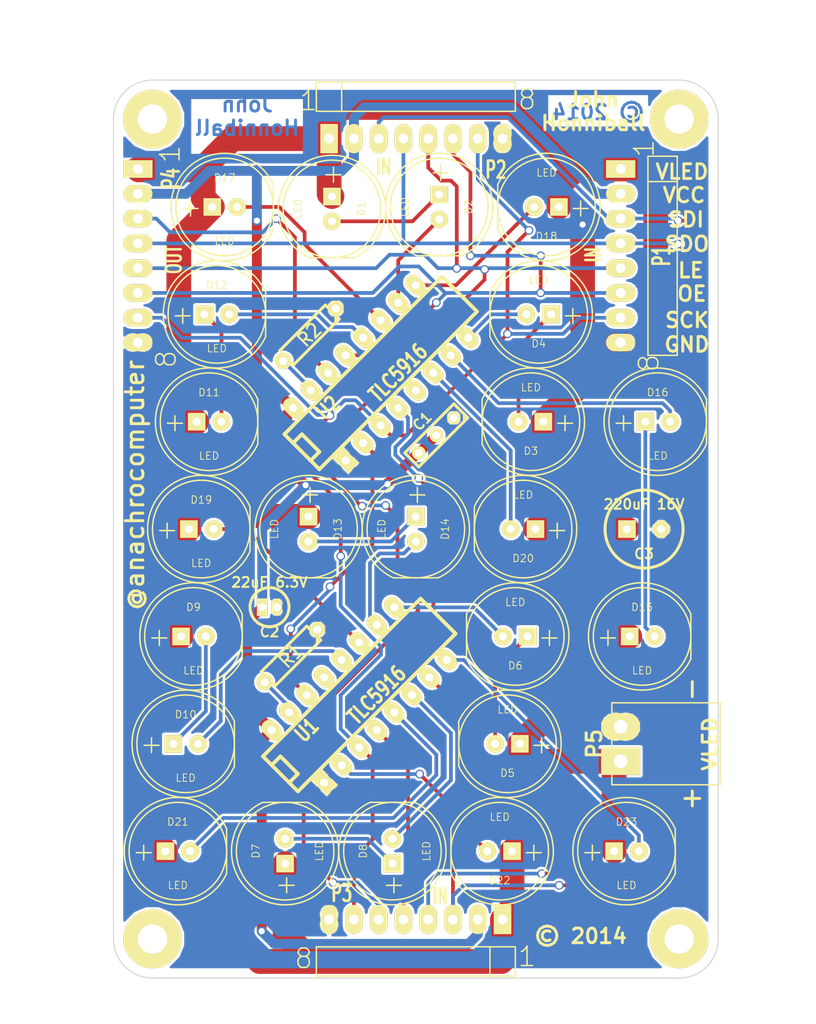
<source format=kicad_pcb>
(kicad_pcb (version 3) (host pcbnew "(2013-05-18 BZR 4017)-stable")

  (general
    (links 87)
    (no_connects 0)
    (area 152.000002 97.150001 239.999993 203.7)
    (thickness 1.6)
    (drawings 27)
    (tracks 360)
    (zones 0)
    (modules 39)
    (nets 36)
  )

  (page A3)
  (layers
    (15 F.Cu signal)
    (0 B.Cu signal)
    (16 B.Adhes user)
    (17 F.Adhes user)
    (18 B.Paste user)
    (19 F.Paste user)
    (20 B.SilkS user)
    (21 F.SilkS user)
    (22 B.Mask user)
    (23 F.Mask user)
    (24 Dwgs.User user)
    (25 Cmts.User user)
    (26 Eco1.User user)
    (27 Eco2.User user)
    (28 Edge.Cuts user)
  )

  (setup
    (last_trace_width 0.381)
    (trace_clearance 0.254)
    (zone_clearance 0.254)
    (zone_45_only yes)
    (trace_min 0.254)
    (segment_width 0.2)
    (edge_width 0.1)
    (via_size 0.889)
    (via_drill 0.635)
    (via_min_size 0.889)
    (via_min_drill 0.508)
    (uvia_size 0.508)
    (uvia_drill 0.127)
    (uvias_allowed no)
    (uvia_min_size 0.508)
    (uvia_min_drill 0.127)
    (pcb_text_width 0.3)
    (pcb_text_size 1.5 1.5)
    (mod_edge_width 0.15)
    (mod_text_size 1 1)
    (mod_text_width 0.15)
    (pad_size 1.8 1.8)
    (pad_drill 0.8)
    (pad_to_mask_clearance 0)
    (aux_axis_origin 0 0)
    (visible_elements 7FFFFFFF)
    (pcbplotparams
      (layerselection 284196865)
      (usegerberextensions true)
      (excludeedgelayer true)
      (linewidth 0.150000)
      (plotframeref false)
      (viasonmask false)
      (mode 1)
      (useauxorigin false)
      (hpglpennumber 1)
      (hpglpenspeed 20)
      (hpglpendiameter 15)
      (hpglpenoverlay 2)
      (psnegative false)
      (psa4output false)
      (plotreference true)
      (plotvalue true)
      (plotothertext true)
      (plotinvisibletext false)
      (padsonsilk false)
      (subtractmaskfromsilk true)
      (outputformat 1)
      (mirror false)
      (drillshape 0)
      (scaleselection 1)
      (outputdirectory /home/john/src/kicad/ledhexdisp/))
  )

  (net 0 "")
  (net 1 +12V)
  (net 2 /COLON)
  (net 3 /DOTH)
  (net 4 /DOTI)
  (net 5 /DOTJ)
  (net 6 /DOTK)
  (net 7 /DOTL)
  (net 8 /DOTM)
  (net 9 /DOTN)
  (net 10 /LE)
  (net 11 /OE)
  (net 12 /SCK)
  (net 13 /SEGA)
  (net 14 /SEGB)
  (net 15 /SEGC)
  (net 16 /SEGD)
  (net 17 /SEGE)
  (net 18 /SEGF)
  (net 19 /SEGG)
  (net 20 GND)
  (net 21 N-000001)
  (net 22 N-0000010)
  (net 23 N-0000013)
  (net 24 N-0000014)
  (net 25 N-0000015)
  (net 26 N-0000016)
  (net 27 N-000002)
  (net 28 N-0000022)
  (net 29 N-000003)
  (net 30 N-000004)
  (net 31 N-000005)
  (net 32 N-000006)
  (net 33 N-000007)
  (net 34 N-000008)
  (net 35 VCC)

  (net_class Default "This is the default net class."
    (clearance 0.254)
    (trace_width 0.381)
    (via_dia 0.889)
    (via_drill 0.635)
    (uvia_dia 0.508)
    (uvia_drill 0.127)
    (add_net "")
    (add_net /COLON)
    (add_net /DOTH)
    (add_net /DOTI)
    (add_net /DOTJ)
    (add_net /DOTK)
    (add_net /DOTL)
    (add_net /DOTM)
    (add_net /DOTN)
    (add_net /LE)
    (add_net /OE)
    (add_net /SCK)
    (add_net /SEGA)
    (add_net /SEGB)
    (add_net /SEGC)
    (add_net /SEGD)
    (add_net /SEGE)
    (add_net /SEGF)
    (add_net /SEGG)
    (add_net N-000001)
    (add_net N-0000010)
    (add_net N-0000013)
    (add_net N-0000014)
    (add_net N-0000015)
    (add_net N-0000016)
    (add_net N-000002)
    (add_net N-0000022)
    (add_net N-000003)
    (add_net N-000004)
    (add_net N-000005)
    (add_net N-000006)
    (add_net N-000007)
    (add_net N-000008)
  )

  (net_class fat ""
    (clearance 0.254)
    (trace_width 2.54)
    (via_dia 0.889)
    (via_drill 0.635)
    (uvia_dia 0.508)
    (uvia_drill 0.127)
    (add_net +12V)
    (add_net GND)
  )

  (net_class medium ""
    (clearance 0.254)
    (trace_width 1.016)
    (via_dia 0.889)
    (via_drill 0.635)
    (uvia_dia 0.508)
    (uvia_drill 0.127)
    (add_net VCC)
  )

  (module R3-LARGE_PADS (layer F.Cu) (tedit 47E26765) (tstamp 53DD2B2A)
    (at 184.1 131.1 225)
    (descr "Resitance 3 pas")
    (tags R)
    (path /53DDAB9E)
    (autoplace_cost180 10)
    (fp_text reference R2 (at 0 0 225) (layer F.SilkS)
      (effects (font (size 1.397 1.27) (thickness 0.2032)))
    )
    (fp_text value R (at 0 0 225) (layer F.SilkS) hide
      (effects (font (size 1.397 1.27) (thickness 0.2032)))
    )
    (fp_line (start -3.81 0) (end -3.302 0) (layer F.SilkS) (width 0.3048))
    (fp_line (start 3.81 0) (end 3.302 0) (layer F.SilkS) (width 0.3048))
    (fp_line (start 3.302 0) (end 3.302 -1.016) (layer F.SilkS) (width 0.3048))
    (fp_line (start 3.302 -1.016) (end -3.302 -1.016) (layer F.SilkS) (width 0.3048))
    (fp_line (start -3.302 -1.016) (end -3.302 1.016) (layer F.SilkS) (width 0.3048))
    (fp_line (start -3.302 1.016) (end 3.302 1.016) (layer F.SilkS) (width 0.3048))
    (fp_line (start 3.302 1.016) (end 3.302 0) (layer F.SilkS) (width 0.3048))
    (fp_line (start -3.302 -0.508) (end -2.794 -1.016) (layer F.SilkS) (width 0.3048))
    (pad 1 thru_hole circle (at -3.81 0 225) (size 1.651 1.651) (drill 0.8128)
      (layers *.Cu *.Mask F.SilkS)
      (net 20 GND)
    )
    (pad 2 thru_hole circle (at 3.81 0 225) (size 1.651 1.651) (drill 0.8128)
      (layers *.Cu *.Mask F.SilkS)
      (net 29 N-000003)
    )
    (model discret/resistor.wrl
      (at (xyz 0 0 0))
      (scale (xyz 0.3 0.3 0.3))
      (rotate (xyz 0 0 0))
    )
  )

  (module R3-LARGE_PADS (layer F.Cu) (tedit 47E26765) (tstamp 53DD2BC4)
    (at 182.2 164 225)
    (descr "Resitance 3 pas")
    (tags R)
    (path /53DD707F)
    (autoplace_cost180 10)
    (fp_text reference R1 (at 0 0 225) (layer F.SilkS)
      (effects (font (size 1.397 1.27) (thickness 0.2032)))
    )
    (fp_text value R (at 0 0 225) (layer F.SilkS) hide
      (effects (font (size 1.397 1.27) (thickness 0.2032)))
    )
    (fp_line (start -3.81 0) (end -3.302 0) (layer F.SilkS) (width 0.3048))
    (fp_line (start 3.81 0) (end 3.302 0) (layer F.SilkS) (width 0.3048))
    (fp_line (start 3.302 0) (end 3.302 -1.016) (layer F.SilkS) (width 0.3048))
    (fp_line (start 3.302 -1.016) (end -3.302 -1.016) (layer F.SilkS) (width 0.3048))
    (fp_line (start -3.302 -1.016) (end -3.302 1.016) (layer F.SilkS) (width 0.3048))
    (fp_line (start -3.302 1.016) (end 3.302 1.016) (layer F.SilkS) (width 0.3048))
    (fp_line (start 3.302 1.016) (end 3.302 0) (layer F.SilkS) (width 0.3048))
    (fp_line (start -3.302 -0.508) (end -2.794 -1.016) (layer F.SilkS) (width 0.3048))
    (pad 1 thru_hole circle (at -3.81 0 225) (size 1.651 1.651) (drill 0.8128)
      (layers *.Cu *.Mask F.SilkS)
      (net 20 GND)
    )
    (pad 2 thru_hole circle (at 3.81 0 225) (size 1.651 1.651) (drill 0.8128)
      (layers *.Cu *.Mask F.SilkS)
      (net 22 N-0000010)
    )
    (model discret/resistor.wrl
      (at (xyz 0 0 0))
      (scale (xyz 0.3 0.3 0.3))
      (rotate (xyz 0 0 0))
    )
  )

  (module DIP-16__300_ELL (layer F.Cu) (tedit 200000) (tstamp 53DD2E9C)
    (at 189.2 168 45)
    (descr "16 pins DIL package, elliptical pads")
    (tags DIL)
    (path /53DD8220)
    (fp_text reference U1 (at -6.35 -1.27 45) (layer F.SilkS)
      (effects (font (size 1.524 1.143) (thickness 0.3048)))
    )
    (fp_text value TLC5916 (at 1.27 1.27 45) (layer F.SilkS)
      (effects (font (size 1.524 1.143) (thickness 0.3048)))
    )
    (fp_line (start -11.43 -1.27) (end -11.43 -1.27) (layer F.SilkS) (width 0.381))
    (fp_line (start -11.43 -1.27) (end -10.16 -1.27) (layer F.SilkS) (width 0.381))
    (fp_line (start -10.16 -1.27) (end -10.16 1.27) (layer F.SilkS) (width 0.381))
    (fp_line (start -10.16 1.27) (end -11.43 1.27) (layer F.SilkS) (width 0.381))
    (fp_line (start -11.43 -2.54) (end 11.43 -2.54) (layer F.SilkS) (width 0.381))
    (fp_line (start 11.43 -2.54) (end 11.43 2.54) (layer F.SilkS) (width 0.381))
    (fp_line (start 11.43 2.54) (end -11.43 2.54) (layer F.SilkS) (width 0.381))
    (fp_line (start -11.43 2.54) (end -11.43 -2.54) (layer F.SilkS) (width 0.381))
    (pad 1 thru_hole rect (at -8.89 3.81 45) (size 1.5748 2.286) (drill 0.8128)
      (layers *.Cu *.Mask F.SilkS)
      (net 20 GND)
    )
    (pad 2 thru_hole oval (at -6.35 3.81 45) (size 1.5748 2.286) (drill 0.8128)
      (layers *.Cu *.Mask F.SilkS)
      (net 24 N-0000014)
    )
    (pad 3 thru_hole oval (at -3.81 3.81 45) (size 1.5748 2.286) (drill 0.8128)
      (layers *.Cu *.Mask F.SilkS)
      (net 12 /SCK)
    )
    (pad 4 thru_hole oval (at -1.27 3.81 45) (size 1.5748 2.286) (drill 0.8128)
      (layers *.Cu *.Mask F.SilkS)
      (net 10 /LE)
    )
    (pad 5 thru_hole oval (at 1.27 3.81 45) (size 1.5748 2.286) (drill 0.8128)
      (layers *.Cu *.Mask F.SilkS)
      (net 7 /DOTL)
    )
    (pad 6 thru_hole oval (at 3.81 3.81 45) (size 1.5748 2.286) (drill 0.8128)
      (layers *.Cu *.Mask F.SilkS)
      (net 16 /SEGD)
    )
    (pad 7 thru_hole oval (at 6.35 3.81 45) (size 1.5748 2.286) (drill 0.8128)
      (layers *.Cu *.Mask F.SilkS)
      (net 8 /DOTM)
    )
    (pad 8 thru_hole oval (at 8.89 3.81 45) (size 1.5748 2.286) (drill 0.8128)
      (layers *.Cu *.Mask F.SilkS)
      (net 9 /DOTN)
    )
    (pad 9 thru_hole oval (at 8.89 -3.81 45) (size 1.5748 2.286) (drill 0.8128)
      (layers *.Cu *.Mask F.SilkS)
      (net 15 /SEGC)
    )
    (pad 10 thru_hole oval (at 6.35 -3.81 45) (size 1.5748 2.286) (drill 0.8128)
      (layers *.Cu *.Mask F.SilkS)
      (net 19 /SEGG)
    )
    (pad 11 thru_hole oval (at 3.81 -3.81 45) (size 1.5748 2.286) (drill 0.8128)
      (layers *.Cu *.Mask F.SilkS)
      (net 5 /DOTJ)
    )
    (pad 12 thru_hole oval (at 1.27 -3.81 45) (size 1.5748 2.286) (drill 0.8128)
      (layers *.Cu *.Mask F.SilkS)
      (net 17 /SEGE)
    )
    (pad 13 thru_hole oval (at -1.27 -3.81 45) (size 1.5748 2.286) (drill 0.8128)
      (layers *.Cu *.Mask F.SilkS)
      (net 11 /OE)
    )
    (pad 14 thru_hole oval (at -3.81 -3.81 45) (size 1.5748 2.286) (drill 0.8128)
      (layers *.Cu *.Mask F.SilkS)
      (net 25 N-0000015)
    )
    (pad 15 thru_hole oval (at -6.35 -3.81 45) (size 1.5748 2.286) (drill 0.8128)
      (layers *.Cu *.Mask F.SilkS)
      (net 22 N-0000010)
    )
    (pad 16 thru_hole oval (at -8.89 -3.81 45) (size 1.5748 2.286) (drill 0.8128)
      (layers *.Cu *.Mask F.SilkS)
      (net 35 VCC)
    )
    (model dil/dil_16.wrl
      (at (xyz 0 0 0))
      (scale (xyz 1 1 1))
      (rotate (xyz 0 0 0))
    )
  )

  (module DIP-16__300_ELL (layer F.Cu) (tedit 200000) (tstamp 53DD2EB8)
    (at 191.4 135 45)
    (descr "16 pins DIL package, elliptical pads")
    (tags DIL)
    (path /53D57598)
    (fp_text reference U2 (at -6.35 -1.27 45) (layer F.SilkS)
      (effects (font (size 1.524 1.143) (thickness 0.3048)))
    )
    (fp_text value TLC5916 (at 1.27 1.27 45) (layer F.SilkS)
      (effects (font (size 1.524 1.143) (thickness 0.3048)))
    )
    (fp_line (start -11.43 -1.27) (end -11.43 -1.27) (layer F.SilkS) (width 0.381))
    (fp_line (start -11.43 -1.27) (end -10.16 -1.27) (layer F.SilkS) (width 0.381))
    (fp_line (start -10.16 -1.27) (end -10.16 1.27) (layer F.SilkS) (width 0.381))
    (fp_line (start -10.16 1.27) (end -11.43 1.27) (layer F.SilkS) (width 0.381))
    (fp_line (start -11.43 -2.54) (end 11.43 -2.54) (layer F.SilkS) (width 0.381))
    (fp_line (start 11.43 -2.54) (end 11.43 2.54) (layer F.SilkS) (width 0.381))
    (fp_line (start 11.43 2.54) (end -11.43 2.54) (layer F.SilkS) (width 0.381))
    (fp_line (start -11.43 2.54) (end -11.43 -2.54) (layer F.SilkS) (width 0.381))
    (pad 1 thru_hole rect (at -8.89 3.81 45) (size 1.5748 2.286) (drill 0.8128)
      (layers *.Cu *.Mask F.SilkS)
      (net 20 GND)
    )
    (pad 2 thru_hole oval (at -6.35 3.81 45) (size 1.5748 2.286) (drill 0.8128)
      (layers *.Cu *.Mask F.SilkS)
      (net 25 N-0000015)
    )
    (pad 3 thru_hole oval (at -3.81 3.81 45) (size 1.5748 2.286) (drill 0.8128)
      (layers *.Cu *.Mask F.SilkS)
      (net 12 /SCK)
    )
    (pad 4 thru_hole oval (at -1.27 3.81 45) (size 1.5748 2.286) (drill 0.8128)
      (layers *.Cu *.Mask F.SilkS)
      (net 10 /LE)
    )
    (pad 5 thru_hole oval (at 1.27 3.81 45) (size 1.5748 2.286) (drill 0.8128)
      (layers *.Cu *.Mask F.SilkS)
    )
    (pad 6 thru_hole oval (at 3.81 3.81 45) (size 1.5748 2.286) (drill 0.8128)
      (layers *.Cu *.Mask F.SilkS)
      (net 6 /DOTK)
    )
    (pad 7 thru_hole oval (at 6.35 3.81 45) (size 1.5748 2.286) (drill 0.8128)
      (layers *.Cu *.Mask F.SilkS)
      (net 2 /COLON)
    )
    (pad 8 thru_hole oval (at 8.89 3.81 45) (size 1.5748 2.286) (drill 0.8128)
      (layers *.Cu *.Mask F.SilkS)
      (net 14 /SEGB)
    )
    (pad 9 thru_hole oval (at 8.89 -3.81 45) (size 1.5748 2.286) (drill 0.8128)
      (layers *.Cu *.Mask F.SilkS)
      (net 4 /DOTI)
    )
    (pad 10 thru_hole oval (at 6.35 -3.81 45) (size 1.5748 2.286) (drill 0.8128)
      (layers *.Cu *.Mask F.SilkS)
      (net 13 /SEGA)
    )
    (pad 11 thru_hole oval (at 3.81 -3.81 45) (size 1.5748 2.286) (drill 0.8128)
      (layers *.Cu *.Mask F.SilkS)
      (net 3 /DOTH)
    )
    (pad 12 thru_hole oval (at 1.27 -3.81 45) (size 1.5748 2.286) (drill 0.8128)
      (layers *.Cu *.Mask F.SilkS)
      (net 18 /SEGF)
    )
    (pad 13 thru_hole oval (at -1.27 -3.81 45) (size 1.5748 2.286) (drill 0.8128)
      (layers *.Cu *.Mask F.SilkS)
      (net 11 /OE)
    )
    (pad 14 thru_hole oval (at -3.81 -3.81 45) (size 1.5748 2.286) (drill 0.8128)
      (layers *.Cu *.Mask F.SilkS)
      (net 23 N-0000013)
    )
    (pad 15 thru_hole oval (at -6.35 -3.81 45) (size 1.5748 2.286) (drill 0.8128)
      (layers *.Cu *.Mask F.SilkS)
      (net 29 N-000003)
    )
    (pad 16 thru_hole oval (at -8.89 -3.81 45) (size 1.5748 2.286) (drill 0.8128)
      (layers *.Cu *.Mask F.SilkS)
      (net 35 VCC)
    )
    (model dil/dil_16.wrl
      (at (xyz 0 0 0))
      (scale (xyz 1 1 1))
      (rotate (xyz 0 0 0))
    )
  )

  (module LED-10MM (layer F.Cu) (tedit 53E72BC1) (tstamp 53DD2D2A)
    (at 216.6 184)
    (descr "LED 10mm - Lead pitch 100mil (2,54mm)")
    (tags "LED led 10mm 10MM 100mil 2,54mm 2.54mm")
    (path /53E00069)
    (fp_text reference D23 (at 0 -3) (layer F.SilkS)
      (effects (font (size 0.762 0.762) (thickness 0.0889)))
    )
    (fp_text value LED (at 0 3.5) (layer F.SilkS)
      (effects (font (size 0.762 0.762) (thickness 0.0889)))
    )
    (fp_text user + (at -3.5 0) (layer F.SilkS)
      (effects (font (size 2 2) (thickness 0.15)))
    )
    (fp_arc (start 0 0) (end 5 2.29) (angle 310.8) (layer F.SilkS) (width 0.15))
    (fp_line (start 5 -2.29) (end 5 2.29) (layer F.SilkS) (width 0.15))
    (fp_circle (center 0 0) (end 0 -5) (layer F.SilkS) (width 0.15))
    (pad 1 thru_hole rect (at -1.27 0) (size 1.8 1.8) (drill 0.8128)
      (layers *.Cu *.Mask F.SilkS)
      (net 1 +12V)
    )
    (pad 2 thru_hole circle (at 1.27 0) (size 1.8 1.8) (drill 0.8128)
      (layers *.Cu *.Mask F.SilkS)
      (net 9 /DOTN)
    )
    (model discret/leds/led5_vertical_red.wrl
      (at (xyz 0 0 0))
      (scale (xyz 2 2 2))
      (rotate (xyz 0 0 0))
    )
  )

  (module LED-10MM (layer F.Cu) (tedit 53E72BC1) (tstamp 53DD2E80)
    (at 219.8 140)
    (descr "LED 10mm - Lead pitch 100mil (2,54mm)")
    (tags "LED led 10mm 10MM 100mil 2,54mm 2.54mm")
    (path /53DFFB54)
    (fp_text reference D16 (at 0 -3) (layer F.SilkS)
      (effects (font (size 0.762 0.762) (thickness 0.0889)))
    )
    (fp_text value LED (at 0 3.5) (layer F.SilkS)
      (effects (font (size 0.762 0.762) (thickness 0.0889)))
    )
    (fp_text user + (at -3.5 0) (layer F.SilkS)
      (effects (font (size 2 2) (thickness 0.15)))
    )
    (fp_arc (start 0 0) (end 5 2.29) (angle 310.8) (layer F.SilkS) (width 0.15))
    (fp_line (start 5 -2.29) (end 5 2.29) (layer F.SilkS) (width 0.15))
    (fp_circle (center 0 0) (end 0 -5) (layer F.SilkS) (width 0.15))
    (pad 1 thru_hole rect (at -1.27 0) (size 1.8 1.8) (drill 0.8128)
      (layers *.Cu *.Mask F.SilkS)
      (net 30 N-000004)
    )
    (pad 2 thru_hole circle (at 1.27 0) (size 1.8 1.8) (drill 0.8128)
      (layers *.Cu *.Mask F.SilkS)
      (net 2 /COLON)
    )
    (model discret/leds/led5_vertical_red.wrl
      (at (xyz 0 0 0))
      (scale (xyz 2 2 2))
      (rotate (xyz 0 0 0))
    )
  )

  (module LED-10MM (layer F.Cu) (tedit 53E72BC1) (tstamp 53DD2E5A)
    (at 203.6 184 180)
    (descr "LED 10mm - Lead pitch 100mil (2,54mm)")
    (tags "LED led 10mm 10MM 100mil 2,54mm 2.54mm")
    (path /53E00061)
    (fp_text reference D22 (at 0 -3 180) (layer F.SilkS)
      (effects (font (size 0.762 0.762) (thickness 0.0889)))
    )
    (fp_text value LED (at 0 3.5 180) (layer F.SilkS)
      (effects (font (size 0.762 0.762) (thickness 0.0889)))
    )
    (fp_text user + (at -3.5 0 180) (layer F.SilkS)
      (effects (font (size 2 2) (thickness 0.15)))
    )
    (fp_arc (start 0 0) (end 5 2.29) (angle 310.8) (layer F.SilkS) (width 0.15))
    (fp_line (start 5 -2.29) (end 5 2.29) (layer F.SilkS) (width 0.15))
    (fp_circle (center 0 0) (end 0 -5) (layer F.SilkS) (width 0.15))
    (pad 1 thru_hole rect (at -1.27 0 180) (size 1.8 1.8) (drill 0.8128)
      (layers *.Cu *.Mask F.SilkS)
      (net 1 +12V)
    )
    (pad 2 thru_hole circle (at 1.27 0 180) (size 1.8 1.8) (drill 0.8128)
      (layers *.Cu *.Mask F.SilkS)
      (net 8 /DOTM)
    )
    (model discret/leds/led5_vertical_red.wrl
      (at (xyz 0 0 0))
      (scale (xyz 2 2 2))
      (rotate (xyz 0 0 0))
    )
  )

  (module LED-10MM (layer F.Cu) (tedit 53E72BC1) (tstamp 53DD2E47)
    (at 171.4 173)
    (descr "LED 10mm - Lead pitch 100mil (2,54mm)")
    (tags "LED led 10mm 10MM 100mil 2,54mm 2.54mm")
    (path /53DFFB21)
    (fp_text reference D10 (at 0 -3) (layer F.SilkS)
      (effects (font (size 0.762 0.762) (thickness 0.0889)))
    )
    (fp_text value LED (at 0 3.5) (layer F.SilkS)
      (effects (font (size 0.762 0.762) (thickness 0.0889)))
    )
    (fp_text user + (at -3.5 0) (layer F.SilkS)
      (effects (font (size 2 2) (thickness 0.15)))
    )
    (fp_arc (start 0 0) (end 5 2.29) (angle 310.8) (layer F.SilkS) (width 0.15))
    (fp_line (start 5 -2.29) (end 5 2.29) (layer F.SilkS) (width 0.15))
    (fp_circle (center 0 0) (end 0 -5) (layer F.SilkS) (width 0.15))
    (pad 1 thru_hole rect (at -1.27 0) (size 1.8 1.8) (drill 0.8128)
      (layers *.Cu *.Mask F.SilkS)
      (net 33 N-000007)
    )
    (pad 2 thru_hole circle (at 1.27 0) (size 1.8 1.8) (drill 0.8128)
      (layers *.Cu *.Mask F.SilkS)
      (net 17 /SEGE)
    )
    (model discret/leds/led5_vertical_red.wrl
      (at (xyz 0 0 0))
      (scale (xyz 2 2 2))
      (rotate (xyz 0 0 0))
    )
  )

  (module LED-10MM (layer F.Cu) (tedit 53E72BC1) (tstamp 53DD2E34)
    (at 174.6 129)
    (descr "LED 10mm - Lead pitch 100mil (2,54mm)")
    (tags "LED led 10mm 10MM 100mil 2,54mm 2.54mm")
    (path /53DFFB32)
    (fp_text reference D12 (at 0 -3) (layer F.SilkS)
      (effects (font (size 0.762 0.762) (thickness 0.0889)))
    )
    (fp_text value LED (at 0 3.5) (layer F.SilkS)
      (effects (font (size 0.762 0.762) (thickness 0.0889)))
    )
    (fp_text user + (at -3.5 0) (layer F.SilkS)
      (effects (font (size 2 2) (thickness 0.15)))
    )
    (fp_arc (start 0 0) (end 5 2.29) (angle 310.8) (layer F.SilkS) (width 0.15))
    (fp_line (start 5 -2.29) (end 5 2.29) (layer F.SilkS) (width 0.15))
    (fp_circle (center 0 0) (end 0 -5) (layer F.SilkS) (width 0.15))
    (pad 1 thru_hole rect (at -1.27 0) (size 1.8 1.8) (drill 0.8128)
      (layers *.Cu *.Mask F.SilkS)
      (net 32 N-000006)
    )
    (pad 2 thru_hole circle (at 1.27 0) (size 1.8 1.8) (drill 0.8128)
      (layers *.Cu *.Mask F.SilkS)
      (net 18 /SEGF)
    )
    (model discret/leds/led5_vertical_red.wrl
      (at (xyz 0 0 0))
      (scale (xyz 2 2 2))
      (rotate (xyz 0 0 0))
    )
  )

  (module LED-10MM (layer F.Cu) (tedit 53E72BC1) (tstamp 53DD2DD5)
    (at 205.2 162 180)
    (descr "LED 10mm - Lead pitch 100mil (2,54mm)")
    (tags "LED led 10mm 10MM 100mil 2,54mm 2.54mm")
    (path /53DFFAFF)
    (fp_text reference D6 (at 0 -3 180) (layer F.SilkS)
      (effects (font (size 0.762 0.762) (thickness 0.0889)))
    )
    (fp_text value LED (at 0 3.5 180) (layer F.SilkS)
      (effects (font (size 0.762 0.762) (thickness 0.0889)))
    )
    (fp_text user + (at -3.5 0 180) (layer F.SilkS)
      (effects (font (size 2 2) (thickness 0.15)))
    )
    (fp_arc (start 0 0) (end 5 2.29) (angle 310.8) (layer F.SilkS) (width 0.15))
    (fp_line (start 5 -2.29) (end 5 2.29) (layer F.SilkS) (width 0.15))
    (fp_circle (center 0 0) (end 0 -5) (layer F.SilkS) (width 0.15))
    (pad 1 thru_hole rect (at -1.27 0 180) (size 1.8 1.8) (drill 0.8128)
      (layers *.Cu *.Mask F.SilkS)
      (net 21 N-000001)
    )
    (pad 2 thru_hole circle (at 1.27 0 180) (size 1.8 1.8) (drill 0.8128)
      (layers *.Cu *.Mask F.SilkS)
      (net 15 /SEGC)
    )
    (model discret/leds/led5_vertical_red.wrl
      (at (xyz 0 0 0))
      (scale (xyz 2 2 2))
      (rotate (xyz 0 0 0))
    )
  )

  (module LED-10MM (layer F.Cu) (tedit 53E72BC1) (tstamp 53DD2DC2)
    (at 207.6 129 180)
    (descr "LED 10mm - Lead pitch 100mil (2,54mm)")
    (tags "LED led 10mm 10MM 100mil 2,54mm 2.54mm")
    (path /53DFFAEE)
    (fp_text reference D4 (at 0 -3 180) (layer F.SilkS)
      (effects (font (size 0.762 0.762) (thickness 0.0889)))
    )
    (fp_text value LED (at 0 3.5 180) (layer F.SilkS)
      (effects (font (size 0.762 0.762) (thickness 0.0889)))
    )
    (fp_text user + (at -3.5 0 180) (layer F.SilkS)
      (effects (font (size 2 2) (thickness 0.15)))
    )
    (fp_arc (start 0 0) (end 5 2.29) (angle 310.8) (layer F.SilkS) (width 0.15))
    (fp_line (start 5 -2.29) (end 5 2.29) (layer F.SilkS) (width 0.15))
    (fp_circle (center 0 0) (end 0 -5) (layer F.SilkS) (width 0.15))
    (pad 1 thru_hole rect (at -1.27 0 180) (size 1.8 1.8) (drill 0.8128)
      (layers *.Cu *.Mask F.SilkS)
      (net 27 N-000002)
    )
    (pad 2 thru_hole circle (at 1.27 0 180) (size 1.8 1.8) (drill 0.8128)
      (layers *.Cu *.Mask F.SilkS)
      (net 14 /SEGB)
    )
    (model discret/leds/led5_vertical_red.wrl
      (at (xyz 0 0 0))
      (scale (xyz 2 2 2))
      (rotate (xyz 0 0 0))
    )
  )

  (module LED-10MM (layer F.Cu) (tedit 53E72BC1) (tstamp 53DD2DAF)
    (at 204.4 173 180)
    (descr "LED 10mm - Lead pitch 100mil (2,54mm)")
    (tags "LED led 10mm 10MM 100mil 2,54mm 2.54mm")
    (path /53DFFAF9)
    (fp_text reference D5 (at 0 -3 180) (layer F.SilkS)
      (effects (font (size 0.762 0.762) (thickness 0.0889)))
    )
    (fp_text value LED (at 0 3.5 180) (layer F.SilkS)
      (effects (font (size 0.762 0.762) (thickness 0.0889)))
    )
    (fp_text user + (at -3.5 0 180) (layer F.SilkS)
      (effects (font (size 2 2) (thickness 0.15)))
    )
    (fp_arc (start 0 0) (end 5 2.29) (angle 310.8) (layer F.SilkS) (width 0.15))
    (fp_line (start 5 -2.29) (end 5 2.29) (layer F.SilkS) (width 0.15))
    (fp_circle (center 0 0) (end 0 -5) (layer F.SilkS) (width 0.15))
    (pad 1 thru_hole rect (at -1.27 0 180) (size 1.8 1.8) (drill 0.8128)
      (layers *.Cu *.Mask F.SilkS)
      (net 1 +12V)
    )
    (pad 2 thru_hole circle (at 1.27 0 180) (size 1.8 1.8) (drill 0.8128)
      (layers *.Cu *.Mask F.SilkS)
      (net 21 N-000001)
    )
    (model discret/leds/led5_vertical_red.wrl
      (at (xyz 0 0 0))
      (scale (xyz 2 2 2))
      (rotate (xyz 0 0 0))
    )
  )

  (module LED-10MM (layer F.Cu) (tedit 53E72BC1) (tstamp 53DD2D50)
    (at 208.4 118 180)
    (descr "LED 10mm - Lead pitch 100mil (2,54mm)")
    (tags "LED led 10mm 10MM 100mil 2,54mm 2.54mm")
    (path /53E00041)
    (fp_text reference D18 (at 0 -3 180) (layer F.SilkS)
      (effects (font (size 0.762 0.762) (thickness 0.0889)))
    )
    (fp_text value LED (at 0 3.5 180) (layer F.SilkS)
      (effects (font (size 0.762 0.762) (thickness 0.0889)))
    )
    (fp_text user + (at -3.5 0 180) (layer F.SilkS)
      (effects (font (size 2 2) (thickness 0.15)))
    )
    (fp_arc (start 0 0) (end 5 2.29) (angle 310.8) (layer F.SilkS) (width 0.15))
    (fp_line (start 5 -2.29) (end 5 2.29) (layer F.SilkS) (width 0.15))
    (fp_circle (center 0 0) (end 0 -5) (layer F.SilkS) (width 0.15))
    (pad 1 thru_hole rect (at -1.27 0 180) (size 1.8 1.8) (drill 0.8128)
      (layers *.Cu *.Mask F.SilkS)
      (net 1 +12V)
    )
    (pad 2 thru_hole circle (at 1.27 0 180) (size 1.8 1.8) (drill 0.8128)
      (layers *.Cu *.Mask F.SilkS)
      (net 4 /DOTI)
    )
    (model discret/leds/led5_vertical_red.wrl
      (at (xyz 0 0 0))
      (scale (xyz 2 2 2))
      (rotate (xyz 0 0 0))
    )
  )

  (module LED-10MM (layer F.Cu) (tedit 53E72BC1) (tstamp 53DD2D04)
    (at 175.4 118)
    (descr "LED 10mm - Lead pitch 100mil (2,54mm)")
    (tags "LED led 10mm 10MM 100mil 2,54mm 2.54mm")
    (path /53DD27FA)
    (fp_text reference D17 (at 0 -3) (layer F.SilkS)
      (effects (font (size 0.762 0.762) (thickness 0.0889)))
    )
    (fp_text value LED (at 0 3.5) (layer F.SilkS)
      (effects (font (size 0.762 0.762) (thickness 0.0889)))
    )
    (fp_text user + (at -3.5 0) (layer F.SilkS)
      (effects (font (size 2 2) (thickness 0.15)))
    )
    (fp_arc (start 0 0) (end 5 2.29) (angle 310.8) (layer F.SilkS) (width 0.15))
    (fp_line (start 5 -2.29) (end 5 2.29) (layer F.SilkS) (width 0.15))
    (fp_circle (center 0 0) (end 0 -5) (layer F.SilkS) (width 0.15))
    (pad 1 thru_hole rect (at -1.27 0) (size 1.8 1.8) (drill 0.8128)
      (layers *.Cu *.Mask F.SilkS)
      (net 1 +12V)
    )
    (pad 2 thru_hole circle (at 1.27 0) (size 1.8 1.8) (drill 0.8128)
      (layers *.Cu *.Mask F.SilkS)
      (net 3 /DOTH)
    )
    (model discret/leds/led5_vertical_red.wrl
      (at (xyz 0 0 0))
      (scale (xyz 2 2 2))
      (rotate (xyz 0 0 0))
    )
  )

  (module LED-10MM (layer F.Cu) (tedit 53E72BC1) (tstamp 53DD2CF1)
    (at 173.8 140)
    (descr "LED 10mm - Lead pitch 100mil (2,54mm)")
    (tags "LED led 10mm 10MM 100mil 2,54mm 2.54mm")
    (path /53DFFB2C)
    (fp_text reference D11 (at 0 -3) (layer F.SilkS)
      (effects (font (size 0.762 0.762) (thickness 0.0889)))
    )
    (fp_text value LED (at 0 3.5) (layer F.SilkS)
      (effects (font (size 0.762 0.762) (thickness 0.0889)))
    )
    (fp_text user + (at -3.5 0) (layer F.SilkS)
      (effects (font (size 2 2) (thickness 0.15)))
    )
    (fp_arc (start 0 0) (end 5 2.29) (angle 310.8) (layer F.SilkS) (width 0.15))
    (fp_line (start 5 -2.29) (end 5 2.29) (layer F.SilkS) (width 0.15))
    (fp_circle (center 0 0) (end 0 -5) (layer F.SilkS) (width 0.15))
    (pad 1 thru_hole rect (at -1.27 0) (size 1.8 1.8) (drill 0.8128)
      (layers *.Cu *.Mask F.SilkS)
      (net 1 +12V)
    )
    (pad 2 thru_hole circle (at 1.27 0) (size 1.8 1.8) (drill 0.8128)
      (layers *.Cu *.Mask F.SilkS)
      (net 32 N-000006)
    )
    (model discret/leds/led5_vertical_red.wrl
      (at (xyz 0 0 0))
      (scale (xyz 2 2 2))
      (rotate (xyz 0 0 0))
    )
  )

  (module LED-10MM (layer F.Cu) (tedit 53E72BC1) (tstamp 53DD2C7A)
    (at 186.4 118.2 270)
    (descr "LED 10mm - Lead pitch 100mil (2,54mm)")
    (tags "LED led 10mm 10MM 100mil 2,54mm 2.54mm")
    (path /53D575B6)
    (fp_text reference D1 (at 0 -3 270) (layer F.SilkS)
      (effects (font (size 0.762 0.762) (thickness 0.0889)))
    )
    (fp_text value LED (at 0 3.5 270) (layer F.SilkS)
      (effects (font (size 0.762 0.762) (thickness 0.0889)))
    )
    (fp_text user + (at -3.5 0 270) (layer F.SilkS)
      (effects (font (size 2 2) (thickness 0.15)))
    )
    (fp_arc (start 0 0) (end 5 2.29) (angle 310.8) (layer F.SilkS) (width 0.15))
    (fp_line (start 5 -2.29) (end 5 2.29) (layer F.SilkS) (width 0.15))
    (fp_circle (center 0 0) (end 0 -5) (layer F.SilkS) (width 0.15))
    (pad 1 thru_hole rect (at -1.27 0 270) (size 1.8 1.8) (drill 0.8128)
      (layers *.Cu *.Mask F.SilkS)
      (net 1 +12V)
    )
    (pad 2 thru_hole circle (at 1.27 0 270) (size 1.8 1.8) (drill 0.8128)
      (layers *.Cu *.Mask F.SilkS)
      (net 28 N-0000022)
    )
    (model discret/leds/led5_vertical_red.wrl
      (at (xyz 0 0 0))
      (scale (xyz 2 2 2))
      (rotate (xyz 0 0 0))
    )
  )

  (module LED-10MM (layer F.Cu) (tedit 53E72BC1) (tstamp 53DD2C71)
    (at 206.8 140 180)
    (descr "LED 10mm - Lead pitch 100mil (2,54mm)")
    (tags "LED led 10mm 10MM 100mil 2,54mm 2.54mm")
    (path /53DFFAE8)
    (fp_text reference D3 (at 0 -3 180) (layer F.SilkS)
      (effects (font (size 0.762 0.762) (thickness 0.0889)))
    )
    (fp_text value LED (at 0 3.5 180) (layer F.SilkS)
      (effects (font (size 0.762 0.762) (thickness 0.0889)))
    )
    (fp_text user + (at -3.5 0 180) (layer F.SilkS)
      (effects (font (size 2 2) (thickness 0.15)))
    )
    (fp_arc (start 0 0) (end 5 2.29) (angle 310.8) (layer F.SilkS) (width 0.15))
    (fp_line (start 5 -2.29) (end 5 2.29) (layer F.SilkS) (width 0.15))
    (fp_circle (center 0 0) (end 0 -5) (layer F.SilkS) (width 0.15))
    (pad 1 thru_hole rect (at -1.27 0 180) (size 1.8 1.8) (drill 0.8128)
      (layers *.Cu *.Mask F.SilkS)
      (net 1 +12V)
    )
    (pad 2 thru_hole circle (at 1.27 0 180) (size 1.8 1.8) (drill 0.8128)
      (layers *.Cu *.Mask F.SilkS)
      (net 27 N-000002)
    )
    (model discret/leds/led5_vertical_red.wrl
      (at (xyz 0 0 0))
      (scale (xyz 2 2 2))
      (rotate (xyz 0 0 0))
    )
  )

  (module LED-10MM (layer F.Cu) (tedit 53E72BC1) (tstamp 53DD2C56)
    (at 218.2 162)
    (descr "LED 10mm - Lead pitch 100mil (2,54mm)")
    (tags "LED led 10mm 10MM 100mil 2,54mm 2.54mm")
    (path /53DFFB4E)
    (fp_text reference D15 (at 0 -3) (layer F.SilkS)
      (effects (font (size 0.762 0.762) (thickness 0.0889)))
    )
    (fp_text value LED (at 0 3.5) (layer F.SilkS)
      (effects (font (size 0.762 0.762) (thickness 0.0889)))
    )
    (fp_text user + (at -3.5 0) (layer F.SilkS)
      (effects (font (size 2 2) (thickness 0.15)))
    )
    (fp_arc (start 0 0) (end 5 2.29) (angle 310.8) (layer F.SilkS) (width 0.15))
    (fp_line (start 5 -2.29) (end 5 2.29) (layer F.SilkS) (width 0.15))
    (fp_circle (center 0 0) (end 0 -5) (layer F.SilkS) (width 0.15))
    (pad 1 thru_hole rect (at -1.27 0) (size 1.8 1.8) (drill 0.8128)
      (layers *.Cu *.Mask F.SilkS)
      (net 1 +12V)
    )
    (pad 2 thru_hole circle (at 1.27 0) (size 1.8 1.8) (drill 0.8128)
      (layers *.Cu *.Mask F.SilkS)
      (net 30 N-000004)
    )
    (model discret/leds/led5_vertical_red.wrl
      (at (xyz 0 0 0))
      (scale (xyz 2 2 2))
      (rotate (xyz 0 0 0))
    )
  )

  (module LED-10MM (layer F.Cu) (tedit 53E72BC1) (tstamp 53DD2C0E)
    (at 197.4 118 270)
    (descr "LED 10mm - Lead pitch 100mil (2,54mm)")
    (tags "LED led 10mm 10MM 100mil 2,54mm 2.54mm")
    (path /53D576AD)
    (fp_text reference D2 (at 0 -3 270) (layer F.SilkS)
      (effects (font (size 0.762 0.762) (thickness 0.0889)))
    )
    (fp_text value LED (at 0 3.5 270) (layer F.SilkS)
      (effects (font (size 0.762 0.762) (thickness 0.0889)))
    )
    (fp_text user + (at -3.5 0 270) (layer F.SilkS)
      (effects (font (size 2 2) (thickness 0.15)))
    )
    (fp_arc (start 0 0) (end 5 2.29) (angle 310.8) (layer F.SilkS) (width 0.15))
    (fp_line (start 5 -2.29) (end 5 2.29) (layer F.SilkS) (width 0.15))
    (fp_circle (center 0 0) (end 0 -5) (layer F.SilkS) (width 0.15))
    (pad 1 thru_hole rect (at -1.27 0 270) (size 1.8 1.8) (drill 0.8128)
      (layers *.Cu *.Mask F.SilkS)
      (net 28 N-0000022)
    )
    (pad 2 thru_hole circle (at 1.27 0 270) (size 1.8 1.8) (drill 0.8128)
      (layers *.Cu *.Mask F.SilkS)
      (net 13 /SEGA)
    )
    (model discret/leds/led5_vertical_red.wrl
      (at (xyz 0 0 0))
      (scale (xyz 2 2 2))
      (rotate (xyz 0 0 0))
    )
  )

  (module LED-10MM (layer F.Cu) (tedit 53E72BC1) (tstamp 53DD2C5F)
    (at 172.2 162)
    (descr "LED 10mm - Lead pitch 100mil (2,54mm)")
    (tags "LED led 10mm 10MM 100mil 2,54mm 2.54mm")
    (path /53DFFB1B)
    (fp_text reference D9 (at 0 -3) (layer F.SilkS)
      (effects (font (size 0.762 0.762) (thickness 0.0889)))
    )
    (fp_text value LED (at 0 3.5) (layer F.SilkS)
      (effects (font (size 0.762 0.762) (thickness 0.0889)))
    )
    (fp_text user + (at -3.5 0) (layer F.SilkS)
      (effects (font (size 2 2) (thickness 0.15)))
    )
    (fp_arc (start 0 0) (end 5 2.29) (angle 310.8) (layer F.SilkS) (width 0.15))
    (fp_line (start 5 -2.29) (end 5 2.29) (layer F.SilkS) (width 0.15))
    (fp_circle (center 0 0) (end 0 -5) (layer F.SilkS) (width 0.15))
    (pad 1 thru_hole rect (at -1.27 0) (size 1.8 1.8) (drill 0.8128)
      (layers *.Cu *.Mask F.SilkS)
      (net 1 +12V)
    )
    (pad 2 thru_hole circle (at 1.27 0) (size 1.8 1.8) (drill 0.8128)
      (layers *.Cu *.Mask F.SilkS)
      (net 33 N-000007)
    )
    (model discret/leds/led5_vertical_red.wrl
      (at (xyz 0 0 0))
      (scale (xyz 2 2 2))
      (rotate (xyz 0 0 0))
    )
  )

  (module LED-10MM (layer F.Cu) (tedit 53E72BC1) (tstamp 53DD2C44)
    (at 181.6 184 90)
    (descr "LED 10mm - Lead pitch 100mil (2,54mm)")
    (tags "LED led 10mm 10MM 100mil 2,54mm 2.54mm")
    (path /53DFFB0A)
    (fp_text reference D7 (at 0 -3 90) (layer F.SilkS)
      (effects (font (size 0.762 0.762) (thickness 0.0889)))
    )
    (fp_text value LED (at 0 3.5 90) (layer F.SilkS)
      (effects (font (size 0.762 0.762) (thickness 0.0889)))
    )
    (fp_text user + (at -3.5 0 90) (layer F.SilkS)
      (effects (font (size 2 2) (thickness 0.15)))
    )
    (fp_arc (start 0 0) (end 5 2.29) (angle 310.8) (layer F.SilkS) (width 0.15))
    (fp_line (start 5 -2.29) (end 5 2.29) (layer F.SilkS) (width 0.15))
    (fp_circle (center 0 0) (end 0 -5) (layer F.SilkS) (width 0.15))
    (pad 1 thru_hole rect (at -1.27 0 90) (size 1.8 1.8) (drill 0.8128)
      (layers *.Cu *.Mask F.SilkS)
      (net 1 +12V)
    )
    (pad 2 thru_hole circle (at 1.27 0 90) (size 1.8 1.8) (drill 0.8128)
      (layers *.Cu *.Mask F.SilkS)
      (net 34 N-000008)
    )
    (model discret/leds/led5_vertical_red.wrl
      (at (xyz 0 0 0))
      (scale (xyz 2 2 2))
      (rotate (xyz 0 0 0))
    )
  )

  (module LED-10MM (layer F.Cu) (tedit 53E72BC1) (tstamp 53DD2C3B)
    (at 192.6 184 90)
    (descr "LED 10mm - Lead pitch 100mil (2,54mm)")
    (tags "LED led 10mm 10MM 100mil 2,54mm 2.54mm")
    (path /53DFFB10)
    (fp_text reference D8 (at 0 -3 90) (layer F.SilkS)
      (effects (font (size 0.762 0.762) (thickness 0.0889)))
    )
    (fp_text value LED (at 0 3.5 90) (layer F.SilkS)
      (effects (font (size 0.762 0.762) (thickness 0.0889)))
    )
    (fp_text user + (at -3.5 0 90) (layer F.SilkS)
      (effects (font (size 2 2) (thickness 0.15)))
    )
    (fp_arc (start 0 0) (end 5 2.29) (angle 310.8) (layer F.SilkS) (width 0.15))
    (fp_line (start 5 -2.29) (end 5 2.29) (layer F.SilkS) (width 0.15))
    (fp_circle (center 0 0) (end 0 -5) (layer F.SilkS) (width 0.15))
    (pad 1 thru_hole rect (at -1.27 0 90) (size 1.8 1.8) (drill 0.8128)
      (layers *.Cu *.Mask F.SilkS)
      (net 34 N-000008)
    )
    (pad 2 thru_hole circle (at 1.27 0 90) (size 1.8 1.8) (drill 0.8128)
      (layers *.Cu *.Mask F.SilkS)
      (net 16 /SEGD)
    )
    (model discret/leds/led5_vertical_red.wrl
      (at (xyz 0 0 0))
      (scale (xyz 2 2 2))
      (rotate (xyz 0 0 0))
    )
  )

  (module LED-10MM (layer F.Cu) (tedit 53E72BC1) (tstamp 53DD2C4D)
    (at 170.6 184)
    (descr "LED 10mm - Lead pitch 100mil (2,54mm)")
    (tags "LED led 10mm 10MM 100mil 2,54mm 2.54mm")
    (path /53E00059)
    (fp_text reference D21 (at 0 -3) (layer F.SilkS)
      (effects (font (size 0.762 0.762) (thickness 0.0889)))
    )
    (fp_text value LED (at 0 3.5) (layer F.SilkS)
      (effects (font (size 0.762 0.762) (thickness 0.0889)))
    )
    (fp_text user + (at -3.5 0) (layer F.SilkS)
      (effects (font (size 2 2) (thickness 0.15)))
    )
    (fp_arc (start 0 0) (end 5 2.29) (angle 310.8) (layer F.SilkS) (width 0.15))
    (fp_line (start 5 -2.29) (end 5 2.29) (layer F.SilkS) (width 0.15))
    (fp_circle (center 0 0) (end 0 -5) (layer F.SilkS) (width 0.15))
    (pad 1 thru_hole rect (at -1.27 0) (size 1.8 1.8) (drill 0.8128)
      (layers *.Cu *.Mask F.SilkS)
      (net 1 +12V)
    )
    (pad 2 thru_hole circle (at 1.27 0) (size 1.8 1.8) (drill 0.8128)
      (layers *.Cu *.Mask F.SilkS)
      (net 7 /DOTL)
    )
    (model discret/leds/led5_vertical_red.wrl
      (at (xyz 0 0 0))
      (scale (xyz 2 2 2))
      (rotate (xyz 0 0 0))
    )
  )

  (module LED-10MM (layer F.Cu) (tedit 53E72BC1) (tstamp 53DD2C9E)
    (at 184 151 270)
    (descr "LED 10mm - Lead pitch 100mil (2,54mm)")
    (tags "LED led 10mm 10MM 100mil 2,54mm 2.54mm")
    (path /53DFFB3D)
    (fp_text reference D13 (at 0 -3 270) (layer F.SilkS)
      (effects (font (size 0.762 0.762) (thickness 0.0889)))
    )
    (fp_text value LED (at 0 3.5 270) (layer F.SilkS)
      (effects (font (size 0.762 0.762) (thickness 0.0889)))
    )
    (fp_text user + (at -3.5 0 270) (layer F.SilkS)
      (effects (font (size 2 2) (thickness 0.15)))
    )
    (fp_arc (start 0 0) (end 5 2.29) (angle 310.8) (layer F.SilkS) (width 0.15))
    (fp_line (start 5 -2.29) (end 5 2.29) (layer F.SilkS) (width 0.15))
    (fp_circle (center 0 0) (end 0 -5) (layer F.SilkS) (width 0.15))
    (pad 1 thru_hole rect (at -1.27 0 270) (size 1.8 1.8) (drill 0.8128)
      (layers *.Cu *.Mask F.SilkS)
      (net 1 +12V)
    )
    (pad 2 thru_hole circle (at 1.27 0 270) (size 1.8 1.8) (drill 0.8128)
      (layers *.Cu *.Mask F.SilkS)
      (net 31 N-000005)
    )
    (model discret/leds/led5_vertical_red.wrl
      (at (xyz 0 0 0))
      (scale (xyz 2 2 2))
      (rotate (xyz 0 0 0))
    )
  )

  (module LED-10MM (layer F.Cu) (tedit 53E72BC1) (tstamp 53DD2CA7)
    (at 195 151 270)
    (descr "LED 10mm - Lead pitch 100mil (2,54mm)")
    (tags "LED led 10mm 10MM 100mil 2,54mm 2.54mm")
    (path /53DFFB43)
    (fp_text reference D14 (at 0 -3 270) (layer F.SilkS)
      (effects (font (size 0.762 0.762) (thickness 0.0889)))
    )
    (fp_text value LED (at 0 3.5 270) (layer F.SilkS)
      (effects (font (size 0.762 0.762) (thickness 0.0889)))
    )
    (fp_text user + (at -3.5 0 270) (layer F.SilkS)
      (effects (font (size 2 2) (thickness 0.15)))
    )
    (fp_arc (start 0 0) (end 5 2.29) (angle 310.8) (layer F.SilkS) (width 0.15))
    (fp_line (start 5 -2.29) (end 5 2.29) (layer F.SilkS) (width 0.15))
    (fp_circle (center 0 0) (end 0 -5) (layer F.SilkS) (width 0.15))
    (pad 1 thru_hole rect (at -1.27 0 270) (size 1.8 1.8) (drill 0.8128)
      (layers *.Cu *.Mask F.SilkS)
      (net 31 N-000005)
    )
    (pad 2 thru_hole circle (at 1.27 0 270) (size 1.8 1.8) (drill 0.8128)
      (layers *.Cu *.Mask F.SilkS)
      (net 19 /SEGG)
    )
    (model discret/leds/led5_vertical_red.wrl
      (at (xyz 0 0 0))
      (scale (xyz 2 2 2))
      (rotate (xyz 0 0 0))
    )
  )

  (module LED-10MM (layer F.Cu) (tedit 53E72BC1) (tstamp 53E00C49)
    (at 173 151)
    (descr "LED 10mm - Lead pitch 100mil (2,54mm)")
    (tags "LED led 10mm 10MM 100mil 2,54mm 2.54mm")
    (path /53E00049)
    (fp_text reference D19 (at 0 -3) (layer F.SilkS)
      (effects (font (size 0.762 0.762) (thickness 0.0889)))
    )
    (fp_text value LED (at 0 3.5) (layer F.SilkS)
      (effects (font (size 0.762 0.762) (thickness 0.0889)))
    )
    (fp_text user + (at -3.5 0) (layer F.SilkS)
      (effects (font (size 2 2) (thickness 0.15)))
    )
    (fp_arc (start 0 0) (end 5 2.29) (angle 310.8) (layer F.SilkS) (width 0.15))
    (fp_line (start 5 -2.29) (end 5 2.29) (layer F.SilkS) (width 0.15))
    (fp_circle (center 0 0) (end 0 -5) (layer F.SilkS) (width 0.15))
    (pad 1 thru_hole rect (at -1.27 0) (size 1.8 1.8) (drill 0.8128)
      (layers *.Cu *.Mask F.SilkS)
      (net 1 +12V)
    )
    (pad 2 thru_hole circle (at 1.27 0) (size 1.8 1.8) (drill 0.8128)
      (layers *.Cu *.Mask F.SilkS)
      (net 5 /DOTJ)
    )
    (model discret/leds/led5_vertical_red.wrl
      (at (xyz 0 0 0))
      (scale (xyz 2 2 2))
      (rotate (xyz 0 0 0))
    )
  )

  (module LED-10MM (layer F.Cu) (tedit 53E72BC1) (tstamp 53DD2C32)
    (at 206 151 180)
    (descr "LED 10mm - Lead pitch 100mil (2,54mm)")
    (tags "LED led 10mm 10MM 100mil 2,54mm 2.54mm")
    (path /53E00051)
    (fp_text reference D20 (at 0 -3 180) (layer F.SilkS)
      (effects (font (size 0.762 0.762) (thickness 0.0889)))
    )
    (fp_text value LED (at 0 3.5 180) (layer F.SilkS)
      (effects (font (size 0.762 0.762) (thickness 0.0889)))
    )
    (fp_text user + (at -3.5 0 180) (layer F.SilkS)
      (effects (font (size 2 2) (thickness 0.15)))
    )
    (fp_arc (start 0 0) (end 5 2.29) (angle 310.8) (layer F.SilkS) (width 0.15))
    (fp_line (start 5 -2.29) (end 5 2.29) (layer F.SilkS) (width 0.15))
    (fp_circle (center 0 0) (end 0 -5) (layer F.SilkS) (width 0.15))
    (pad 1 thru_hole rect (at -1.27 0 180) (size 1.8 1.8) (drill 0.8128)
      (layers *.Cu *.Mask F.SilkS)
      (net 1 +12V)
    )
    (pad 2 thru_hole circle (at 1.27 0 180) (size 1.8 1.8) (drill 0.8128)
      (layers *.Cu *.Mask F.SilkS)
      (net 6 /DOTK)
    )
    (model discret/leds/led5_vertical_red.wrl
      (at (xyz 0 0 0))
      (scale (xyz 2 2 2))
      (rotate (xyz 0 0 0))
    )
  )

  (module pterm3.5-2 (layer F.Cu) (tedit 53E67596) (tstamp 53E74CB8)
    (at 216 173 90)
    (descr "Pluggable terminal block, 3.5mm, 2 pins")
    (tags DEV)
    (path /53E648B3)
    (fp_text reference P5 (at 0 -2.7 90) (layer F.SilkS)
      (effects (font (size 1.524 1.524) (thickness 0.3048)))
    )
    (fp_text value VLED (at 0 9.2 90) (layer F.SilkS)
      (effects (font (size 1.524 1.524) (thickness 0.3048)))
    )
    (fp_line (start -4.2 10.2) (end 4.2 10.2) (layer F.SilkS) (width 0.15))
    (fp_line (start 4.2 10.2) (end 4.2 -0.9) (layer F.SilkS) (width 0.15))
    (fp_line (start 4.2 -0.9) (end -4.2 -0.9) (layer F.SilkS) (width 0.15))
    (fp_line (start -4.2 -0.9) (end -4.2 10.2) (layer F.SilkS) (width 0.15))
    (pad 1 thru_hole rect (at -1.79 0 90) (size 2.8 4) (drill 1.4)
      (layers *.Cu *.Mask F.SilkS)
      (net 1 +12V)
    )
    (pad 2 thru_hole oval (at 1.75 0 90) (size 2.8 4) (drill 1.4)
      (layers *.Cu *.Mask F.SilkS)
      (net 20 GND)
    )
  )

  (module MHOLE-M3 (layer F.Cu) (tedit 53E7E37D) (tstamp 53E7AB3E)
    (at 222 109)
    (descr "Mounting hole M3")
    (tags "HOLE PLATED M3")
    (fp_text reference "" (at 0 4) (layer F.SilkS)
      (effects (font (size 1 1) (thickness 0.15)))
    )
    (fp_text value "" (at 0 -3.8) (layer F.SilkS)
      (effects (font (size 1 1) (thickness 0.15)))
    )
    (pad "" thru_hole circle (at 0 0) (size 6 6) (drill 3)
      (layers *.Cu *.Mask F.SilkS)
      (solder_mask_margin 0.05)
    )
  )

  (module MHOLE-M3 (layer F.Cu) (tedit 53E7E3B3) (tstamp 53E7AB47)
    (at 168 109)
    (descr "Mounting hole M3")
    (tags "HOLE PLATED M3")
    (fp_text reference "" (at 0 4) (layer F.SilkS)
      (effects (font (size 1 1) (thickness 0.15)))
    )
    (fp_text value "" (at 0 -3.8) (layer F.SilkS)
      (effects (font (size 1 1) (thickness 0.15)))
    )
    (pad "" thru_hole circle (at 0 0) (size 6 6) (drill 3)
      (layers *.Cu *.Mask F.SilkS)
      (solder_mask_margin 0.05)
    )
  )

  (module MHOLE-M3 (layer F.Cu) (tedit 53E7E3EE) (tstamp 53E7AB50)
    (at 168 193)
    (descr "Mounting hole M3")
    (tags "HOLE PLATED M3")
    (fp_text reference "" (at 0 4) (layer F.SilkS)
      (effects (font (size 1 1) (thickness 0.15)))
    )
    (fp_text value "" (at 0 -3.8) (layer F.SilkS)
      (effects (font (size 1 1) (thickness 0.15)))
    )
    (pad "" thru_hole circle (at 0 0) (size 6 6) (drill 3)
      (layers *.Cu *.Mask F.SilkS)
      (solder_mask_margin 0.05)
    )
  )

  (module MHOLE-M3 (layer F.Cu) (tedit 53E7E405) (tstamp 53E7AB59)
    (at 222 193)
    (descr "Mounting hole M3")
    (tags "HOLE PLATED M3")
    (fp_text reference "" (at 0 4) (layer F.SilkS)
      (effects (font (size 1 1) (thickness 0.15)))
    )
    (fp_text value "" (at 0 -3.8) (layer F.SilkS)
      (effects (font (size 1 1) (thickness 0.15)))
    )
    (pad "" thru_hole circle (at 0 0) (size 6 6) (drill 3)
      (layers *.Cu *.Mask F.SilkS)
      (solder_mask_margin 0.05)
    )
  )

  (module C1-1 (layer F.Cu) (tedit 200000) (tstamp 53E7A831)
    (at 197.1 141.4 225)
    (descr "Condensateur e = 1 ou 2 pas")
    (tags C)
    (path /53E7A68C)
    (fp_text reference C1 (at 0 2.032 225) (layer F.SilkS)
      (effects (font (size 1.016 1.016) (thickness 0.2032)))
    )
    (fp_text value 1uF (at 0 2.032 225) (layer F.SilkS) hide
      (effects (font (size 1.016 1.016) (thickness 0.2032)))
    )
    (fp_line (start -3.556 -1.016) (end 3.556 -1.016) (layer F.SilkS) (width 0.3048))
    (fp_line (start 3.556 -1.016) (end 3.556 1.016) (layer F.SilkS) (width 0.3048))
    (fp_line (start 3.556 1.016) (end -3.556 1.016) (layer F.SilkS) (width 0.3048))
    (fp_line (start -3.556 1.016) (end -3.556 -1.016) (layer F.SilkS) (width 0.3048))
    (fp_line (start -3.556 -0.508) (end -3.048 -1.016) (layer F.SilkS) (width 0.3048))
    (pad 1 thru_hole circle (at -2.54 0 225) (size 1.397 1.397) (drill 0.8128)
      (layers *.Cu *.Mask F.SilkS)
      (net 20 GND)
    )
    (pad 2 thru_hole circle (at 2.54 0 225) (size 1.397 1.397) (drill 0.8128)
      (layers *.Cu *.Mask F.SilkS)
      (net 35 VCC)
    )
    (pad 2 thru_hole circle (at 0 0 225) (size 1.397 1.397) (drill 0.8128)
      (layers *.Cu *.Mask F.SilkS)
      (net 35 VCC)
    )
    (model discret/capa_2pas_5x5mm.wrl
      (at (xyz 0 0 0))
      (scale (xyz 1 1 1))
      (rotate (xyz 0 0 0))
    )
  )

  (module CP1.5V4D (layer F.Cu) (tedit 53E7A9D6) (tstamp 53E7A815)
    (at 180 159)
    (descr "Electrolytic capacitor")
    (tags "CP electrolytic 4mm capacitor")
    (path /53E7A69B)
    (fp_text reference C2 (at 0 2.54) (layer F.SilkS)
      (effects (font (size 1.016 1.016) (thickness 0.2032)))
    )
    (fp_text value "22uF 6.3V" (at 0 -2.54) (layer F.SilkS)
      (effects (font (size 1.016 1.016) (thickness 0.2032)))
    )
    (fp_circle (center 0 0) (end -2 0) (layer F.SilkS) (width 0.3048))
    (pad 1 thru_hole rect (at -0.75 0) (size 1.1 1.8) (drill 0.8)
      (layers *.Cu *.Mask F.SilkS)
      (net 35 VCC)
    )
    (pad 2 thru_hole oval (at 0.75 0) (size 1.1 1.8) (drill 0.8)
      (layers *.Cu *.Mask F.SilkS)
      (net 20 GND)
    )
    (model discret/c_vert_c2v10.wrl
      (at (xyz 0 0 0))
      (scale (xyz 1 1 1))
      (rotate (xyz 0 0 0))
    )
  )

  (module CP3.5V8D (layer F.Cu) (tedit 53E7AAE7) (tstamp 53E7A825)
    (at 218.4 151)
    (descr "Electrolytic capacitor 8mm dia")
    (tags "CP capacitor electrolytic 8mm")
    (path /53E7A6AA)
    (fp_text reference C3 (at 0 2.54) (layer F.SilkS)
      (effects (font (size 1.016 1.016) (thickness 0.2032)))
    )
    (fp_text value "220uF 16V" (at 0 -2.54) (layer F.SilkS)
      (effects (font (size 1.016 1.016) (thickness 0.2032)))
    )
    (fp_circle (center 0 0) (end -4 0) (layer F.SilkS) (width 0.3048))
    (pad 1 thru_hole rect (at -1.75 0) (size 1.8 1.8) (drill 0.8)
      (layers *.Cu *.Mask F.SilkS)
      (net 1 +12V)
    )
    (pad 2 thru_hole circle (at 1.75 0) (size 1.8 1.8) (drill 0.8)
      (layers *.Cu *.Mask F.SilkS)
      (net 20 GND)
    )
    (model discret/c_vert_c2v10.wrl
      (at (xyz 0 0 0))
      (scale (xyz 1 1 1))
      (rotate (xyz 0 0 0))
    )
  )

  (module KK-H-8-notab (layer F.Cu) (tedit 53EA6071) (tstamp 53DD7D9F)
    (at 216 123 270)
    (descr "Molex KK connector 8 pins horiz")
    (tags "CONN DEV KK MOLEX HORIZ 2.54mm")
    (path /53E74725)
    (fp_text reference P1 (at 0 -4.2 270) (layer F.SilkS)
      (effects (font (size 1.72974 1.08712) (thickness 0.27178)))
    )
    (fp_text value IN (at -0.1 2.8 270) (layer F.SilkS)
      (effects (font (size 1.524 1.016) (thickness 0.3048)))
    )
    (fp_text user 8 (at 11 -2.9 270) (layer F.SilkS)
      (effects (font (size 2 2) (thickness 0.15)))
    )
    (fp_text user 1 (at -11 -2.4 270) (layer F.SilkS)
      (effects (font (size 2 2) (thickness 0.15)))
    )
    (fp_line (start -7.6 -2.8) (end -7.6 -5.8) (layer F.SilkS) (width 0.15))
    (fp_line (start -10.2 -2.8) (end 10.2 -2.8) (layer F.SilkS) (width 0.15))
    (fp_line (start 10.2 -2.8) (end 10.2 -5.8) (layer F.SilkS) (width 0.15))
    (fp_line (start 10.2 -5.8) (end -10.2 -5.8) (layer F.SilkS) (width 0.15))
    (fp_line (start -10.2 -5.8) (end -10.2 -2.8) (layer F.SilkS) (width 0.15))
    (pad 1 thru_hole rect (at -8.89 0 270) (size 1.8 3) (drill 1)
      (layers *.Cu *.Mask F.SilkS)
      (net 1 +12V)
    )
    (pad 2 thru_hole oval (at -6.35 0 270) (size 1.8 3) (drill 1)
      (layers *.Cu *.Mask F.SilkS)
      (net 35 VCC)
    )
    (pad 3 thru_hole oval (at -3.81 0 270) (size 1.8 3) (drill 1)
      (layers *.Cu *.Mask F.SilkS)
      (net 24 N-0000014)
    )
    (pad 4 thru_hole oval (at -1.27 0 270) (size 1.8 3) (drill 1)
      (layers *.Cu *.Mask F.SilkS)
      (net 26 N-0000016)
    )
    (pad 5 thru_hole oval (at 1.27 0 270) (size 1.8 3) (drill 1)
      (layers *.Cu *.Mask F.SilkS)
      (net 10 /LE)
    )
    (pad 6 thru_hole oval (at 3.81 0 270) (size 1.8 3) (drill 1)
      (layers *.Cu *.Mask F.SilkS)
      (net 11 /OE)
    )
    (pad 7 thru_hole oval (at 6.35 0 270) (size 1.8 3) (drill 1)
      (layers *.Cu *.Mask F.SilkS)
      (net 12 /SCK)
    )
    (pad 8 thru_hole oval (at 8.89 0 270) (size 1.8 3) (drill 1)
      (layers *.Cu *.Mask F.SilkS)
      (net 20 GND)
    )
  )

  (module KK-H-8-notab (layer F.Cu) (tedit 53EA60A7) (tstamp 53DD7DB0)
    (at 195 111)
    (descr "Molex KK connector 8 pins horiz")
    (tags "CONN DEV KK MOLEX HORIZ 2.54mm")
    (path /53E7471F)
    (fp_text reference P2 (at 8.2 3.2) (layer F.SilkS)
      (effects (font (size 1.72974 1.08712) (thickness 0.27178)))
    )
    (fp_text value IN (at -3.3 2.9) (layer F.SilkS)
      (effects (font (size 1.524 1.016) (thickness 0.3048)))
    )
    (fp_text user 8 (at 11.4 -4) (layer F.SilkS)
      (effects (font (size 2 2) (thickness 0.15)))
    )
    (fp_text user 1 (at -11 -3.9) (layer F.SilkS)
      (effects (font (size 2 2) (thickness 0.15)))
    )
    (fp_line (start -7.6 -2.8) (end -7.6 -5.8) (layer F.SilkS) (width 0.15))
    (fp_line (start -10.2 -2.8) (end 10.2 -2.8) (layer F.SilkS) (width 0.15))
    (fp_line (start 10.2 -2.8) (end 10.2 -5.8) (layer F.SilkS) (width 0.15))
    (fp_line (start 10.2 -5.8) (end -10.2 -5.8) (layer F.SilkS) (width 0.15))
    (fp_line (start -10.2 -5.8) (end -10.2 -2.8) (layer F.SilkS) (width 0.15))
    (pad 1 thru_hole rect (at -8.89 0) (size 1.8 3) (drill 1)
      (layers *.Cu *.Mask F.SilkS)
      (net 1 +12V)
    )
    (pad 2 thru_hole oval (at -6.35 0) (size 1.8 3) (drill 1)
      (layers *.Cu *.Mask F.SilkS)
      (net 35 VCC)
    )
    (pad 3 thru_hole oval (at -3.81 0) (size 1.8 3) (drill 1)
      (layers *.Cu *.Mask F.SilkS)
      (net 24 N-0000014)
    )
    (pad 4 thru_hole oval (at -1.27 0) (size 1.8 3) (drill 1)
      (layers *.Cu *.Mask F.SilkS)
      (net 26 N-0000016)
    )
    (pad 5 thru_hole oval (at 1.27 0) (size 1.8 3) (drill 1)
      (layers *.Cu *.Mask F.SilkS)
      (net 10 /LE)
    )
    (pad 6 thru_hole oval (at 3.81 0) (size 1.8 3) (drill 1)
      (layers *.Cu *.Mask F.SilkS)
      (net 11 /OE)
    )
    (pad 7 thru_hole oval (at 6.35 0) (size 1.8 3) (drill 1)
      (layers *.Cu *.Mask F.SilkS)
      (net 12 /SCK)
    )
    (pad 8 thru_hole oval (at 8.89 0) (size 1.8 3) (drill 1)
      (layers *.Cu *.Mask F.SilkS)
      (net 20 GND)
    )
  )

  (module KK-V-8-noheader (layer F.Cu) (tedit 53EA60DC) (tstamp 53E74CD1)
    (at 166.5 123 270)
    (descr "Molex KK connector 8 pins vert")
    (tags "CONN DEV KK MOLEX VERT 2.54mm")
    (path /53DD8B1B)
    (fp_text reference P4 (at -7.9 -3.4 270) (layer F.SilkS)
      (effects (font (size 1.72974 1.08712) (thickness 0.27178)))
    )
    (fp_text value OUT (at 0.4 -3.7 270) (layer F.SilkS)
      (effects (font (size 1.524 1.016) (thickness 0.3048)))
    )
    (fp_text user 8 (at 10.6 -2.9 270) (layer F.SilkS)
      (effects (font (size 2 2) (thickness 0.15)))
    )
    (fp_text user 1 (at -10.4 -3.3 270) (layer F.SilkS)
      (effects (font (size 2 2) (thickness 0.15)))
    )
    (pad 1 thru_hole rect (at -8.89 0 270) (size 1.8 3) (drill 1)
      (layers *.Cu *.Mask F.SilkS)
      (net 1 +12V)
    )
    (pad 2 thru_hole oval (at -6.35 0 270) (size 1.8 3) (drill 1)
      (layers *.Cu *.Mask F.SilkS)
      (net 35 VCC)
    )
    (pad 3 thru_hole oval (at -3.81 0 270) (size 1.8 3) (drill 1)
      (layers *.Cu *.Mask F.SilkS)
      (net 23 N-0000013)
    )
    (pad 4 thru_hole oval (at -1.27 0 270) (size 1.8 3) (drill 1)
      (layers *.Cu *.Mask F.SilkS)
      (net 26 N-0000016)
    )
    (pad 5 thru_hole oval (at 1.27 0 270) (size 1.8 3) (drill 1)
      (layers *.Cu *.Mask F.SilkS)
      (net 10 /LE)
    )
    (pad 6 thru_hole oval (at 3.81 0 270) (size 1.8 3) (drill 1)
      (layers *.Cu *.Mask F.SilkS)
      (net 11 /OE)
    )
    (pad 7 thru_hole oval (at 6.35 0 270) (size 1.8 3) (drill 1)
      (layers *.Cu *.Mask F.SilkS)
      (net 12 /SCK)
    )
    (pad 8 thru_hole oval (at 8.89 0 270) (size 1.8 3) (drill 1)
      (layers *.Cu *.Mask F.SilkS)
      (net 20 GND)
    )
  )

  (module KK-H-8-notab (layer F.Cu) (tedit 53EA6124) (tstamp 53E64950)
    (at 195 191 180)
    (descr "Molex KK connector 8 pins horiz")
    (tags "CONN DEV KK MOLEX HORIZ 2.54mm")
    (path /53DD8B0C)
    (fp_text reference P3 (at 7.6 2.7 180) (layer F.SilkS)
      (effects (font (size 1.72974 1.08712) (thickness 0.27178)))
    )
    (fp_text value IN (at -2.5 2.4 180) (layer F.SilkS)
      (effects (font (size 1.524 1.016) (thickness 0.3048)))
    )
    (fp_text user 8 (at 11.5 -4 180) (layer F.SilkS)
      (effects (font (size 2 2) (thickness 0.15)))
    )
    (fp_text user 1 (at -11.4 -3.8 180) (layer F.SilkS)
      (effects (font (size 2 2) (thickness 0.15)))
    )
    (fp_line (start -7.6 -2.8) (end -7.6 -5.8) (layer F.SilkS) (width 0.15))
    (fp_line (start -10.2 -2.8) (end 10.2 -2.8) (layer F.SilkS) (width 0.15))
    (fp_line (start 10.2 -2.8) (end 10.2 -5.8) (layer F.SilkS) (width 0.15))
    (fp_line (start 10.2 -5.8) (end -10.2 -5.8) (layer F.SilkS) (width 0.15))
    (fp_line (start -10.2 -5.8) (end -10.2 -2.8) (layer F.SilkS) (width 0.15))
    (pad 1 thru_hole rect (at -8.89 0 180) (size 1.8 3) (drill 1)
      (layers *.Cu *.Mask F.SilkS)
      (net 1 +12V)
    )
    (pad 2 thru_hole oval (at -6.35 0 180) (size 1.8 3) (drill 1)
      (layers *.Cu *.Mask F.SilkS)
      (net 35 VCC)
    )
    (pad 3 thru_hole oval (at -3.81 0 180) (size 1.8 3) (drill 1)
      (layers *.Cu *.Mask F.SilkS)
      (net 24 N-0000014)
    )
    (pad 4 thru_hole oval (at -1.27 0 180) (size 1.8 3) (drill 1)
      (layers *.Cu *.Mask F.SilkS)
      (net 26 N-0000016)
    )
    (pad 5 thru_hole oval (at 1.27 0 180) (size 1.8 3) (drill 1)
      (layers *.Cu *.Mask F.SilkS)
      (net 10 /LE)
    )
    (pad 6 thru_hole oval (at 3.81 0 180) (size 1.8 3) (drill 1)
      (layers *.Cu *.Mask F.SilkS)
      (net 11 /OE)
    )
    (pad 7 thru_hole oval (at 6.35 0 180) (size 1.8 3) (drill 1)
      (layers *.Cu *.Mask F.SilkS)
      (net 12 /SCK)
    )
    (pad 8 thru_hole oval (at 8.89 0 180) (size 1.8 3) (drill 1)
      (layers *.Cu *.Mask F.SilkS)
      (net 20 GND)
    )
  )

  (gr_text - (at 223.2 167.4 90) (layer F.SilkS)
    (effects (font (size 2 2) (thickness 0.3)))
  )
  (gr_text + (at 223.2 178.6 90) (layer F.SilkS)
    (effects (font (size 2 2) (thickness 0.3)))
  )
  (gr_text GND (at 222.8 132.1) (layer F.SilkS)
    (effects (font (size 1.5 1.5) (thickness 0.3)))
  )
  (gr_text SCK (at 222.8 129.6) (layer F.SilkS)
    (effects (font (size 1.5 1.5) (thickness 0.3)))
  )
  (gr_text OE (at 223.3 126.9) (layer F.SilkS)
    (effects (font (size 1.5 1.5) (thickness 0.3)))
  )
  (gr_text LE (at 223.2 124.5) (layer F.SilkS)
    (effects (font (size 1.5 1.5) (thickness 0.3)))
  )
  (gr_text SDO (at 222.8 121.8) (layer F.SilkS)
    (effects (font (size 1.5 1.5) (thickness 0.3)))
  )
  (gr_text SDI (at 222.7 119.3) (layer F.SilkS)
    (effects (font (size 1.5 1.5) (thickness 0.3)))
  )
  (gr_text VCC (at 222.5 116.8) (layer F.SilkS)
    (effects (font (size 1.5 1.5) (thickness 0.3)))
  )
  (gr_text VLED (at 222.3 114.4) (layer F.SilkS)
    (effects (font (size 1.5 1.5) (thickness 0.3)))
  )
  (gr_text "© 2014" (at 213.7 108.3) (layer B.Cu)
    (effects (font (size 1.5 1.5) (thickness 0.3)) (justify mirror))
  )
  (gr_text "John\nHonniball\n" (at 177.7 108.7) (layer B.Cu)
    (effects (font (size 1.5 1.5) (thickness 0.3)) (justify mirror))
  )
  (gr_text "John\nHonniball" (at 213.2 108.2) (layer F.SilkS)
    (effects (font (size 1.5 1.5) (thickness 0.3)))
  )
  (gr_text "© 2014\n" (at 211.9 192.7) (layer F.SilkS)
    (effects (font (size 1.5 1.5) (thickness 0.3)))
  )
  (gr_text @anachrocomputer (at 166.2 146.5 90) (layer F.SilkS)
    (effects (font (size 1.8 1.8) (thickness 0.3)))
  )
  (dimension 84 (width 0.3) (layer Dwgs.User)
    (gr_text "84.000 mm" (at 158.650001 151 270) (layer Dwgs.User)
      (effects (font (size 1.5 1.5) (thickness 0.3)))
    )
    (feature1 (pts (xy 163 193) (xy 157.300001 193)))
    (feature2 (pts (xy 163 109) (xy 157.300001 109)))
    (crossbar (pts (xy 160.000001 109) (xy 160.000001 193)))
    (arrow1a (pts (xy 160.000001 193) (xy 159.413581 191.873497)))
    (arrow1b (pts (xy 160.000001 193) (xy 160.586421 191.873497)))
    (arrow2a (pts (xy 160.000001 109) (xy 159.413581 110.126503)))
    (arrow2b (pts (xy 160.000001 109) (xy 160.586421 110.126503)))
  )
  (dimension 62 (width 0.3) (layer Dwgs.User)
    (gr_text "62.000 mm" (at 195 98.650001) (layer Dwgs.User)
      (effects (font (size 1.5 1.5) (thickness 0.3)))
    )
    (feature1 (pts (xy 164 104) (xy 164 97.300001)))
    (feature2 (pts (xy 226 104) (xy 226 97.300001)))
    (crossbar (pts (xy 226 100.000001) (xy 164 100.000001)))
    (arrow1a (pts (xy 164 100.000001) (xy 165.126503 99.413581)))
    (arrow1b (pts (xy 164 100.000001) (xy 165.126503 100.586421)))
    (arrow2a (pts (xy 226 100.000001) (xy 224.873497 99.413581)))
    (arrow2b (pts (xy 226 100.000001) (xy 224.873497 100.586421)))
  )
  (dimension 54 (width 0.3) (layer Dwgs.User)
    (gr_text "54.000 mm" (at 195 202.349999) (layer Dwgs.User)
      (effects (font (size 1.5 1.5) (thickness 0.3)))
    )
    (feature1 (pts (xy 222 198) (xy 222 203.699999)))
    (feature2 (pts (xy 168 198) (xy 168 203.699999)))
    (crossbar (pts (xy 168 200.999999) (xy 222 200.999999)))
    (arrow1a (pts (xy 222 200.999999) (xy 220.873497 201.586419)))
    (arrow1b (pts (xy 222 200.999999) (xy 220.873497 200.413579)))
    (arrow2a (pts (xy 168 200.999999) (xy 169.126503 201.586419)))
    (arrow2b (pts (xy 168 200.999999) (xy 169.126503 200.413579)))
  )
  (dimension 92 (width 0.3) (layer Dwgs.User)
    (gr_text "92.000 mm" (at 233.349993 151 270) (layer Dwgs.User)
      (effects (font (size 1.5 1.5) (thickness 0.3)))
    )
    (feature1 (pts (xy 227 197) (xy 234.699993 197)))
    (feature2 (pts (xy 227 105) (xy 234.699993 105)))
    (crossbar (pts (xy 231.999993 105) (xy 231.999993 197)))
    (arrow1a (pts (xy 231.999993 197) (xy 231.413573 195.873497)))
    (arrow1b (pts (xy 231.999993 197) (xy 232.586413 195.873497)))
    (arrow2a (pts (xy 231.999993 105) (xy 231.413573 106.126503)))
    (arrow2b (pts (xy 231.999993 105) (xy 232.586413 106.126503)))
  )
  (gr_line (start 226 193) (end 226 109) (angle 90) (layer Edge.Cuts) (width 0.1))
  (gr_line (start 164 109) (end 164 193) (angle 90) (layer Edge.Cuts) (width 0.1))
  (gr_line (start 168 197) (end 222 197) (angle 90) (layer Edge.Cuts) (width 0.1))
  (gr_line (start 168 105) (end 222 105) (angle 90) (layer Edge.Cuts) (width 0.1))
  (gr_arc (start 222 109) (end 222 105) (angle 90) (layer Edge.Cuts) (width 0.1))
  (gr_arc (start 168 109) (end 164 109) (angle 90) (layer Edge.Cuts) (width 0.1))
  (gr_arc (start 168 193) (end 168 197) (angle 90) (layer Edge.Cuts) (width 0.1))
  (gr_arc (start 222 193) (end 226 193) (angle 90) (layer Edge.Cuts) (width 0.1))

  (segment (start 184 149.73) (end 183.97 149.7) (width 2.54) (layer F.Cu) (net 1))
  (segment (start 177.6 148.2) (end 171.73 148.2) (width 2.54) (layer F.Cu) (net 1) (tstamp 53E913EF))
  (segment (start 179.1 149.7) (end 177.6 148.2) (width 2.54) (layer F.Cu) (net 1) (tstamp 53E913E8))
  (segment (start 183.97 149.7) (end 179.1 149.7) (width 2.54) (layer F.Cu) (net 1) (tstamp 53E913DF))
  (segment (start 216.93 162) (end 209.3 162) (width 2.54) (layer F.Cu) (net 1))
  (segment (start 209.6 161.9) (end 209.3 161.9) (width 2.54) (layer F.Cu) (net 1) (tstamp 53E91392))
  (segment (start 209.5 162) (end 209.6 161.9) (width 2.54) (layer F.Cu) (net 1) (tstamp 53E91391))
  (segment (start 209.3 162) (end 209.5 162) (width 2.54) (layer F.Cu) (net 1) (tstamp 53E9138F))
  (segment (start 205.67 173) (end 209.3 169.37) (width 2.54) (layer F.Cu) (net 1))
  (segment (start 209.3 153.03) (end 207.27 151) (width 2.54) (layer F.Cu) (net 1) (tstamp 53E9138C))
  (segment (start 209.3 169.37) (end 209.3 161.9) (width 2.54) (layer F.Cu) (net 1) (tstamp 53E91384))
  (segment (start 209.3 161.9) (end 209.3 153.03) (width 2.54) (layer F.Cu) (net 1) (tstamp 53E91393))
  (segment (start 169.33 184) (end 169.33 185.63) (width 2.54) (layer F.Cu) (net 1))
  (segment (start 179 195.3) (end 184.4 195.3) (width 2.54) (layer F.Cu) (net 1) (tstamp 53E91342))
  (segment (start 169.33 185.63) (end 179 195.3) (width 2.54) (layer F.Cu) (net 1) (tstamp 53E9133A))
  (segment (start 169.33 184) (end 167.4 182.07) (width 2.54) (layer F.Cu) (net 1))
  (segment (start 167.4 165.53) (end 170.93 162) (width 2.54) (layer F.Cu) (net 1) (tstamp 53E912F3))
  (segment (start 167.4 182.07) (end 167.4 165.53) (width 2.54) (layer F.Cu) (net 1) (tstamp 53E912E8))
  (segment (start 208.07 140) (end 213.17 134.9) (width 2.54) (layer F.Cu) (net 1))
  (segment (start 218.31 114.11) (end 216 114.11) (width 2.54) (layer F.Cu) (net 1) (tstamp 53E90A5A))
  (segment (start 219.6 115.4) (end 218.31 114.11) (width 2.54) (layer F.Cu) (net 1) (tstamp 53E90A53))
  (segment (start 219.6 133.1) (end 219.6 115.4) (width 2.54) (layer F.Cu) (net 1) (tstamp 53E90A49))
  (segment (start 217.8 134.9) (end 219.6 133.1) (width 2.54) (layer F.Cu) (net 1) (tstamp 53E90A46))
  (segment (start 213.17 134.9) (end 217.8 134.9) (width 2.54) (layer F.Cu) (net 1) (tstamp 53E90A38))
  (segment (start 186.11 111) (end 186.11 109.09) (width 2.54) (layer F.Cu) (net 1))
  (segment (start 205.08 107.8) (end 211.39 114.11) (width 2.54) (layer F.Cu) (net 1) (tstamp 53E7EFE5))
  (segment (start 187.4 107.8) (end 205.08 107.8) (width 2.54) (layer F.Cu) (net 1) (tstamp 53E7EFCB))
  (segment (start 186.11 109.09) (end 187.4 107.8) (width 2.54) (layer F.Cu) (net 1) (tstamp 53E7EFC4))
  (segment (start 186.11 111) (end 176.2 111) (width 2.54) (layer F.Cu) (net 1))
  (segment (start 176.2 111) (end 173 114.2) (width 2.54) (layer F.Cu) (net 1) (tstamp 53E7EF3D))
  (segment (start 216 174.79) (end 207.46 174.79) (width 2.54) (layer F.Cu) (net 1))
  (segment (start 207.46 174.79) (end 205.67 173) (width 2.54) (layer F.Cu) (net 1) (tstamp 53E7D4DB))
  (segment (start 166.5 114.11) (end 166.59 114.2) (width 2.54) (layer F.Cu) (net 1))
  (segment (start 166.59 114.2) (end 173 114.2) (width 2.54) (layer F.Cu) (net 1) (tstamp 53E7D474))
  (segment (start 173 114.2) (end 173.2 114.2) (width 2.54) (layer F.Cu) (net 1) (tstamp 53E7EF42))
  (segment (start 173.2 117.07) (end 173.2 114.2) (width 2.54) (layer F.Cu) (net 1) (tstamp 53E7D28D))
  (segment (start 174.13 118) (end 173.2 117.07) (width 2.54) (layer F.Cu) (net 1))
  (segment (start 208.07 140) (end 208.07 150.2) (width 2.54) (layer F.Cu) (net 1))
  (segment (start 208.07 150.2) (end 207.27 151) (width 2.54) (layer F.Cu) (net 1) (tstamp 53E7D313))
  (segment (start 209.67 118) (end 209.67 115.83) (width 2.54) (layer F.Cu) (net 1))
  (segment (start 209.67 115.83) (end 211.39 114.11) (width 2.54) (layer F.Cu) (net 1) (tstamp 53E7D2B6))
  (segment (start 211.39 114.11) (end 216 114.11) (width 2.54) (layer F.Cu) (net 1) (tstamp 53E7D2B9))
  (segment (start 172.53 140) (end 170.7 138.17) (width 2.54) (layer F.Cu) (net 1))
  (segment (start 170.7 121.43) (end 174.13 118) (width 2.54) (layer F.Cu) (net 1) (tstamp 53E7D252))
  (segment (start 170.7 138.17) (end 170.7 121.43) (width 2.54) (layer F.Cu) (net 1) (tstamp 53E7D241))
  (segment (start 171.73 151) (end 171.73 148.2) (width 2.54) (layer F.Cu) (net 1))
  (segment (start 171.73 148.2) (end 171.73 140.8) (width 2.54) (layer F.Cu) (net 1) (tstamp 53E7D455))
  (segment (start 171.73 140.8) (end 172.53 140) (width 2.54) (layer F.Cu) (net 1) (tstamp 53E7D235))
  (segment (start 170.93 162) (end 170.93 151.8) (width 2.54) (layer F.Cu) (net 1))
  (segment (start 170.93 151.8) (end 171.73 151) (width 2.54) (layer F.Cu) (net 1) (tstamp 53E7D22E))
  (segment (start 203.89 191) (end 203.89 195.19) (width 2.54) (layer F.Cu) (net 1))
  (segment (start 203.78 195.3) (end 184.4 195.3) (width 2.54) (layer F.Cu) (net 1) (tstamp 53E7D1AD))
  (segment (start 203.89 195.19) (end 203.78 195.3) (width 2.54) (layer F.Cu) (net 1) (tstamp 53E7D1AB))
  (segment (start 181.6 192.5) (end 181.6 185.27) (width 2.54) (layer F.Cu) (net 1) (tstamp 53E7D1B7))
  (segment (start 184.4 195.3) (end 181.6 192.5) (width 2.54) (layer F.Cu) (net 1) (tstamp 53E7D1B5))
  (segment (start 216.65 151) (end 207.27 151) (width 2.54) (layer F.Cu) (net 1))
  (segment (start 203.89 191) (end 204.87 190.02) (width 2.54) (layer F.Cu) (net 1))
  (segment (start 204.87 190.02) (end 204.87 184) (width 2.54) (layer F.Cu) (net 1) (tstamp 53E7D092))
  (segment (start 205.67 173) (end 205.67 183.2) (width 2.54) (layer F.Cu) (net 1))
  (segment (start 205.67 183.2) (end 204.87 184) (width 2.54) (layer F.Cu) (net 1) (tstamp 53E7D087))
  (segment (start 216 174.79) (end 215.33 175.46) (width 2.54) (layer F.Cu) (net 1))
  (segment (start 215.33 175.46) (end 215.33 184) (width 2.54) (layer F.Cu) (net 1) (tstamp 53E7D084))
  (segment (start 186.11 111) (end 186.11 116.64) (width 2.54) (layer F.Cu) (net 1))
  (segment (start 186.11 116.64) (end 186.4 116.93) (width 2.54) (layer F.Cu) (net 1) (tstamp 53E7CF7C))
  (segment (start 198.584205 133.203949) (end 203.480256 138.1) (width 0.381) (layer B.Cu) (net 2))
  (segment (start 221.07 138.87) (end 221.07 140) (width 0.381) (layer B.Cu) (net 2) (tstamp 53E7F5EF))
  (segment (start 220.3 138.1) (end 221.07 138.87) (width 0.381) (layer B.Cu) (net 2) (tstamp 53E7F5EC))
  (segment (start 203.480256 138.1) (end 220.3 138.1) (width 0.381) (layer B.Cu) (net 2) (tstamp 53E7F5E1))
  (segment (start 176.67 118) (end 181 118) (width 0.381) (layer F.Cu) (net 3))
  (segment (start 183.6 121.811846) (end 191.4 129.611846) (width 0.381) (layer F.Cu) (net 3) (tstamp 53E7D40A))
  (segment (start 183.6 120.6) (end 183.6 121.811846) (width 0.381) (layer F.Cu) (net 3) (tstamp 53E7D402))
  (segment (start 181 118) (end 183.6 120.6) (width 0.381) (layer F.Cu) (net 3) (tstamp 53E7D3EC))
  (segment (start 194.992102 126.019744) (end 199.110256 126.019744) (width 0.381) (layer F.Cu) (net 4))
  (segment (start 199.110256 126.019744) (end 207.13 118) (width 0.381) (layer F.Cu) (net 4) (tstamp 53E7D3AC))
  (segment (start 189.2 162.611846) (end 177.588154 151) (width 0.381) (layer F.Cu) (net 5))
  (segment (start 177.588154 151) (end 174.27 151) (width 0.381) (layer F.Cu) (net 5) (tstamp 53E7DCF7))
  (segment (start 196.788154 135) (end 204.73 142.941846) (width 0.381) (layer B.Cu) (net 6))
  (segment (start 204.73 142.941846) (end 204.73 151) (width 0.381) (layer B.Cu) (net 6) (tstamp 53E7D2F2))
  (segment (start 171.87 184) (end 175.27 180.6) (width 0.381) (layer B.Cu) (net 7))
  (segment (start 197.1 174.103949) (end 192.792102 169.796051) (width 0.381) (layer B.Cu) (net 7) (tstamp 53E7D117))
  (segment (start 197.1 176.2) (end 197.1 174.103949) (width 0.381) (layer B.Cu) (net 7) (tstamp 53E7D111))
  (segment (start 192.7 180.6) (end 197.1 176.2) (width 0.381) (layer B.Cu) (net 7) (tstamp 53E7D10D))
  (segment (start 175.27 180.6) (end 192.7 180.6) (width 0.381) (layer B.Cu) (net 7) (tstamp 53E7D107))
  (segment (start 196.384205 166.203949) (end 201.4 171.219744) (width 0.381) (layer F.Cu) (net 8))
  (segment (start 201.4 183.07) (end 202.33 184) (width 0.381) (layer F.Cu) (net 8) (tstamp 53E7E9C8))
  (segment (start 201.4 171.219744) (end 201.4 183.07) (width 0.381) (layer F.Cu) (net 8) (tstamp 53E7E9C0))
  (segment (start 198.180256 164.407898) (end 199.907898 164.407898) (width 0.381) (layer B.Cu) (net 9))
  (segment (start 217.87 182.37) (end 217.87 184) (width 0.381) (layer B.Cu) (net 9) (tstamp 53E9115B))
  (segment (start 199.907898 164.407898) (end 217.87 182.37) (width 0.381) (layer B.Cu) (net 9) (tstamp 53E9114D))
  (segment (start 193.196051 138.592102) (end 194.2 139.596051) (width 0.381) (layer B.Cu) (net 10))
  (segment (start 189.9 170.496051) (end 190.996051 171.592102) (width 0.381) (layer F.Cu) (net 10) (tstamp 53E7F719))
  (segment (start 189.9 168.4) (end 189.9 170.496051) (width 0.381) (layer F.Cu) (net 10) (tstamp 53E7F717))
  (segment (start 196.8 161.5) (end 189.9 168.4) (width 0.381) (layer F.Cu) (net 10) (tstamp 53E7F713))
  (segment (start 196.8 147.3) (end 196.8 161.5) (width 0.381) (layer F.Cu) (net 10) (tstamp 53E7F706))
  (segment (start 195.3 145.8) (end 196.8 147.3) (width 0.381) (layer F.Cu) (net 10) (tstamp 53E7F705))
  (via (at 195.3 145.8) (size 0.889) (layers F.Cu B.Cu) (net 10))
  (segment (start 192.9 143.4) (end 195.3 145.8) (width 0.381) (layer B.Cu) (net 10) (tstamp 53E7F6E9))
  (segment (start 192.9 142.6) (end 192.9 143.4) (width 0.381) (layer B.Cu) (net 10) (tstamp 53E7F6E6))
  (segment (start 194.2 141.3) (end 192.9 142.6) (width 0.381) (layer B.Cu) (net 10) (tstamp 53E7F6E3))
  (segment (start 194.2 139.596051) (end 194.2 141.3) (width 0.381) (layer B.Cu) (net 10) (tstamp 53E7F6DC))
  (segment (start 193.196051 138.592102) (end 193.167102 138.592102) (width 0.381) (layer F.Cu) (net 10))
  (via (at 202.05 124.4) (size 0.889) (layers F.Cu B.Cu) (net 10))
  (segment (start 202.05 125.45) (end 202.05 124.4) (width 0.381) (layer F.Cu) (net 10) (tstamp 53E7E036))
  (segment (start 192 135.5) (end 202.05 125.45) (width 0.381) (layer F.Cu) (net 10) (tstamp 53E7E028))
  (segment (start 192 137.425) (end 192 135.5) (width 0.381) (layer F.Cu) (net 10) (tstamp 53E7E026))
  (segment (start 193.167102 138.592102) (end 192 137.425) (width 0.381) (layer F.Cu) (net 10) (tstamp 53E7E020))
  (segment (start 202.05 124.4) (end 202.05 124.27) (width 0.381) (layer B.Cu) (net 10) (tstamp 53E7E03C))
  (segment (start 202.05 124.27) (end 202.05 124.4) (width 0.381) (layer B.Cu) (net 10) (tstamp 53E7E03D))
  (segment (start 202.05 124.4) (end 202.05 124.27) (width 0.381) (layer B.Cu) (net 10) (tstamp 53E7E03F))
  (segment (start 193.73 191) (end 193.73 189.27) (width 0.381) (layer F.Cu) (net 10))
  (segment (start 193.73 189.27) (end 194.2 188.8) (width 0.381) (layer F.Cu) (net 10) (tstamp 53E7DA34))
  (segment (start 194.2 188.8) (end 194.2 174.796051) (width 0.381) (layer F.Cu) (net 10) (tstamp 53E7DA3A))
  (segment (start 194.2 174.796051) (end 190.996051 171.592102) (width 0.381) (layer F.Cu) (net 10) (tstamp 53E7DA41))
  (segment (start 196.27 111) (end 196.27 113.97) (width 0.381) (layer F.Cu) (net 10))
  (via (at 199.2 124.3) (size 0.889) (layers F.Cu B.Cu) (net 10))
  (segment (start 199.2 115.9) (end 199.2 124.3) (width 0.381) (layer F.Cu) (net 10) (tstamp 53E7D798))
  (segment (start 198.6 115.3) (end 199.2 115.9) (width 0.381) (layer F.Cu) (net 10) (tstamp 53E7D796))
  (segment (start 197.6 115.3) (end 198.6 115.3) (width 0.381) (layer F.Cu) (net 10) (tstamp 53E7D794))
  (segment (start 196.27 113.97) (end 197.6 115.3) (width 0.381) (layer F.Cu) (net 10) (tstamp 53E7D78A))
  (segment (start 199.2 124.3) (end 199.2 124.27) (width 0.381) (layer B.Cu) (net 10) (tstamp 53E7D7A6))
  (segment (start 199.2 124.27) (end 199.2 124.3) (width 0.381) (layer B.Cu) (net 10) (tstamp 53E7D7A7))
  (segment (start 199.2 124.3) (end 199.2 124.27) (width 0.381) (layer B.Cu) (net 10) (tstamp 53E7D7A9))
  (segment (start 216 124.27) (end 202.05 124.27) (width 0.381) (layer B.Cu) (net 10))
  (segment (start 202.05 124.27) (end 199.2 124.27) (width 0.381) (layer B.Cu) (net 10) (tstamp 53E7E040))
  (segment (start 199.2 124.27) (end 197.27 124.27) (width 0.381) (layer B.Cu) (net 10) (tstamp 53E7D7AA))
  (segment (start 190.93 124.27) (end 166.5 124.27) (width 0.381) (layer B.Cu) (net 10) (tstamp 53E7D5F9))
  (segment (start 192.3 122.9) (end 190.93 124.27) (width 0.381) (layer B.Cu) (net 10) (tstamp 53E7D5ED))
  (segment (start 195.9 122.9) (end 192.3 122.9) (width 0.381) (layer B.Cu) (net 10) (tstamp 53E7D5EA))
  (segment (start 197.27 124.27) (end 195.9 122.9) (width 0.381) (layer B.Cu) (net 10) (tstamp 53E7D5E2))
  (segment (start 187.807898 133.203949) (end 191.696051 133.203949) (width 0.381) (layer F.Cu) (net 11))
  (segment (start 198.09 126.81) (end 198.01 126.81) (width 0.381) (layer B.Cu) (net 11) (tstamp 53E7FA09))
  (segment (start 197.1 127.8) (end 198.09 126.81) (width 0.381) (layer B.Cu) (net 11) (tstamp 53E7FA08))
  (via (at 197.1 127.8) (size 0.889) (layers F.Cu B.Cu) (net 11))
  (segment (start 191.696051 133.203949) (end 197.1 127.8) (width 0.381) (layer F.Cu) (net 11) (tstamp 53E7F9F8))
  (segment (start 187.807898 133.203949) (end 190.45 135.846051) (width 0.381) (layer F.Cu) (net 11))
  (segment (start 195.225 159.375) (end 186.475 168.125) (width 0.381) (layer F.Cu) (net 11) (tstamp 53E7DFE2))
  (segment (start 195.225 158.875) (end 195.225 159.375) (width 0.381) (layer F.Cu) (net 11) (tstamp 53E7DFE0))
  (segment (start 193.125 156.775) (end 195.225 158.875) (width 0.381) (layer F.Cu) (net 11) (tstamp 53E7DFD5))
  (segment (start 193.125 149.8) (end 193.125 156.775) (width 0.381) (layer F.Cu) (net 11) (tstamp 53E7DFD2))
  (segment (start 191.9 148.575) (end 193.125 149.8) (width 0.381) (layer F.Cu) (net 11) (tstamp 53E7DFD1))
  (via (at 191.9 148.575) (size 0.889) (layers F.Cu B.Cu) (net 11))
  (segment (start 189.575 148.575) (end 191.9 148.575) (width 0.381) (layer B.Cu) (net 11) (tstamp 53E7DFCA))
  (segment (start 189.5 148.65) (end 189.575 148.575) (width 0.381) (layer B.Cu) (net 11) (tstamp 53E7DFC9))
  (via (at 189.5 148.65) (size 0.889) (layers F.Cu B.Cu) (net 11))
  (segment (start 189.4 148.65) (end 189.5 148.65) (width 0.381) (layer F.Cu) (net 11) (tstamp 53E7DFAB))
  (segment (start 185.35 144.6) (end 189.4 148.65) (width 0.381) (layer F.Cu) (net 11) (tstamp 53E7DFA4))
  (segment (start 185.35 142.65) (end 185.35 144.6) (width 0.381) (layer F.Cu) (net 11) (tstamp 53E7DF9F))
  (segment (start 190.45 137.55) (end 185.35 142.65) (width 0.381) (layer F.Cu) (net 11) (tstamp 53E7DF9C))
  (segment (start 190.45 135.846051) (end 190.45 137.55) (width 0.381) (layer F.Cu) (net 11) (tstamp 53E7DF95))
  (segment (start 191.19 191) (end 191.2 189.5) (width 0.381) (layer B.Cu) (net 11))
  (segment (start 191.2 189.5) (end 189 187.2) (width 0.381) (layer B.Cu) (net 11) (tstamp 53E7DE5D))
  (segment (start 189 187.2) (end 186.5 187.2) (width 0.381) (layer B.Cu) (net 11) (tstamp 53E7DE67))
  (via (at 186.5 187.2) (size 0.889) (layers F.Cu B.Cu) (net 11))
  (segment (start 186.5 187.2) (end 183.5 184.1) (width 0.381) (layer F.Cu) (net 11) (tstamp 53E7DE6D))
  (segment (start 183.5 184.1) (end 183.5 171.225) (width 0.381) (layer F.Cu) (net 11) (tstamp 53E7DE6E))
  (segment (start 183.5 171.225) (end 186.475 168.25) (width 0.381) (layer F.Cu) (net 11) (tstamp 53E7DE77))
  (segment (start 186.475 168.25) (end 186.475 168.125) (width 0.381) (layer F.Cu) (net 11) (tstamp 53E7DE7E))
  (segment (start 186.475 167.071051) (end 185.607898 166.203949) (width 0.381) (layer F.Cu) (net 11) (tstamp 53E7DE7F))
  (segment (start 186.475 168.125) (end 186.475 167.071051) (width 0.381) (layer F.Cu) (net 11) (tstamp 53E7DFE6))
  (segment (start 198.81 111) (end 198.81 112.61) (width 0.381) (layer F.Cu) (net 11))
  (via (at 207.8 126.8) (size 0.889) (layers F.Cu B.Cu) (net 11))
  (segment (start 207.8 123) (end 207.8 126.8) (width 0.381) (layer F.Cu) (net 11) (tstamp 53E7D838))
  (via (at 207.8 123) (size 0.889) (layers F.Cu B.Cu) (net 11))
  (segment (start 200.6 123) (end 207.8 123) (width 0.381) (layer B.Cu) (net 11) (tstamp 53E7D824))
  (via (at 200.6 123) (size 0.889) (layers F.Cu B.Cu) (net 11))
  (segment (start 200.6 114.4) (end 200.6 123) (width 0.381) (layer F.Cu) (net 11) (tstamp 53E7D809))
  (segment (start 198.81 112.61) (end 200.6 114.4) (width 0.381) (layer F.Cu) (net 11) (tstamp 53E7D800))
  (segment (start 207.8 126.8) (end 207.8 126.81) (width 0.381) (layer B.Cu) (net 11) (tstamp 53E7D83D))
  (segment (start 207.8 126.81) (end 207.8 126.8) (width 0.381) (layer B.Cu) (net 11) (tstamp 53E7D83E))
  (segment (start 207.8 126.8) (end 207.8 126.81) (width 0.381) (layer B.Cu) (net 11) (tstamp 53E7D840))
  (segment (start 216 126.81) (end 207.8 126.81) (width 0.381) (layer B.Cu) (net 11))
  (segment (start 207.8 126.81) (end 198.01 126.81) (width 0.381) (layer B.Cu) (net 11) (tstamp 53E7D841))
  (segment (start 190.59 126.81) (end 166.5 126.81) (width 0.381) (layer B.Cu) (net 11) (tstamp 53E7D553))
  (segment (start 198.01 126.81) (end 195.3 124.1) (width 0.381) (layer B.Cu) (net 11) (tstamp 53E7D52D))
  (segment (start 195.3 124.1) (end 193.3 124.1) (width 0.381) (layer B.Cu) (net 11) (tstamp 53E7D538))
  (segment (start 193.3 124.1) (end 190.59 126.81) (width 0.381) (layer B.Cu) (net 11) (tstamp 53E7D549))
  (segment (start 189.2 173.388154) (end 187.3 171.488154) (width 0.381) (layer B.Cu) (net 12))
  (segment (start 186.2 139.375) (end 186.2 139.3) (width 0.381) (layer B.Cu) (net 12) (tstamp 53E7DF50))
  (via (at 186.2 139.375) (size 0.889) (layers F.Cu B.Cu) (net 12))
  (segment (start 182.775 142.8) (end 186.2 139.375) (width 0.381) (layer F.Cu) (net 12) (tstamp 53E7DF4A))
  (segment (start 182.775 143.9) (end 182.775 142.8) (width 0.381) (layer F.Cu) (net 12) (tstamp 53E7DF40))
  (segment (start 187.3 148.425) (end 182.775 143.9) (width 0.381) (layer F.Cu) (net 12) (tstamp 53E7DF2E))
  (segment (start 187.3 153.775) (end 187.3 148.425) (width 0.381) (layer F.Cu) (net 12) (tstamp 53E7DF2D))
  (via (at 187.3 153.775) (size 0.889) (layers F.Cu B.Cu) (net 12))
  (segment (start 187.3 158.9) (end 187.3 153.775) (width 0.381) (layer B.Cu) (net 12) (tstamp 53E7DF1F))
  (segment (start 191.425 163.025) (end 187.3 158.9) (width 0.381) (layer B.Cu) (net 12) (tstamp 53E7DF10))
  (segment (start 191.425 163.875) (end 191.425 163.025) (width 0.381) (layer B.Cu) (net 12) (tstamp 53E7DF0D))
  (segment (start 187.3 168) (end 191.425 163.875) (width 0.381) (layer B.Cu) (net 12) (tstamp 53E7DEF7))
  (segment (start 187.3 171.488154) (end 187.3 168) (width 0.381) (layer B.Cu) (net 12) (tstamp 53E7DEEE))
  (segment (start 189.2 173.388154) (end 189.288154 173.388154) (width 0.381) (layer F.Cu) (net 12))
  (segment (start 188.65 184.725) (end 188.65 191) (width 0.381) (layer F.Cu) (net 12) (tstamp 53E7DECF))
  (segment (start 190.575 182.8) (end 188.65 184.725) (width 0.381) (layer F.Cu) (net 12) (tstamp 53E7DECA))
  (segment (start 190.575 174.675) (end 190.575 182.8) (width 0.381) (layer F.Cu) (net 12) (tstamp 53E7DEBC))
  (segment (start 189.288154 173.388154) (end 190.575 174.675) (width 0.381) (layer F.Cu) (net 12) (tstamp 53E7DEAD))
  (segment (start 204.4 131) (end 204.4 122.6) (width 0.381) (layer F.Cu) (net 12))
  (segment (start 201.35 115.15) (end 201.35 111) (width 0.381) (layer B.Cu) (net 12) (tstamp 53E7D772))
  (segment (start 206.6 120.4) (end 201.35 115.15) (width 0.381) (layer B.Cu) (net 12) (tstamp 53E7D771))
  (via (at 206.6 120.4) (size 0.889) (layers F.Cu B.Cu) (net 12))
  (segment (start 204.4 122.6) (end 206.6 120.4) (width 0.381) (layer F.Cu) (net 12) (tstamp 53E7D764))
  (segment (start 216 129.35) (end 211.75 129.35) (width 0.381) (layer B.Cu) (net 12))
  (segment (start 192.411846 141.4) (end 191.4 140.388154) (width 0.381) (layer F.Cu) (net 12) (tstamp 53E7D749))
  (segment (start 194 141.4) (end 192.411846 141.4) (width 0.381) (layer F.Cu) (net 12) (tstamp 53E7D744))
  (segment (start 204.4 131) (end 194 141.4) (width 0.381) (layer F.Cu) (net 12) (tstamp 53E7D743))
  (via (at 204.4 131) (size 0.889) (layers F.Cu B.Cu) (net 12))
  (segment (start 210.1 131) (end 204.4 131) (width 0.381) (layer B.Cu) (net 12) (tstamp 53E7D73C))
  (segment (start 211.75 129.35) (end 210.1 131) (width 0.381) (layer B.Cu) (net 12) (tstamp 53E7D72D))
  (segment (start 166.5 129.35) (end 168.95 129.35) (width 0.381) (layer B.Cu) (net 12))
  (segment (start 168.95 129.35) (end 171 131.4) (width 0.381) (layer B.Cu) (net 12) (tstamp 53E7CEAD))
  (segment (start 171 131.4) (end 177 131.4) (width 0.381) (layer B.Cu) (net 12) (tstamp 53E7CEB5))
  (segment (start 177 131.4) (end 184.9 139.3) (width 0.381) (layer B.Cu) (net 12) (tstamp 53E7CEBF))
  (segment (start 184.9 139.3) (end 186.2 139.3) (width 0.381) (layer B.Cu) (net 12) (tstamp 53E7CECB))
  (segment (start 188.811846 137.8) (end 191.4 140.388154) (width 0.381) (layer B.Cu) (net 12) (tstamp 53E7CED5))
  (segment (start 186.2 139.3) (end 187.7 137.8) (width 0.381) (layer B.Cu) (net 12) (tstamp 53E7CED0))
  (segment (start 187.7 137.8) (end 188.811846 137.8) (width 0.381) (layer B.Cu) (net 12) (tstamp 53E7CED3))
  (segment (start 193.196051 127.815795) (end 193.196051 123.473949) (width 0.381) (layer F.Cu) (net 13))
  (segment (start 193.196051 123.473949) (end 197.4 119.27) (width 0.381) (layer F.Cu) (net 13) (tstamp 53E7D3B1))
  (segment (start 200.380256 131.407898) (end 200.380256 131.319744) (width 0.381) (layer B.Cu) (net 14))
  (segment (start 202.7 129) (end 206.33 129) (width 0.381) (layer B.Cu) (net 14) (tstamp 53E7CFB8))
  (segment (start 200.380256 131.319744) (end 202.7 129) (width 0.381) (layer B.Cu) (net 14) (tstamp 53E7CFB2))
  (segment (start 192.792102 159.019744) (end 200.949744 159.019744) (width 0.381) (layer B.Cu) (net 15))
  (segment (start 200.949744 159.019744) (end 203.93 162) (width 0.381) (layer B.Cu) (net 15) (tstamp 53E7D043))
  (segment (start 194.588154 168) (end 194.7 168) (width 0.381) (layer B.Cu) (net 16))
  (segment (start 198.6 176.73) (end 192.6 182.73) (width 0.381) (layer B.Cu) (net 16) (tstamp 53E7F569))
  (segment (start 198.6 171.9) (end 198.6 176.73) (width 0.381) (layer B.Cu) (net 16) (tstamp 53E7F561))
  (segment (start 194.7 168) (end 198.6 171.9) (width 0.381) (layer B.Cu) (net 16) (tstamp 53E7F558))
  (segment (start 172.67 173) (end 175 170.67) (width 0.381) (layer B.Cu) (net 17))
  (segment (start 186.496051 163.5) (end 187.403949 164.407898) (width 0.381) (layer B.Cu) (net 17) (tstamp 53E7D144))
  (segment (start 177.4 163.5) (end 186.496051 163.5) (width 0.381) (layer B.Cu) (net 17) (tstamp 53E7D137))
  (segment (start 175 165.9) (end 177.4 163.5) (width 0.381) (layer B.Cu) (net 17) (tstamp 53E7D135))
  (segment (start 175 170.67) (end 175 165.9) (width 0.381) (layer B.Cu) (net 17) (tstamp 53E7D12B))
  (segment (start 175.87 129) (end 184.9 129) (width 0.381) (layer B.Cu) (net 18))
  (segment (start 188.496051 130.3) (end 189.603949 131.407898) (width 0.381) (layer B.Cu) (net 18) (tstamp 53E7CF53))
  (segment (start 186.2 130.3) (end 188.496051 130.3) (width 0.381) (layer B.Cu) (net 18) (tstamp 53E7CF4F))
  (segment (start 184.9 129) (end 186.2 130.3) (width 0.381) (layer B.Cu) (net 18) (tstamp 53E7CF49))
  (segment (start 190.996051 160.815795) (end 190.3 160.119744) (width 0.381) (layer B.Cu) (net 19))
  (segment (start 193.77 153.5) (end 195 152.27) (width 0.381) (layer B.Cu) (net 19) (tstamp 53E7D17A))
  (segment (start 191.3 153.5) (end 193.77 153.5) (width 0.381) (layer B.Cu) (net 19) (tstamp 53E7D174))
  (segment (start 190.3 154.5) (end 191.3 153.5) (width 0.381) (layer B.Cu) (net 19) (tstamp 53E7D173))
  (segment (start 190.3 160.119744) (end 190.3 154.5) (width 0.381) (layer B.Cu) (net 19) (tstamp 53E7D168))
  (segment (start 216 131.89) (end 213.59 131.89) (width 2.54) (layer F.Cu) (net 20))
  (via (at 212.1 119.8) (size 0.889) (layers F.Cu B.Cu) (net 20))
  (segment (start 212.1 130.4) (end 212.1 119.8) (width 2.54) (layer F.Cu) (net 20) (tstamp 53E9328B))
  (segment (start 213.59 131.89) (end 212.1 130.4) (width 2.54) (layer F.Cu) (net 20) (tstamp 53E93288))
  (segment (start 206.47 162) (end 203.13 165.34) (width 0.381) (layer F.Cu) (net 21))
  (segment (start 203.13 165.34) (end 203.13 173) (width 0.381) (layer F.Cu) (net 21) (tstamp 53E7D067))
  (segment (start 182.015795 169.796051) (end 182.015795 169.203949) (width 0.381) (layer B.Cu) (net 22))
  (segment (start 182.015795 169.203949) (end 179.505923 166.694077) (width 0.381) (layer B.Cu) (net 22) (tstamp 53E7DA9F))
  (segment (start 166.5 119.19) (end 168.39 119.19) (width 0.381) (layer B.Cu) (net 23))
  (segment (start 182.6 131.588154) (end 186.011846 135) (width 0.381) (layer F.Cu) (net 23) (tstamp 53E7CE9F))
  (segment (start 182.6 121.1) (end 182.6 131.588154) (width 0.381) (layer F.Cu) (net 23) (tstamp 53E7CE95))
  (segment (start 180.7 119.2) (end 182.6 121.1) (width 0.381) (layer F.Cu) (net 23) (tstamp 53E7CE94))
  (via (at 180.7 119.2) (size 0.889) (layers F.Cu B.Cu) (net 23))
  (segment (start 179.3 120.6) (end 180.7 119.2) (width 0.381) (layer B.Cu) (net 23) (tstamp 53E7CE8E))
  (segment (start 169.8 120.6) (end 179.3 120.6) (width 0.381) (layer B.Cu) (net 23) (tstamp 53E7CE82))
  (segment (start 168.39 119.19) (end 169.8 120.6) (width 0.381) (layer B.Cu) (net 23) (tstamp 53E7CE7E))
  (segment (start 191.19 109.31) (end 191.19 111) (width 0.381) (layer B.Cu) (net 24) (tstamp 53E90C6B))
  (segment (start 191.7 108.8) (end 191.19 109.31) (width 0.381) (layer B.Cu) (net 24) (tstamp 53E90C6A))
  (segment (start 204.4 108.8) (end 191.7 108.8) (width 0.381) (layer B.Cu) (net 24) (tstamp 53E90C5E))
  (segment (start 214.79 119.19) (end 204.4 108.8) (width 0.381) (layer B.Cu) (net 24) (tstamp 53E90C50))
  (segment (start 216 119.19) (end 214.79 119.19) (width 0.381) (layer B.Cu) (net 24))
  (segment (start 198.81 191) (end 198.81 188.59) (width 0.381) (layer B.Cu) (net 24))
  (segment (start 221.69 119.19) (end 216 119.19) (width 0.381) (layer B.Cu) (net 24) (tstamp 53E90BBE))
  (segment (start 221.9 119.4) (end 221.69 119.19) (width 0.381) (layer B.Cu) (net 24) (tstamp 53E90BBD))
  (via (at 221.9 119.4) (size 0.889) (layers F.Cu B.Cu) (net 24))
  (segment (start 223.1 119.4) (end 221.9 119.4) (width 0.381) (layer F.Cu) (net 24) (tstamp 53E90BB4))
  (segment (start 223.8 120.1) (end 223.1 119.4) (width 0.381) (layer F.Cu) (net 24) (tstamp 53E90B9E))
  (segment (start 223.8 185.5) (end 223.8 120.1) (width 0.381) (layer F.Cu) (net 24) (tstamp 53E90B96))
  (segment (start 221.8 187.5) (end 223.8 185.5) (width 0.381) (layer F.Cu) (net 24) (tstamp 53E90B90))
  (segment (start 209.7 187.5) (end 221.8 187.5) (width 0.381) (layer F.Cu) (net 24) (tstamp 53E90B8F))
  (via (at 209.7 187.5) (size 0.889) (layers F.Cu B.Cu) (net 24))
  (segment (start 199.9 187.5) (end 209.7 187.5) (width 0.381) (layer B.Cu) (net 24) (tstamp 53E90B7E))
  (segment (start 198.81 188.59) (end 199.9 187.5) (width 0.381) (layer B.Cu) (net 24) (tstamp 53E90B7A))
  (segment (start 187.403949 175.184205) (end 188.319744 176.1) (width 0.381) (layer B.Cu) (net 24))
  (segment (start 198.81 179.51) (end 198.81 191) (width 0.381) (layer F.Cu) (net 24) (tstamp 53E7DA7D))
  (segment (start 195.4 176.1) (end 198.81 179.51) (width 0.381) (layer F.Cu) (net 24) (tstamp 53E7DA7C))
  (via (at 195.4 176.1) (size 0.889) (layers F.Cu B.Cu) (net 24))
  (segment (start 188.319744 176.1) (end 195.4 176.1) (width 0.381) (layer B.Cu) (net 24) (tstamp 53E7DA6D))
  (segment (start 189.603949 142.184205) (end 190.55 143.130256) (width 0.381) (layer F.Cu) (net 25))
  (segment (start 182.175 166.363154) (end 183.811846 168) (width 0.381) (layer F.Cu) (net 25) (tstamp 53E7DE0D))
  (segment (start 182.175 161.225) (end 182.175 166.363154) (width 0.381) (layer F.Cu) (net 25) (tstamp 53E7DE0C))
  (via (at 182.175 161.225) (size 0.889) (layers F.Cu B.Cu) (net 25))
  (segment (start 186.2 157.2) (end 182.175 161.225) (width 0.381) (layer B.Cu) (net 25) (tstamp 53E7DE09))
  (segment (start 186.2 156.9) (end 186.2 157.2) (width 0.381) (layer B.Cu) (net 25) (tstamp 53E7DE08))
  (via (at 186.2 156.9) (size 0.889) (layers F.Cu B.Cu) (net 25))
  (segment (start 190.55 152.55) (end 186.2 156.9) (width 0.381) (layer F.Cu) (net 25) (tstamp 53E7DDF7))
  (segment (start 190.55 143.130256) (end 190.55 152.55) (width 0.381) (layer F.Cu) (net 25) (tstamp 53E7DDF0))
  (segment (start 216 121.73) (end 221.83 121.73) (width 0.381) (layer B.Cu) (net 26))
  (segment (start 196.27 187.23) (end 196.27 191) (width 0.381) (layer B.Cu) (net 26) (tstamp 53E90B01))
  (segment (start 197.2 186.3) (end 196.27 187.23) (width 0.381) (layer B.Cu) (net 26) (tstamp 53E90AF3))
  (segment (start 199.4 186.3) (end 197.2 186.3) (width 0.381) (layer B.Cu) (net 26) (tstamp 53E90AEB))
  (segment (start 207.9 186.3) (end 199.4 186.3) (width 0.381) (layer B.Cu) (net 26) (tstamp 53E90AEA))
  (via (at 207.9 186.3) (size 0.889) (layers F.Cu B.Cu) (net 26))
  (segment (start 221.6 186.3) (end 207.9 186.3) (width 0.381) (layer F.Cu) (net 26) (tstamp 53E90AE5))
  (segment (start 222.8 185.1) (end 221.6 186.3) (width 0.381) (layer F.Cu) (net 26) (tstamp 53E90ADD))
  (segment (start 222.8 122.7) (end 222.8 185.1) (width 0.381) (layer F.Cu) (net 26) (tstamp 53E90AAF))
  (segment (start 221.9 121.8) (end 222.8 122.7) (width 0.381) (layer F.Cu) (net 26) (tstamp 53E90AAE))
  (via (at 221.9 121.8) (size 0.889) (layers F.Cu B.Cu) (net 26))
  (segment (start 221.83 121.73) (end 221.9 121.8) (width 0.381) (layer B.Cu) (net 26) (tstamp 53E90A9F))
  (segment (start 193.73 111) (end 193.73 121.73) (width 0.381) (layer B.Cu) (net 26))
  (segment (start 193.7 121.7) (end 193.7 121.73) (width 0.381) (layer B.Cu) (net 26) (tstamp 53E7CCA6))
  (segment (start 193.73 121.73) (end 193.7 121.7) (width 0.381) (layer B.Cu) (net 26) (tstamp 53E7CC9E))
  (segment (start 216 121.73) (end 193.7 121.73) (width 0.381) (layer B.Cu) (net 26))
  (segment (start 193.7 121.73) (end 166.5 121.73) (width 0.381) (layer B.Cu) (net 26) (tstamp 53E7CCA7))
  (segment (start 205.53 140) (end 205.53 132.34) (width 0.381) (layer F.Cu) (net 27))
  (segment (start 205.53 132.34) (end 208.87 129) (width 0.381) (layer F.Cu) (net 27) (tstamp 53E7D30C))
  (segment (start 186.4 119.47) (end 194.66 119.47) (width 0.381) (layer F.Cu) (net 28))
  (segment (start 194.66 119.47) (end 197.4 116.73) (width 0.381) (layer F.Cu) (net 28) (tstamp 53E7D3BC))
  (segment (start 184.215795 136.796051) (end 184.215795 136.603949) (width 0.381) (layer B.Cu) (net 29))
  (segment (start 184.215795 136.603949) (end 181.405923 133.794077) (width 0.381) (layer B.Cu) (net 29) (tstamp 53E7CF2E))
  (segment (start 218.53 140) (end 218.53 161.06) (width 0.381) (layer B.Cu) (net 30))
  (segment (start 218.53 161.06) (end 219.47 162) (width 0.381) (layer B.Cu) (net 30) (tstamp 53E7D023))
  (segment (start 184 152.27) (end 192.46 152.27) (width 0.381) (layer B.Cu) (net 31))
  (segment (start 192.46 152.27) (end 195 149.73) (width 0.381) (layer B.Cu) (net 31) (tstamp 53E7D150))
  (segment (start 173.33 129) (end 175.07 130.74) (width 0.381) (layer F.Cu) (net 32))
  (segment (start 175.07 130.74) (end 175.07 140) (width 0.381) (layer F.Cu) (net 32) (tstamp 53E7D3C3))
  (segment (start 170.13 173) (end 173.47 169.66) (width 0.381) (layer B.Cu) (net 33))
  (segment (start 173.47 169.66) (end 173.47 162) (width 0.381) (layer B.Cu) (net 33) (tstamp 53E7D124))
  (segment (start 192.6 185.27) (end 190.06 182.73) (width 0.381) (layer B.Cu) (net 34))
  (segment (start 190.06 182.73) (end 181.6 182.73) (width 0.381) (layer B.Cu) (net 34) (tstamp 53E7D101))
  (segment (start 179.2 192.2) (end 180.5 193.5) (width 1.016) (layer B.Cu) (net 35))
  (segment (start 179.2 172.611846) (end 179.2 192.2) (width 1.016) (layer F.Cu) (net 35) (tstamp 53E91039))
  (via (at 179.2 192.2) (size 0.889) (layers F.Cu B.Cu) (net 35))
  (segment (start 180.219744 171.592102) (end 179.2 172.611846) (width 1.016) (layer F.Cu) (net 35))
  (segment (start 201.35 192.55) (end 201.35 191) (width 1.016) (layer B.Cu) (net 35) (tstamp 53E9125A))
  (segment (start 200.4 193.5) (end 201.35 192.55) (width 1.016) (layer B.Cu) (net 35) (tstamp 53E91256))
  (segment (start 180.5 193.5) (end 200.4 193.5) (width 1.016) (layer B.Cu) (net 35) (tstamp 53E91242))
  (segment (start 179.25 159) (end 177.7 160.55) (width 1.016) (layer F.Cu) (net 35))
  (segment (start 177.7 169.072358) (end 180.219744 171.592102) (width 1.016) (layer F.Cu) (net 35) (tstamp 53E91005))
  (segment (start 177.7 160.55) (end 177.7 169.072358) (width 1.016) (layer F.Cu) (net 35) (tstamp 53E90FFE))
  (segment (start 183.7 146.5) (end 179.25 150.95) (width 1.016) (layer B.Cu) (net 35))
  (segment (start 179.25 150.95) (end 179.25 159) (width 1.016) (layer B.Cu) (net 35) (tstamp 53E90FE6))
  (segment (start 182.419744 138.592102) (end 181.8 139.211846) (width 1.016) (layer F.Cu) (net 35))
  (via (at 183.7 146.5) (size 0.889) (layers F.Cu B.Cu) (net 35))
  (segment (start 181.8 144.6) (end 183.7 146.5) (width 1.016) (layer F.Cu) (net 35) (tstamp 53E90FAC))
  (segment (start 181.8 139.211846) (end 181.8 144.6) (width 1.016) (layer F.Cu) (net 35) (tstamp 53E90FA2))
  (segment (start 195.303949 143.196051) (end 195.203949 143.196051) (width 1.016) (layer F.Cu) (net 35))
  (segment (start 195.203949 143.196051) (end 192.1 146.3) (width 1.016) (layer F.Cu) (net 35) (tstamp 53E90F73))
  (segment (start 192.1 146.3) (end 192.1 146.4) (width 1.016) (layer F.Cu) (net 35) (tstamp 53E90F7F))
  (via (at 192.1 146.4) (size 0.889) (layers F.Cu B.Cu) (net 35))
  (segment (start 192.1 146.4) (end 192 146.5) (width 1.016) (layer B.Cu) (net 35) (tstamp 53E90F81))
  (segment (start 192 146.5) (end 183.7 146.5) (width 1.016) (layer B.Cu) (net 35) (tstamp 53E90F82))
  (segment (start 197.1 141.4) (end 195.303949 143.196051) (width 1.016) (layer F.Cu) (net 35))
  (segment (start 216 116.65) (end 213.65 116.65) (width 1.016) (layer B.Cu) (net 35))
  (segment (start 188.65 108.85) (end 188.65 111) (width 1.016) (layer B.Cu) (net 35) (tstamp 53E90F0B))
  (segment (start 189.7 107.8) (end 188.65 108.85) (width 1.016) (layer B.Cu) (net 35) (tstamp 53E90F09))
  (segment (start 204.8 107.8) (end 189.7 107.8) (width 1.016) (layer B.Cu) (net 35) (tstamp 53E90F02))
  (segment (start 213.65 116.65) (end 204.8 107.8) (width 1.016) (layer B.Cu) (net 35) (tstamp 53E90EF9))
  (segment (start 182.419744 138.592102) (end 182.392102 138.592102) (width 1.016) (layer F.Cu) (net 35))
  (segment (start 178.7 119.4) (end 178.7 114.3) (width 1.016) (layer B.Cu) (net 35) (tstamp 53E90EDA))
  (via (at 178.7 119.4) (size 0.889) (layers F.Cu B.Cu) (net 35))
  (segment (start 178.7 134.9) (end 178.7 119.4) (width 1.016) (layer F.Cu) (net 35) (tstamp 53E90EC0))
  (segment (start 182.392102 138.592102) (end 178.7 134.9) (width 1.016) (layer F.Cu) (net 35) (tstamp 53E90EB8))
  (segment (start 178.7 114.3) (end 178.7 114.2) (width 1.016) (layer B.Cu) (net 35) (tstamp 53E90EDB))
  (segment (start 178.7 114.2) (end 178.7 114.3) (width 1.016) (layer B.Cu) (net 35) (tstamp 53E90EDD))
  (segment (start 188.65 111) (end 188.65 113.05) (width 1.016) (layer B.Cu) (net 35))
  (segment (start 188.65 113.05) (end 187.4 114.3) (width 1.016) (layer B.Cu) (net 35) (tstamp 53E90E87))
  (segment (start 187.4 114.3) (end 178.7 114.3) (width 1.016) (layer B.Cu) (net 35) (tstamp 53E90E8C))
  (segment (start 171.45 116.65) (end 166.5 116.65) (width 1.016) (layer B.Cu) (net 35) (tstamp 53E90E99))
  (segment (start 178.7 114.3) (end 173.8 114.3) (width 1.016) (layer B.Cu) (net 35) (tstamp 53E90EDE))
  (segment (start 173.8 114.3) (end 171.45 116.65) (width 1.016) (layer B.Cu) (net 35) (tstamp 53E90E94))

  (zone (net 20) (net_name GND) (layer B.Cu) (tstamp 53E7E135) (hatch edge 0.508)
    (connect_pads (clearance 0.254))
    (min_thickness 0.254)
    (fill (arc_segments 16) (thermal_gap 0.0508) (thermal_bridge_width 0.508))
    (polygon
      (pts
        (xy 225 196) (xy 165 196) (xy 165 106) (xy 225 106)
      )
    )
    (filled_polygon
      (pts
        (xy 215.307849 120.46) (xy 214.872933 120.54651) (xy 214.457346 120.824196) (xy 214.233971 121.1585) (xy 210.951066 121.1585)
        (xy 210.951066 118.824547) (xy 210.951066 117.024547) (xy 210.893184 116.884463) (xy 210.786101 116.777192) (xy 210.646118 116.719066)
        (xy 210.494547 116.718934) (xy 208.694547 116.718934) (xy 208.554463 116.776816) (xy 208.447192 116.883899) (xy 208.389066 117.023882)
        (xy 208.388934 117.175453) (xy 208.388934 117.69237) (xy 208.216612 117.27532) (xy 207.856575 116.914655) (xy 207.385924 116.719223)
        (xy 206.876311 116.718778) (xy 206.40532 116.913388) (xy 206.044655 117.273425) (xy 205.849223 117.744076) (xy 205.848778 118.253689)
        (xy 206.043388 118.72468) (xy 206.403425 119.085345) (xy 206.874076 119.280777) (xy 207.383689 119.281222) (xy 207.85468 119.086612)
        (xy 208.215345 118.726575) (xy 208.388934 118.308527) (xy 208.388934 118.975453) (xy 208.446816 119.115537) (xy 208.553899 119.222808)
        (xy 208.693882 119.280934) (xy 208.845453 119.281066) (xy 210.645453 119.281066) (xy 210.785537 119.223184) (xy 210.892808 119.116101)
        (xy 210.950934 118.976118) (xy 210.951066 118.824547) (xy 210.951066 121.1585) (xy 206.92598 121.1585) (xy 207.066998 121.100233)
        (xy 207.299417 120.868219) (xy 207.425357 120.564923) (xy 207.425643 120.236518) (xy 207.300233 119.933002) (xy 207.068219 119.700583)
        (xy 206.764923 119.574643) (xy 206.582707 119.574484) (xy 204.9678 117.959576) (xy 204.9678 111.727) (xy 204.9678 111.127)
        (xy 204.017 111.127) (xy 204.017 112.625516) (xy 204.182867 112.637247) (xy 204.562317 112.451923) (xy 204.837157 112.129789)
        (xy 204.9678 111.727) (xy 204.9678 117.959576) (xy 203.763 116.754776) (xy 203.763 112.625516) (xy 203.763 111.127)
        (xy 202.8122 111.127) (xy 202.8122 111.727) (xy 202.942843 112.129789) (xy 203.217683 112.451923) (xy 203.597133 112.637247)
        (xy 203.763 112.625516) (xy 203.763 116.754776) (xy 201.9215 114.913276) (xy 201.9215 112.766028) (xy 202.255804 112.542654)
        (xy 202.53349 112.127067) (xy 202.631 111.63685) (xy 202.631 110.36315) (xy 202.53349 109.872933) (xy 202.255804 109.457346)
        (xy 202.127326 109.3715) (xy 203.579223 109.3715) (xy 203.217683 109.548077) (xy 202.942843 109.870211) (xy 202.8122 110.273)
        (xy 202.8122 110.873) (xy 203.763 110.873) (xy 203.763 110.853) (xy 204.017 110.853) (xy 204.017 110.873)
        (xy 204.9678 110.873) (xy 204.9678 110.273) (xy 204.921246 110.12947) (xy 214.107072 119.315295) (xy 214.17966 119.680217)
        (xy 214.457346 120.095804) (xy 214.872933 120.37349) (xy 215.307849 120.46)
      )
    )
    (filled_polygon
      (pts
        (xy 224.873 191.099558) (xy 224.867943 191.08732) (xy 223.917683 190.1354) (xy 222.675473 189.619589) (xy 222.351222 189.619305)
        (xy 222.351222 139.746311) (xy 222.156612 139.27532) (xy 221.796575 138.914655) (xy 221.63722 138.848484) (xy 221.597997 138.651297)
        (xy 221.597997 138.651296) (xy 221.474112 138.465888) (xy 221.474108 138.465885) (xy 220.704112 137.695888) (xy 220.518704 137.572003)
        (xy 220.482417 137.564785) (xy 220.3 137.528499) (xy 220.299994 137.5285) (xy 217.637247 137.5285) (xy 217.637247 132.182867)
        (xy 217.637247 131.597133) (xy 217.451923 131.217683) (xy 217.129789 130.942843) (xy 216.727 130.8122) (xy 216.127 130.8122)
        (xy 216.127 131.763) (xy 217.625516 131.763) (xy 217.637247 131.597133) (xy 217.637247 132.182867) (xy 217.625516 132.017)
        (xy 216.127 132.017) (xy 216.127 132.9678) (xy 216.727 132.9678) (xy 217.129789 132.837157) (xy 217.451923 132.562317)
        (xy 217.637247 132.182867) (xy 217.637247 137.5285) (xy 215.873 137.5285) (xy 215.873 132.9678) (xy 215.873 132.017)
        (xy 215.873 131.763) (xy 215.873 130.8122) (xy 215.273 130.8122) (xy 214.870211 130.942843) (xy 214.548077 131.217683)
        (xy 214.362753 131.597133) (xy 214.374484 131.763) (xy 215.873 131.763) (xy 215.873 132.017) (xy 214.374484 132.017)
        (xy 214.362753 132.182867) (xy 214.548077 132.562317) (xy 214.870211 132.837157) (xy 215.273 132.9678) (xy 215.873 132.9678)
        (xy 215.873 137.5285) (xy 203.716979 137.5285) (xy 199.965406 133.776927) (xy 200.025164 133.476508) (xy 199.936225 133.02938)
        (xy 199.682947 132.650324) (xy 199.13783 132.105206) (xy 198.758774 131.851929) (xy 198.311646 131.762989) (xy 197.864518 131.851929)
        (xy 197.485462 132.105206) (xy 197.232185 132.484262) (xy 197.143245 132.93139) (xy 197.232185 133.378518) (xy 197.485462 133.757574)
        (xy 198.03058 134.302691) (xy 198.409636 134.555969) (xy 198.856764 134.644908) (xy 199.157183 134.58515) (xy 203.076141 138.504108)
        (xy 203.076144 138.504112) (xy 203.261552 138.627997) (xy 203.480255 138.6715) (xy 203.480255 138.671499) (xy 203.480256 138.6715)
        (xy 220.063276 138.6715) (xy 220.325224 138.933448) (xy 219.984655 139.273425) (xy 219.811066 139.691472) (xy 219.811066 139.024547)
        (xy 219.753184 138.884463) (xy 219.646101 138.777192) (xy 219.506118 138.719066) (xy 219.354547 138.718934) (xy 217.554547 138.718934)
        (xy 217.414463 138.776816) (xy 217.307192 138.883899) (xy 217.249066 139.023882) (xy 217.248934 139.175453) (xy 217.248934 140.975453)
        (xy 217.306816 141.115537) (xy 217.413899 141.222808) (xy 217.553882 141.280934) (xy 217.705453 141.281066) (xy 217.9585 141.281066)
        (xy 217.9585 160.740816) (xy 217.931066 160.729424) (xy 217.931066 151.824547) (xy 217.931066 150.024547) (xy 217.873184 149.884463)
        (xy 217.766101 149.777192) (xy 217.626118 149.719066) (xy 217.474547 149.718934) (xy 215.674547 149.718934) (xy 215.534463 149.776816)
        (xy 215.427192 149.883899) (xy 215.369066 150.023882) (xy 215.368934 150.175453) (xy 215.368934 151.975453) (xy 215.426816 152.115537)
        (xy 215.533899 152.222808) (xy 215.673882 152.280934) (xy 215.825453 152.281066) (xy 217.625453 152.281066) (xy 217.765537 152.223184)
        (xy 217.872808 152.116101) (xy 217.930934 151.976118) (xy 217.931066 151.824547) (xy 217.931066 160.729424) (xy 217.906118 160.719066)
        (xy 217.754547 160.718934) (xy 215.954547 160.718934) (xy 215.814463 160.776816) (xy 215.707192 160.883899) (xy 215.649066 161.023882)
        (xy 215.648934 161.175453) (xy 215.648934 162.975453) (xy 215.706816 163.115537) (xy 215.813899 163.222808) (xy 215.953882 163.280934)
        (xy 216.105453 163.281066) (xy 217.905453 163.281066) (xy 218.045537 163.223184) (xy 218.152808 163.116101) (xy 218.210934 162.976118)
        (xy 218.211066 162.824547) (xy 218.211066 162.307629) (xy 218.383388 162.72468) (xy 218.743425 163.085345) (xy 219.214076 163.280777)
        (xy 219.723689 163.281222) (xy 220.19468 163.086612) (xy 220.555345 162.726575) (xy 220.750777 162.255924) (xy 220.751222 161.746311)
        (xy 220.556612 161.27532) (xy 220.196575 160.914655) (xy 219.725924 160.719223) (xy 219.216311 160.718778) (xy 219.1015 160.766217)
        (xy 219.1015 151.319718) (xy 219.192268 151.538852) (xy 219.320006 151.650389) (xy 219.970395 151) (xy 219.320006 150.349611)
        (xy 219.192268 150.461148) (xy 219.1015 150.738629) (xy 219.1015 141.281066) (xy 219.505453 141.281066) (xy 219.645537 141.223184)
        (xy 219.752808 141.116101) (xy 219.810934 140.976118) (xy 219.811066 140.824547) (xy 219.811066 140.307629) (xy 219.983388 140.72468)
        (xy 220.343425 141.085345) (xy 220.814076 141.280777) (xy 221.323689 141.281222) (xy 221.79468 141.086612) (xy 222.155345 140.726575)
        (xy 222.350777 140.255924) (xy 222.351222 139.746311) (xy 222.351222 189.619305) (xy 221.330428 189.618415) (xy 221.241039 189.655349)
        (xy 221.241039 151.131327) (xy 221.208245 150.703808) (xy 221.107732 150.461148) (xy 220.979994 150.349611) (xy 220.800389 150.529216)
        (xy 220.800389 150.170006) (xy 220.688852 150.042268) (xy 220.281327 149.908961) (xy 219.853808 149.941755) (xy 219.611148 150.042268)
        (xy 219.499611 150.170006) (xy 220.15 150.820395) (xy 220.800389 150.170006) (xy 220.800389 150.529216) (xy 220.329605 151)
        (xy 220.979994 151.650389) (xy 221.107732 151.538852) (xy 221.241039 151.131327) (xy 221.241039 189.655349) (xy 220.800389 189.837422)
        (xy 220.800389 151.829994) (xy 220.15 151.179605) (xy 219.499611 151.829994) (xy 219.611148 151.957732) (xy 220.018673 152.091039)
        (xy 220.446192 152.058245) (xy 220.688852 151.957732) (xy 220.800389 151.829994) (xy 220.800389 189.837422) (xy 220.08732 190.132057)
        (xy 219.151222 191.066522) (xy 219.151222 183.746311) (xy 218.956612 183.27532) (xy 218.596575 182.914655) (xy 218.4415 182.850262)
        (xy 218.4415 182.37) (xy 218.397997 182.151297) (xy 218.397997 182.151296) (xy 218.381066 182.125956) (xy 218.381066 176.114547)
        (xy 218.381066 173.314547) (xy 218.323184 173.174463) (xy 218.216101 173.067192) (xy 218.133451 173.032872) (xy 218.133451 171.621458)
        (xy 218.133451 170.878542) (xy 218.106298 170.763535) (xy 217.805476 170.22413) (xy 217.321131 169.840904) (xy 216.727 169.6722)
        (xy 216.127 169.6722) (xy 216.127 171.123) (xy 218.128081 171.123) (xy 218.133451 170.878542) (xy 218.133451 171.621458)
        (xy 218.128081 171.377) (xy 216.127 171.377) (xy 216.127 172.8278) (xy 216.727 172.8278) (xy 217.321131 172.659096)
        (xy 217.805476 172.27587) (xy 218.106298 171.736465) (xy 218.133451 171.621458) (xy 218.133451 173.032872) (xy 218.076118 173.009066)
        (xy 217.924547 173.008934) (xy 215.873 173.008934) (xy 215.873 172.8278) (xy 215.873 171.377) (xy 215.873 171.123)
        (xy 215.873 169.6722) (xy 215.273 169.6722) (xy 214.678869 169.840904) (xy 214.194524 170.22413) (xy 213.893702 170.763535)
        (xy 213.866549 170.878542) (xy 213.871919 171.123) (xy 215.873 171.123) (xy 215.873 171.377) (xy 213.871919 171.377)
        (xy 213.866549 171.621458) (xy 213.893702 171.736465) (xy 214.194524 172.27587) (xy 214.678869 172.659096) (xy 215.273 172.8278)
        (xy 215.873 172.8278) (xy 215.873 173.008934) (xy 213.924547 173.008934) (xy 213.784463 173.066816) (xy 213.677192 173.173899)
        (xy 213.619066 173.313882) (xy 213.618934 173.465453) (xy 213.618934 176.265453) (xy 213.676816 176.405537) (xy 213.783899 176.512808)
        (xy 213.923882 176.570934) (xy 214.075453 176.571066) (xy 218.075453 176.571066) (xy 218.215537 176.513184) (xy 218.322808 176.406101)
        (xy 218.380934 176.266118) (xy 218.381066 176.114547) (xy 218.381066 182.125956) (xy 218.274112 181.965888) (xy 218.274108 181.965885)
        (xy 209.351066 173.042842) (xy 209.351066 140.824547) (xy 209.351066 139.024547) (xy 209.293184 138.884463) (xy 209.186101 138.777192)
        (xy 209.046118 138.719066) (xy 208.894547 138.718934) (xy 207.094547 138.718934) (xy 206.954463 138.776816) (xy 206.847192 138.883899)
        (xy 206.789066 139.023882) (xy 206.788934 139.175453) (xy 206.788934 139.69237) (xy 206.616612 139.27532) (xy 206.256575 138.914655)
        (xy 205.785924 138.719223) (xy 205.276311 138.718778) (xy 204.80532 138.913388) (xy 204.444655 139.273425) (xy 204.249223 139.744076)
        (xy 204.248778 140.253689) (xy 204.443388 140.72468) (xy 204.803425 141.085345) (xy 205.274076 141.280777) (xy 205.783689 141.281222)
        (xy 206.25468 141.086612) (xy 206.615345 140.726575) (xy 206.788934 140.308527) (xy 206.788934 140.975453) (xy 206.846816 141.115537)
        (xy 206.953899 141.222808) (xy 207.093882 141.280934) (xy 207.245453 141.281066) (xy 209.045453 141.281066) (xy 209.185537 141.223184)
        (xy 209.292808 141.116101) (xy 209.350934 140.976118) (xy 209.351066 140.824547) (xy 209.351066 173.042842) (xy 208.551066 172.242842)
        (xy 208.551066 151.824547) (xy 208.551066 150.024547) (xy 208.493184 149.884463) (xy 208.386101 149.777192) (xy 208.246118 149.719066)
        (xy 208.094547 149.718934) (xy 206.294547 149.718934) (xy 206.154463 149.776816) (xy 206.047192 149.883899) (xy 205.989066 150.023882)
        (xy 205.988934 150.175453) (xy 205.988934 150.69237) (xy 205.816612 150.27532) (xy 205.456575 149.914655) (xy 205.3015 149.850262)
        (xy 205.3015 142.941846) (xy 205.257997 142.723143) (xy 205.257997 142.723142) (xy 205.134112 142.537734) (xy 205.134108 142.537731)
        (xy 198.169355 135.572978) (xy 198.229113 135.272559) (xy 198.140174 134.825431) (xy 197.886896 134.446375) (xy 197.341779 133.901257)
        (xy 196.962723 133.64798) (xy 196.515595 133.55904) (xy 196.068467 133.64798) (xy 195.689411 133.901257) (xy 195.436134 134.280313)
        (xy 195.347194 134.727441) (xy 195.436134 135.174569) (xy 195.689411 135.553625) (xy 196.234529 136.098742) (xy 196.613585 136.35202)
        (xy 197.060713 136.440959) (xy 197.361132 136.381201) (xy 204.1585 143.178569) (xy 204.1585 149.850095) (xy 204.00532 149.913388)
        (xy 203.644655 150.273425) (xy 203.449223 150.744076) (xy 203.448778 151.253689) (xy 203.643388 151.72468) (xy 204.003425 152.085345)
        (xy 204.474076 152.280777) (xy 204.983689 152.281222) (xy 205.45468 152.086612) (xy 205.815345 151.726575) (xy 205.988934 151.308527)
        (xy 205.988934 151.975453) (xy 206.046816 152.115537) (xy 206.153899 152.222808) (xy 206.293882 152.280934) (xy 206.445453 152.281066)
        (xy 208.245453 152.281066) (xy 208.385537 152.223184) (xy 208.492808 152.116101) (xy 208.550934 151.976118) (xy 208.551066 151.824547)
        (xy 208.551066 172.242842) (xy 207.751066 171.442842) (xy 207.751066 162.824547) (xy 207.751066 161.024547) (xy 207.693184 160.884463)
        (xy 207.586101 160.777192) (xy 207.446118 160.719066) (xy 207.294547 160.718934) (xy 205.494547 160.718934) (xy 205.354463 160.776816)
        (xy 205.247192 160.883899) (xy 205.189066 161.023882) (xy 205.188934 161.175453) (xy 205.188934 161.69237) (xy 205.016612 161.27532)
        (xy 204.656575 160.914655) (xy 204.185924 160.719223) (xy 203.676311 160.718778) (xy 203.521123 160.7829) (xy 201.353856 158.615632)
        (xy 201.168448 158.491747) (xy 201.132161 158.484529) (xy 200.949744 158.448243) (xy 200.949738 158.448244) (xy 199.749689 158.448244)
        (xy 199.749689 139.867735) (xy 199.749689 139.340163) (xy 199.583763 139.033569) (xy 199.313139 138.813811) (xy 199.159837 138.750311)
        (xy 199.023051 138.764485) (xy 199.023051 139.476949) (xy 199.735515 139.476949) (xy 199.749689 139.340163) (xy 199.749689 139.867735)
        (xy 199.735515 139.730949) (xy 199.023051 139.730949) (xy 199.023051 140.443413) (xy 199.159837 140.457587) (xy 199.466431 140.291661)
        (xy 199.686189 140.021037) (xy 199.749689 139.867735) (xy 199.749689 158.448244) (xy 198.769051 158.448244) (xy 198.769051 140.443413)
        (xy 198.769051 139.730949) (xy 198.769051 139.476949) (xy 198.769051 138.764485) (xy 198.632265 138.750311) (xy 198.325671 138.916237)
        (xy 198.105913 139.186861) (xy 198.042413 139.340163) (xy 198.056587 139.476949) (xy 198.769051 139.476949) (xy 198.769051 139.730949)
        (xy 198.056587 139.730949) (xy 198.042413 139.867735) (xy 198.208339 140.174329) (xy 198.478963 140.394087) (xy 198.632265 140.457587)
        (xy 198.769051 140.443413) (xy 198.769051 158.448244) (xy 198.179686 158.448244) (xy 198.179686 141.186216) (xy 198.015689 140.789312)
        (xy 197.712286 140.485379) (xy 197.315668 140.320688) (xy 196.886216 140.320314) (xy 196.489312 140.484311) (xy 196.433061 140.540463)
        (xy 196.433061 137.06861) (xy 196.344122 136.621482) (xy 196.090844 136.242426) (xy 195.545727 135.697308) (xy 195.166671 135.444031)
        (xy 194.719543 135.355091) (xy 194.63701 135.371507) (xy 194.63701 128.088354) (xy 194.548071 127.641226) (xy 194.294793 127.26217)
        (xy 193.749676 126.717052) (xy 193.37062 126.463775) (xy 192.923492 126.374835) (xy 192.476364 126.463775) (xy 192.097308 126.717052)
        (xy 191.844031 127.096108) (xy 191.755091 127.543236) (xy 191.844031 127.990364) (xy 192.097308 128.36942) (xy 192.642426 128.914537)
        (xy 193.021482 129.167815) (xy 193.46861 129.256754) (xy 193.915737 129.167815) (xy 194.294793 128.914537) (xy 194.548071 128.535481)
        (xy 194.63701 128.088354) (xy 194.63701 135.371507) (xy 194.272415 135.444031) (xy 193.893359 135.697308) (xy 193.640082 136.076364)
        (xy 193.551142 136.523492) (xy 193.640082 136.97062) (xy 193.893359 137.349676) (xy 194.438477 137.894793) (xy 194.817533 138.148071)
        (xy 195.264661 138.23701) (xy 195.711788 138.148071) (xy 196.090844 137.894793) (xy 196.344122 137.515737) (xy 196.433061 137.06861)
        (xy 196.433061 140.540463) (xy 196.185379 140.787714) (xy 196.020688 141.184332) (xy 196.020314 141.613784) (xy 196.184311 142.010688)
        (xy 196.487714 142.314621) (xy 196.884332 142.479312) (xy 197.313784 142.479686) (xy 197.710688 142.315689) (xy 198.014621 142.012286)
        (xy 198.179312 141.615668) (xy 198.179686 141.186216) (xy 198.179686 158.448244) (xy 196.383635 158.448244) (xy 196.383635 142.982267)
        (xy 196.219638 142.585363) (xy 195.916235 142.28143) (xy 195.519617 142.116739) (xy 195.090165 142.116365) (xy 194.693261 142.280362)
        (xy 194.389328 142.583765) (xy 194.224637 142.980383) (xy 194.224263 143.409835) (xy 194.38826 143.806739) (xy 194.691663 144.110672)
        (xy 195.088281 144.275363) (xy 195.517733 144.275737) (xy 195.914637 144.11174) (xy 196.21857 143.808337) (xy 196.383261 143.411719)
        (xy 196.383635 142.982267) (xy 196.383635 158.448244) (xy 196.281222 158.448244) (xy 196.281222 152.016311) (xy 196.086612 151.54532)
        (xy 195.726575 151.184655) (xy 195.308527 151.011066) (xy 195.975453 151.011066) (xy 196.115537 150.953184) (xy 196.222808 150.846101)
        (xy 196.280934 150.706118) (xy 196.281066 150.554547) (xy 196.281066 148.754547) (xy 196.223184 148.614463) (xy 196.125643 148.51675)
        (xy 196.125643 145.636518) (xy 196.000233 145.333002) (xy 195.768219 145.100583) (xy 195.464923 144.974643) (xy 195.282707 144.974484)
        (xy 193.4715 143.163276) (xy 193.4715 142.836723) (xy 194.604108 141.704114) (xy 194.604111 141.704112) (xy 194.604112 141.704112)
        (xy 194.727997 141.518704) (xy 194.7715 141.3) (xy 194.7715 139.596051) (xy 194.727997 139.377348) (xy 194.727997 139.377347)
        (xy 194.604112 139.191939) (xy 194.604108 139.191936) (xy 194.577252 139.16508) (xy 194.63701 138.864661) (xy 194.548071 138.417533)
        (xy 194.294793 138.038477) (xy 193.749676 137.493359) (xy 193.37062 137.240082) (xy 192.923492 137.151142) (xy 192.840959 137.167558)
        (xy 192.840959 129.884405) (xy 192.75202 129.437277) (xy 192.498742 129.058221) (xy 191.953625 128.513103) (xy 191.574569 128.259826)
        (xy 191.127441 128.170886) (xy 190.680313 128.259826) (xy 190.301257 128.513103) (xy 190.04798 128.892159) (xy 189.95904 129.339287)
        (xy 190.04798 129.786415) (xy 190.301257 130.165471) (xy 190.846375 130.710588) (xy 191.225431 130.963866) (xy 191.672559 131.052805)
        (xy 192.119686 130.963866) (xy 192.498742 130.710588) (xy 192.75202 130.331532) (xy 192.840959 129.884405) (xy 192.840959 137.167558)
        (xy 192.476364 137.240082) (xy 192.097308 137.493359) (xy 191.844031 137.872415) (xy 191.755091 138.319543) (xy 191.844031 138.766671)
        (xy 192.097308 139.145727) (xy 192.642426 139.690844) (xy 193.021482 139.944122) (xy 193.46861 140.033061) (xy 193.6285 140.001256)
        (xy 193.6285 141.063276) (xy 192.495888 142.195888) (xy 192.372003 142.381296) (xy 192.364785 142.417582) (xy 192.328499 142.6)
        (xy 192.3285 142.600005) (xy 192.3285 143.399994) (xy 192.328499 143.4) (xy 192.364785 143.582417) (xy 192.372003 143.618704)
        (xy 192.495888 143.804112) (xy 194.474514 145.782737) (xy 194.474357 145.963482) (xy 194.599767 146.266998) (xy 194.831781 146.499417)
        (xy 195.135077 146.625357) (xy 195.463482 146.625643) (xy 195.766998 146.500233) (xy 195.999417 146.268219) (xy 196.125357 145.964923)
        (xy 196.125643 145.636518) (xy 196.125643 148.51675) (xy 196.116101 148.507192) (xy 195.976118 148.449066) (xy 195.824547 148.448934)
        (xy 194.024547 148.448934) (xy 193.884463 148.506816) (xy 193.777192 148.613899) (xy 193.719066 148.753882) (xy 193.718934 148.905453)
        (xy 193.718934 150.202842) (xy 192.725643 151.196133) (xy 192.725643 148.411518) (xy 192.600233 148.108002) (xy 192.368219 147.875583)
        (xy 192.064923 147.749643) (xy 191.736518 147.749357) (xy 191.433002 147.874767) (xy 191.304044 148.0035) (xy 190.021043 148.0035)
        (xy 189.968219 147.950583) (xy 189.664923 147.824643) (xy 189.336518 147.824357) (xy 189.033002 147.949767) (xy 188.800583 148.181781)
        (xy 188.674643 148.485077) (xy 188.674357 148.813482) (xy 188.799767 149.116998) (xy 189.031781 149.349417) (xy 189.335077 149.475357)
        (xy 189.663482 149.475643) (xy 189.966998 149.350233) (xy 190.171086 149.1465) (xy 191.304086 149.1465) (xy 191.431781 149.274417)
        (xy 191.735077 149.400357) (xy 192.063482 149.400643) (xy 192.366998 149.275233) (xy 192.599417 149.043219) (xy 192.725357 148.739923)
        (xy 192.725643 148.411518) (xy 192.725643 151.196133) (xy 192.223276 151.6985) (xy 185.149904 151.6985) (xy 185.086612 151.54532)
        (xy 184.726575 151.184655) (xy 184.308527 151.011066) (xy 184.975453 151.011066) (xy 185.115537 150.953184) (xy 185.222808 150.846101)
        (xy 185.280934 150.706118) (xy 185.281066 150.554547) (xy 185.281066 148.754547) (xy 185.223184 148.614463) (xy 185.116101 148.507192)
        (xy 184.976118 148.449066) (xy 184.824547 148.448934) (xy 183.024547 148.448934) (xy 182.996863 148.460372) (xy 184.068236 147.389)
        (xy 192 147.389) (xy 192.340205 147.321329) (xy 192.340206 147.321329) (xy 192.628618 147.128618) (xy 192.728618 147.028618)
        (xy 192.921329 146.740206) (xy 192.989 146.4) (xy 192.921329 146.059795) (xy 192.728618 145.771382) (xy 192.440205 145.578671)
        (xy 192.1 145.511) (xy 191.759794 145.578671) (xy 191.71141 145.611) (xy 191.044908 145.611) (xy 191.044908 142.456764)
        (xy 190.955969 142.009636) (xy 190.702691 141.63058) (xy 190.157574 141.085462) (xy 189.778518 140.832185) (xy 189.33139 140.743245)
        (xy 188.884262 140.832185) (xy 188.505206 141.085462) (xy 188.251929 141.464518) (xy 188.162989 141.911646) (xy 188.251929 142.358774)
        (xy 188.505206 142.73783) (xy 189.050324 143.282947) (xy 189.42938 143.536225) (xy 189.876508 143.625164) (xy 190.323635 143.536225)
        (xy 190.702691 143.282947) (xy 190.955969 142.903891) (xy 191.044908 142.456764) (xy 191.044908 145.611) (xy 189.350727 145.611)
        (xy 189.350727 144.196492) (xy 189.323716 144.13112) (xy 189.273744 144.08106) (xy 188.611631 143.41899) (xy 188.548769 143.41899)
        (xy 188.369164 143.598595) (xy 188.369164 143.239385) (xy 188.369164 143.176523) (xy 187.707094 142.51441) (xy 187.657034 142.464438)
        (xy 187.591662 142.437427) (xy 187.520929 142.437489) (xy 187.455604 142.464614) (xy 186.995185 142.925076) (xy 186.995185 142.987938)
        (xy 187.807898 143.800651) (xy 188.369164 143.239385) (xy 188.369164 143.598595) (xy 187.987503 143.980256) (xy 188.800216 144.792969)
        (xy 188.863078 144.792969) (xy 189.32354 144.33255) (xy 189.350665 144.267225) (xy 189.350727 144.196492) (xy 189.350727 145.611)
        (xy 188.620611 145.611) (xy 188.620611 145.035436) (xy 188.620611 144.972574) (xy 187.807898 144.159861) (xy 187.628293 144.339466)
        (xy 187.628293 143.980256) (xy 186.81558 143.167543) (xy 186.752718 143.167543) (xy 186.292256 143.627962) (xy 186.265131 143.693287)
        (xy 186.265069 143.76402) (xy 186.29208 143.829392) (xy 186.342052 143.879452) (xy 187.004165 144.541522) (xy 187.067027 144.541522)
        (xy 187.628293 143.980256) (xy 187.628293 144.339466) (xy 187.246632 144.721127) (xy 187.246632 144.783989) (xy 187.908702 145.446102)
        (xy 187.958762 145.496074) (xy 188.024134 145.523085) (xy 188.094867 145.523023) (xy 188.160192 145.495898) (xy 188.620611 145.035436)
        (xy 188.620611 145.611) (xy 183.7 145.611) (xy 183.359794 145.678671) (xy 183.071382 145.871382) (xy 178.621382 150.321382)
        (xy 178.428671 150.609794) (xy 178.361 150.95) (xy 178.361 157.922893) (xy 178.319066 158.023882) (xy 178.318934 158.175453)
        (xy 178.318934 159.975453) (xy 178.376816 160.115537) (xy 178.483899 160.222808) (xy 178.623882 160.280934) (xy 178.775453 160.281066)
        (xy 179.875453 160.281066) (xy 180.015537 160.223184) (xy 180.122808 160.116101) (xy 180.180934 159.976118) (xy 180.181066 159.824547)
        (xy 180.181066 159.803366) (xy 180.32517 159.954435) (xy 180.512457 160.037943) (xy 180.623 160.021444) (xy 180.623 159.127)
        (xy 180.603 159.127) (xy 180.603 158.873) (xy 180.623 158.873) (xy 180.623 157.978556) (xy 180.512457 157.962057)
        (xy 180.32517 158.045565) (xy 180.181066 158.196633) (xy 180.181066 158.024547) (xy 180.139 157.92274) (xy 180.139 151.318236)
        (xy 182.730222 148.727013) (xy 182.719066 148.753882) (xy 182.718934 148.905453) (xy 182.718934 150.705453) (xy 182.776816 150.845537)
        (xy 182.883899 150.952808) (xy 183.023882 151.010934) (xy 183.175453 151.011066) (xy 183.69237 151.011066) (xy 183.27532 151.183388)
        (xy 182.914655 151.543425) (xy 182.719223 152.014076) (xy 182.718778 152.523689) (xy 182.913388 152.99468) (xy 183.273425 153.355345)
        (xy 183.744076 153.550777) (xy 184.253689 153.551222) (xy 184.72468 153.356612) (xy 185.085345 152.996575) (xy 185.149737 152.8415)
        (xy 192.459994 152.8415) (xy 192.46 152.841501) (xy 192.46 152.8415) (xy 192.642417 152.805214) (xy 192.678703 152.797997)
        (xy 192.678704 152.797997) (xy 192.864112 152.674112) (xy 193.857745 151.680478) (xy 193.719223 152.014076) (xy 193.718778 152.523689)
        (xy 193.7829 152.678876) (xy 193.533276 152.9285) (xy 191.3 152.9285) (xy 191.081296 152.972003) (xy 190.895888 153.095888)
        (xy 190.895885 153.095891) (xy 189.895888 154.095888) (xy 189.772003 154.281296) (xy 189.764785 154.317582) (xy 189.728499 154.5)
        (xy 189.7285 154.500005) (xy 189.7285 159.969691) (xy 189.644031 160.096108) (xy 189.58767 160.379447) (xy 187.8715 158.663276)
        (xy 187.8715 154.370913) (xy 187.999417 154.243219) (xy 188.125357 153.939923) (xy 188.125643 153.611518) (xy 188.000233 153.308002)
        (xy 187.768219 153.075583) (xy 187.464923 152.949643) (xy 187.136518 152.949357) (xy 186.833002 153.074767) (xy 186.600583 153.306781)
        (xy 186.474643 153.610077) (xy 186.474357 153.938482) (xy 186.599767 154.241998) (xy 186.7285 154.370955) (xy 186.7285 156.260969)
        (xy 186.668219 156.200583) (xy 186.364923 156.074643) (xy 186.036518 156.074357) (xy 185.733002 156.199767) (xy 185.500583 156.431781)
        (xy 185.374643 156.735077) (xy 185.374357 157.063482) (xy 185.419365 157.172411) (xy 182.192261 160.399514) (xy 182.011518 160.399357)
        (xy 181.708002 160.524767) (xy 181.4778 160.754567) (xy 181.4778 159.477) (xy 181.4778 159.127) (xy 181.4778 158.873)
        (xy 181.4778 158.523) (xy 181.373799 158.25415) (xy 181.17483 158.045565) (xy 180.987543 157.962057) (xy 180.877 157.978556)
        (xy 180.877 158.873) (xy 181.4778 158.873) (xy 181.4778 159.127) (xy 180.877 159.127) (xy 180.877 160.021444)
        (xy 180.987543 160.037943) (xy 181.17483 159.954435) (xy 181.373799 159.74585) (xy 181.4778 159.477) (xy 181.4778 160.754567)
        (xy 181.475583 160.756781) (xy 181.349643 161.060077) (xy 181.349357 161.388482) (xy 181.474767 161.691998) (xy 181.706781 161.924417)
        (xy 182.010077 162.050357) (xy 182.338482 162.050643) (xy 182.641998 161.925233) (xy 182.874417 161.693219) (xy 183.000357 161.389923)
        (xy 183.000515 161.207708) (xy 186.56644 157.641782) (xy 186.666998 157.600233) (xy 186.7285 157.538838) (xy 186.7285 158.899994)
        (xy 186.728499 158.9) (xy 186.764785 159.082417) (xy 186.772003 159.118704) (xy 186.895888 159.304112) (xy 188.790001 161.198224)
        (xy 188.480313 161.259826) (xy 188.101257 161.513103) (xy 187.84798 161.892159) (xy 187.75904 162.339287) (xy 187.84798 162.786415)
        (xy 188.101257 163.165471) (xy 188.646375 163.710588) (xy 189.025431 163.963866) (xy 189.472559 164.052805) (xy 189.919686 163.963866)
        (xy 190.298742 163.710588) (xy 190.55202 163.331532) (xy 190.61362 163.021843) (xy 190.8535 163.261723) (xy 190.8535 163.638276)
        (xy 188.844908 165.646868) (xy 188.844908 164.680457) (xy 188.755969 164.233329) (xy 188.502691 163.854273) (xy 187.957574 163.309155)
        (xy 187.578518 163.055878) (xy 187.13139 162.966938) (xy 186.804491 163.031962) (xy 186.714755 162.972003) (xy 186.678468 162.964785)
        (xy 186.496051 162.928499) (xy 186.496045 162.9285) (xy 185.876753 162.9285) (xy 185.876753 161.590147) (xy 185.876753 161.021699)
        (xy 185.693183 160.66728) (xy 185.387957 160.410089) (xy 185.178301 160.323247) (xy 185.021077 160.335695) (xy 185.021077 161.178923)
        (xy 185.864305 161.178923) (xy 185.876753 161.021699) (xy 185.876753 161.590147) (xy 185.864305 161.432923) (xy 185.021077 161.432923)
        (xy 185.021077 162.276151) (xy 185.178301 162.288599) (xy 185.53272 162.105029) (xy 185.789911 161.799803) (xy 185.876753 161.590147)
        (xy 185.876753 162.9285) (xy 184.767077 162.9285) (xy 184.767077 162.276151) (xy 184.767077 161.432923) (xy 184.767077 161.178923)
        (xy 184.767077 160.335695) (xy 184.609853 160.323247) (xy 184.255434 160.506817) (xy 183.998243 160.812043) (xy 183.911401 161.021699)
        (xy 183.923849 161.178923) (xy 184.767077 161.178923) (xy 184.767077 161.432923) (xy 183.923849 161.432923) (xy 183.911401 161.590147)
        (xy 184.094971 161.944566) (xy 184.400197 162.201757) (xy 184.609853 162.288599) (xy 184.767077 162.276151) (xy 184.767077 162.9285)
        (xy 177.4 162.9285) (xy 177.181296 162.972003) (xy 176.995888 163.095888) (xy 176.995885 163.095891) (xy 176.351222 163.740554)
        (xy 176.351222 139.746311) (xy 176.156612 139.27532) (xy 175.796575 138.914655) (xy 175.325924 138.719223) (xy 174.816311 138.718778)
        (xy 174.34532 138.913388) (xy 173.984655 139.273425) (xy 173.811066 139.691472) (xy 173.811066 139.024547) (xy 173.753184 138.884463)
        (xy 173.646101 138.777192) (xy 173.506118 138.719066) (xy 173.354547 138.718934) (xy 171.554547 138.718934) (xy 171.414463 138.776816)
        (xy 171.307192 138.883899) (xy 171.249066 139.023882) (xy 171.248934 139.175453) (xy 171.248934 140.975453) (xy 171.306816 141.115537)
        (xy 171.413899 141.222808) (xy 171.553882 141.280934) (xy 171.705453 141.281066) (xy 173.505453 141.281066) (xy 173.645537 141.223184)
        (xy 173.752808 141.116101) (xy 173.810934 140.976118) (xy 173.811066 140.824547) (xy 173.811066 140.307629) (xy 173.983388 140.72468)
        (xy 174.343425 141.085345) (xy 174.814076 141.280777) (xy 175.323689 141.281222) (xy 175.79468 141.086612) (xy 176.155345 140.726575)
        (xy 176.350777 140.255924) (xy 176.351222 139.746311) (xy 176.351222 163.740554) (xy 175.551222 164.540554) (xy 175.551222 150.746311)
        (xy 175.356612 150.27532) (xy 174.996575 149.914655) (xy 174.525924 149.719223) (xy 174.016311 149.718778) (xy 173.54532 149.913388)
        (xy 173.184655 150.273425) (xy 173.011066 150.691472) (xy 173.011066 150.024547) (xy 172.953184 149.884463) (xy 172.846101 149.777192)
        (xy 172.706118 149.719066) (xy 172.554547 149.718934) (xy 170.754547 149.718934) (xy 170.614463 149.776816) (xy 170.507192 149.883899)
        (xy 170.449066 150.023882) (xy 170.448934 150.175453) (xy 170.448934 151.975453) (xy 170.506816 152.115537) (xy 170.613899 152.222808)
        (xy 170.753882 152.280934) (xy 170.905453 152.281066) (xy 172.705453 152.281066) (xy 172.845537 152.223184) (xy 172.952808 152.116101)
        (xy 173.010934 151.976118) (xy 173.011066 151.824547) (xy 173.011066 151.307629) (xy 173.183388 151.72468) (xy 173.543425 152.085345)
        (xy 174.014076 152.280777) (xy 174.523689 152.281222) (xy 174.99468 152.086612) (xy 175.355345 151.726575) (xy 175.550777 151.255924)
        (xy 175.551222 150.746311) (xy 175.551222 164.540554) (xy 174.595888 165.495888) (xy 174.472003 165.681296) (xy 174.464785 165.717582)
        (xy 174.428499 165.9) (xy 174.4285 165.900005) (xy 174.4285 170.433276) (xy 173.078993 171.782783) (xy 172.925924 171.719223)
        (xy 172.416311 171.718778) (xy 172.080825 171.857398) (xy 173.874108 170.064114) (xy 173.874111 170.064112) (xy 173.874112 170.064112)
        (xy 173.997997 169.878704) (xy 173.997997 169.878703) (xy 174.0415 169.66) (xy 174.0415 163.149904) (xy 174.19468 163.086612)
        (xy 174.555345 162.726575) (xy 174.750777 162.255924) (xy 174.751222 161.746311) (xy 174.556612 161.27532) (xy 174.196575 160.914655)
        (xy 173.725924 160.719223) (xy 173.216311 160.718778) (xy 172.74532 160.913388) (xy 172.384655 161.273425) (xy 172.211066 161.691472)
        (xy 172.211066 161.024547) (xy 172.153184 160.884463) (xy 172.046101 160.777192) (xy 171.906118 160.719066) (xy 171.754547 160.718934)
        (xy 169.954547 160.718934) (xy 169.814463 160.776816) (xy 169.707192 160.883899) (xy 169.649066 161.023882) (xy 169.648934 161.175453)
        (xy 169.648934 162.975453) (xy 169.706816 163.115537) (xy 169.813899 163.222808) (xy 169.953882 163.280934) (xy 170.105453 163.281066)
        (xy 171.905453 163.281066) (xy 172.045537 163.223184) (xy 172.152808 163.116101) (xy 172.210934 162.976118) (xy 172.211066 162.824547)
        (xy 172.211066 162.307629) (xy 172.383388 162.72468) (xy 172.743425 163.085345) (xy 172.8985 163.149737) (xy 172.8985 169.423276)
        (xy 170.602842 171.718934) (xy 169.154547 171.718934) (xy 169.014463 171.776816) (xy 168.907192 171.883899) (xy 168.849066 172.023882)
        (xy 168.848934 172.175453) (xy 168.848934 173.975453) (xy 168.906816 174.115537) (xy 169.013899 174.222808) (xy 169.153882 174.280934)
        (xy 169.305453 174.281066) (xy 171.105453 174.281066) (xy 171.245537 174.223184) (xy 171.352808 174.116101) (xy 171.410934 173.976118)
        (xy 171.411066 173.824547) (xy 171.411066 173.307629) (xy 171.583388 173.72468) (xy 171.943425 174.085345) (xy 172.414076 174.280777)
        (xy 172.923689 174.281222) (xy 173.39468 174.086612) (xy 173.755345 173.726575) (xy 173.950777 173.255924) (xy 173.951222 172.746311)
        (xy 173.887099 172.591123) (xy 175.404108 171.074114) (xy 175.404111 171.074112) (xy 175.404112 171.074112) (xy 175.527997 170.888704)
        (xy 175.5715 170.67) (xy 175.5715 166.136723) (xy 177.636723 164.0715) (xy 185.975687 164.0715) (xy 185.962989 164.135339)
        (xy 186.051929 164.582467) (xy 186.305206 164.961523) (xy 186.850324 165.50664) (xy 187.22938 165.759918) (xy 187.676508 165.848857)
        (xy 188.123635 165.759918) (xy 188.502691 165.50664) (xy 188.755969 165.127584) (xy 188.844908 164.680457) (xy 188.844908 165.646868)
        (xy 187.048857 167.442919) (xy 187.048857 166.476508) (xy 186.959918 166.02938) (xy 186.70664 165.650324) (xy 186.161523 165.105206)
        (xy 185.782467 164.851929) (xy 185.335339 164.762989) (xy 184.888211 164.851929) (xy 184.509155 165.105206) (xy 184.255878 165.484262)
        (xy 184.166938 165.93139) (xy 184.255878 166.378518) (xy 184.509155 166.757574) (xy 185.054273 167.302691) (xy 185.433329 167.555969)
        (xy 185.880457 167.644908) (xy 186.327584 167.555969) (xy 186.70664 167.302691) (xy 186.959918 166.923635) (xy 187.048857 166.476508)
        (xy 187.048857 167.442919) (xy 186.895888 167.595888) (xy 186.772003 167.781296) (xy 186.764785 167.817582) (xy 186.728499 168)
        (xy 186.7285 168.000005) (xy 186.7285 171.488148) (xy 186.728499 171.488154) (xy 186.764785 171.670571) (xy 186.772003 171.706858)
        (xy 186.895888 171.892266) (xy 187.818797 172.815175) (xy 187.75904 173.115595) (xy 187.84798 173.562723) (xy 188.101257 173.941779)
        (xy 188.646375 174.486896) (xy 189.025431 174.740174) (xy 189.472559 174.829113) (xy 189.919686 174.740174) (xy 190.298742 174.486896)
        (xy 190.55202 174.10784) (xy 190.640959 173.660713) (xy 190.55202 173.213585) (xy 190.298742 172.834529) (xy 189.753625 172.289411)
        (xy 189.374569 172.036134) (xy 188.927441 171.947194) (xy 188.627021 172.006951) (xy 187.8715 171.25143) (xy 187.8715 168.236723)
        (xy 191.829108 164.279114) (xy 191.829111 164.279112) (xy 191.829112 164.279112) (xy 191.952997 164.093704) (xy 191.9965 163.875001)
        (xy 191.996499 163.875) (xy 191.9965 163.875) (xy 191.9965 163.025) (xy 191.996499 163.024999) (xy 191.9965 163.024999)
        (xy 191.952997 162.806296) (xy 191.829112 162.620888) (xy 191.829108 162.620885) (xy 191.432397 162.224174) (xy 191.715737 162.167815)
        (xy 192.094793 161.914537) (xy 192.348071 161.535481) (xy 192.43701 161.088354) (xy 192.348071 160.641226) (xy 192.094793 160.26217)
        (xy 191.549676 159.717052) (xy 191.17062 159.463775) (xy 190.8715 159.404275) (xy 190.8715 154.736723) (xy 191.536723 154.0715)
        (xy 193.769994 154.0715) (xy 193.77 154.071501) (xy 193.77 154.0715) (xy 193.952417 154.035214) (xy 193.988703 154.027997)
        (xy 193.988704 154.027997) (xy 194.174112 153.904112) (xy 194.591006 153.487216) (xy 194.744076 153.550777) (xy 195.253689 153.551222)
        (xy 195.72468 153.356612) (xy 196.085345 152.996575) (xy 196.280777 152.525924) (xy 196.281222 152.016311) (xy 196.281222 158.448244)
        (xy 193.872969 158.448244) (xy 193.345727 157.921001) (xy 192.966671 157.667724) (xy 192.519543 157.578784) (xy 192.072415 157.667724)
        (xy 191.693359 157.921001) (xy 191.440082 158.300057) (xy 191.351142 158.747185) (xy 191.440082 159.194313) (xy 191.693359 159.573369)
        (xy 192.238477 160.118486) (xy 192.617533 160.371764) (xy 193.064661 160.460703) (xy 193.511788 160.371764) (xy 193.890844 160.118486)
        (xy 194.144122 159.73943) (xy 194.173597 159.591244) (xy 200.71302 159.591244) (xy 202.712783 161.591006) (xy 202.649223 161.744076)
        (xy 202.648778 162.253689) (xy 202.843388 162.72468) (xy 203.203425 163.085345) (xy 203.674076 163.280777) (xy 204.183689 163.281222)
        (xy 204.65468 163.086612) (xy 205.015345 162.726575) (xy 205.188934 162.308527) (xy 205.188934 162.975453) (xy 205.246816 163.115537)
        (xy 205.353899 163.222808) (xy 205.493882 163.280934) (xy 205.645453 163.281066) (xy 207.445453 163.281066) (xy 207.585537 163.223184)
        (xy 207.692808 163.116101) (xy 207.750934 162.976118) (xy 207.751066 162.824547) (xy 207.751066 171.442842) (xy 200.31201 164.003786)
        (xy 200.126602 163.879901) (xy 200.090315 163.872683) (xy 199.907898 163.836397) (xy 199.907892 163.836398) (xy 199.261123 163.836398)
        (xy 198.733881 163.309155) (xy 198.354825 163.055878) (xy 197.907697 162.966938) (xy 197.460569 163.055878) (xy 197.081513 163.309155)
        (xy 196.828236 163.688211) (xy 196.739296 164.135339) (xy 196.828236 164.582467) (xy 197.081513 164.961523) (xy 197.626631 165.50664)
        (xy 198.005687 165.759918) (xy 198.452815 165.848857) (xy 198.899942 165.759918) (xy 199.278998 165.50664) (xy 199.532276 165.127584)
        (xy 199.561751 164.979398) (xy 199.671174 164.979398) (xy 206.41071 171.718934) (xy 204.694547 171.718934) (xy 204.554463 171.776816)
        (xy 204.447192 171.883899) (xy 204.389066 172.023882) (xy 204.388934 172.175453) (xy 204.388934 172.69237) (xy 204.216612 172.27532)
        (xy 203.856575 171.914655) (xy 203.385924 171.719223) (xy 202.876311 171.718778) (xy 202.40532 171.913388) (xy 202.044655 172.273425)
        (xy 201.849223 172.744076) (xy 201.848778 173.253689) (xy 202.043388 173.72468) (xy 202.403425 174.085345) (xy 202.874076 174.280777)
        (xy 203.383689 174.281222) (xy 203.85468 174.086612) (xy 204.215345 173.726575) (xy 204.388934 173.308527) (xy 204.388934 173.975453)
        (xy 204.446816 174.115537) (xy 204.553899 174.222808) (xy 204.693882 174.280934) (xy 204.845453 174.281066) (xy 206.645453 174.281066)
        (xy 206.785537 174.223184) (xy 206.892808 174.116101) (xy 206.950934 173.976118) (xy 206.951066 173.824547) (xy 206.951066 172.259289)
        (xy 217.2985 182.606723) (xy 217.2985 182.850095) (xy 217.14532 182.913388) (xy 216.784655 183.273425) (xy 216.611066 183.691472)
        (xy 216.611066 183.024547) (xy 216.553184 182.884463) (xy 216.446101 182.777192) (xy 216.306118 182.719066) (xy 216.154547 182.718934)
        (xy 214.354547 182.718934) (xy 214.214463 182.776816) (xy 214.107192 182.883899) (xy 214.049066 183.023882) (xy 214.048934 183.175453)
        (xy 214.048934 184.975453) (xy 214.106816 185.115537) (xy 214.213899 185.222808) (xy 214.353882 185.280934) (xy 214.505453 185.281066)
        (xy 216.305453 185.281066) (xy 216.445537 185.223184) (xy 216.552808 185.116101) (xy 216.610934 184.976118) (xy 216.611066 184.824547)
        (xy 216.611066 184.307629) (xy 216.783388 184.72468) (xy 217.143425 185.085345) (xy 217.614076 185.280777) (xy 218.123689 185.281222)
        (xy 218.59468 185.086612) (xy 218.955345 184.726575) (xy 219.150777 184.255924) (xy 219.151222 183.746311) (xy 219.151222 191.066522)
        (xy 219.1354 191.082317) (xy 218.619589 192.324527) (xy 218.618415 193.669572) (xy 219.132057 194.91268) (xy 220.082317 195.8646)
        (xy 220.102546 195.873) (xy 210.525643 195.873) (xy 210.525643 187.336518) (xy 210.400233 187.033002) (xy 210.168219 186.800583)
        (xy 209.864923 186.674643) (xy 209.536518 186.674357) (xy 209.233002 186.799767) (xy 209.104044 186.9285) (xy 208.438856 186.9285)
        (xy 208.599417 186.768219) (xy 208.725357 186.464923) (xy 208.725643 186.136518) (xy 208.600233 185.833002) (xy 208.368219 185.600583)
        (xy 208.064923 185.474643) (xy 207.736518 185.474357) (xy 207.433002 185.599767) (xy 207.304044 185.7285) (xy 206.151066 185.7285)
        (xy 206.151066 184.824547) (xy 206.151066 183.024547) (xy 206.093184 182.884463) (xy 205.986101 182.777192) (xy 205.846118 182.719066)
        (xy 205.694547 182.718934) (xy 203.894547 182.718934) (xy 203.754463 182.776816) (xy 203.647192 182.883899) (xy 203.589066 183.023882)
        (xy 203.588934 183.175453) (xy 203.588934 183.69237) (xy 203.416612 183.27532) (xy 203.056575 182.914655) (xy 202.585924 182.719223)
        (xy 202.076311 182.718778) (xy 201.60532 182.913388) (xy 201.244655 183.273425) (xy 201.049223 183.744076) (xy 201.048778 184.253689)
        (xy 201.243388 184.72468) (xy 201.603425 185.085345) (xy 202.074076 185.280777) (xy 202.583689 185.281222) (xy 203.05468 185.086612)
        (xy 203.415345 184.726575) (xy 203.588934 184.308527) (xy 203.588934 184.975453) (xy 203.646816 185.115537) (xy 203.753899 185.222808)
        (xy 203.893882 185.280934) (xy 204.045453 185.281066) (xy 205.845453 185.281066) (xy 205.985537 185.223184) (xy 206.092808 185.116101)
        (xy 206.150934 184.976118) (xy 206.151066 184.824547) (xy 206.151066 185.7285) (xy 199.4 185.7285) (xy 199.1715 185.7285)
        (xy 199.1715 176.73) (xy 199.1715 171.9) (xy 199.171499 171.899999) (xy 199.1715 171.899999) (xy 199.127997 171.681296)
        (xy 199.004112 171.495888) (xy 199.004108 171.495885) (xy 197.825164 170.31694) (xy 197.825164 166.476508) (xy 197.736225 166.02938)
        (xy 197.482947 165.650324) (xy 196.93783 165.105206) (xy 196.558774 164.851929) (xy 196.111646 164.762989) (xy 195.664518 164.851929)
        (xy 195.285462 165.105206) (xy 195.032185 165.484262) (xy 194.943245 165.93139) (xy 195.032185 166.378518) (xy 195.285462 166.757574)
        (xy 195.83058 167.302691) (xy 196.209636 167.555969) (xy 196.656764 167.644908) (xy 197.103891 167.555969) (xy 197.482947 167.302691)
        (xy 197.736225 166.923635) (xy 197.825164 166.476508) (xy 197.825164 170.31694) (xy 195.987912 168.479688) (xy 196.029113 168.272559)
        (xy 195.940174 167.825431) (xy 195.686896 167.446375) (xy 195.141779 166.901257) (xy 194.762723 166.64798) (xy 194.315595 166.55904)
        (xy 193.868467 166.64798) (xy 193.489411 166.901257) (xy 193.236134 167.280313) (xy 193.147194 167.727441) (xy 193.236134 168.174569)
        (xy 193.489411 168.553625) (xy 194.034529 169.098742) (xy 194.413585 169.35202) (xy 194.860713 169.440959) (xy 195.254421 169.362645)
        (xy 198.0285 172.136723) (xy 198.0285 176.493276) (xy 197.6715 176.850276) (xy 197.6715 176.2) (xy 197.6715 174.103949)
        (xy 197.671499 174.103948) (xy 197.6715 174.103948) (xy 197.627997 173.885245) (xy 197.504112 173.699837) (xy 197.504108 173.699834)
        (xy 194.173303 170.369029) (xy 194.233061 170.06861) (xy 194.144122 169.621482) (xy 193.890844 169.242426) (xy 193.345727 168.697308)
        (xy 192.966671 168.444031) (xy 192.519543 168.355091) (xy 192.072415 168.444031) (xy 191.693359 168.697308) (xy 191.440082 169.076364)
        (xy 191.351142 169.523492) (xy 191.440082 169.97062) (xy 191.693359 170.349676) (xy 192.238477 170.894793) (xy 192.617533 171.148071)
        (xy 193.064661 171.23701) (xy 193.36508 171.177252) (xy 196.5285 174.340672) (xy 196.5285 175.963276) (xy 196.224294 176.267482)
        (xy 196.225357 176.264923) (xy 196.225643 175.936518) (xy 196.100233 175.633002) (xy 195.868219 175.400583) (xy 195.564923 175.274643)
        (xy 195.236518 175.274357) (xy 194.933002 175.399767) (xy 194.804044 175.5285) (xy 192.43701 175.5285) (xy 192.43701 171.864661)
        (xy 192.348071 171.417533) (xy 192.094793 171.038477) (xy 191.549676 170.493359) (xy 191.17062 170.240082) (xy 190.723492 170.151142)
        (xy 190.276364 170.240082) (xy 189.897308 170.493359) (xy 189.644031 170.872415) (xy 189.555091 171.319543) (xy 189.644031 171.766671)
        (xy 189.897308 172.145727) (xy 190.442426 172.690844) (xy 190.821482 172.944122) (xy 191.26861 173.033061) (xy 191.715737 172.944122)
        (xy 192.094793 172.690844) (xy 192.348071 172.311788) (xy 192.43701 171.864661) (xy 192.43701 175.5285) (xy 188.830638 175.5285)
        (xy 188.844908 175.456764) (xy 188.755969 175.009636) (xy 188.502691 174.63058) (xy 187.957574 174.085462) (xy 187.578518 173.832185)
        (xy 187.13139 173.743245) (xy 186.684262 173.832185) (xy 186.305206 174.085462) (xy 186.051929 174.464518) (xy 185.962989 174.911646)
        (xy 186.051929 175.358774) (xy 186.305206 175.73783) (xy 186.850324 176.282947) (xy 187.22938 176.536225) (xy 187.676508 176.625164)
        (xy 188.000383 176.560741) (xy 188.000384 176.560741) (xy 188.10104 176.627997) (xy 188.319743 176.6715) (xy 188.319743 176.671499)
        (xy 188.319744 176.6715) (xy 194.804086 176.6715) (xy 194.931781 176.799417) (xy 195.235077 176.925357) (xy 195.563482 176.925643)
        (xy 195.568 176.923775) (xy 192.463276 180.0285) (xy 187.150727 180.0285) (xy 187.150727 177.196492) (xy 187.123716 177.13112)
        (xy 187.073744 177.08106) (xy 186.411631 176.41899) (xy 186.348769 176.41899) (xy 186.169164 176.598595) (xy 186.169164 176.239385)
        (xy 186.169164 176.176523) (xy 185.507094 175.51441) (xy 185.457034 175.464438) (xy 185.391662 175.437427) (xy 185.320929 175.437489)
        (xy 185.255604 175.464614) (xy 185.252805 175.467413) (xy 185.252805 168.272559) (xy 185.163866 167.825431) (xy 184.910588 167.446375)
        (xy 184.365471 166.901257) (xy 183.986415 166.64798) (xy 183.539287 166.55904) (xy 183.092159 166.64798) (xy 182.713103 166.901257)
        (xy 182.459826 167.280313) (xy 182.370886 167.727441) (xy 182.459826 168.174569) (xy 182.713103 168.553625) (xy 183.258221 169.098742)
        (xy 183.637277 169.35202) (xy 184.084405 169.440959) (xy 184.531532 169.35202) (xy 184.910588 169.098742) (xy 185.163866 168.719686)
        (xy 185.252805 168.272559) (xy 185.252805 175.467413) (xy 184.795185 175.925076) (xy 184.795185 175.987938) (xy 185.607898 176.800651)
        (xy 186.169164 176.239385) (xy 186.169164 176.598595) (xy 185.787503 176.980256) (xy 186.600216 177.792969) (xy 186.663078 177.792969)
        (xy 187.12354 177.33255) (xy 187.150665 177.267225) (xy 187.150727 177.196492) (xy 187.150727 180.0285) (xy 186.420611 180.0285)
        (xy 186.420611 178.035436) (xy 186.420611 177.972574) (xy 185.607898 177.159861) (xy 185.428293 177.339466) (xy 185.428293 176.980256)
        (xy 184.61558 176.167543) (xy 184.552718 176.167543) (xy 184.092256 176.627962) (xy 184.065131 176.693287) (xy 184.065069 176.76402)
        (xy 184.09208 176.829392) (xy 184.142052 176.879452) (xy 184.804165 177.541522) (xy 184.867027 177.541522) (xy 185.428293 176.980256)
        (xy 185.428293 177.339466) (xy 185.046632 177.721127) (xy 185.046632 177.783989) (xy 185.708702 178.446102) (xy 185.758762 178.496074)
        (xy 185.824134 178.523085) (xy 185.894867 178.523023) (xy 185.960192 178.495898) (xy 186.420611 178.035436) (xy 186.420611 180.0285)
        (xy 183.456754 180.0285) (xy 183.456754 170.06861) (xy 183.367815 169.621482) (xy 183.114537 169.242426) (xy 182.56942 168.697308)
        (xy 182.190364 168.444031) (xy 182.032749 168.412679) (xy 180.66614 167.04607) (xy 180.712212 166.935117) (xy 180.712631 166.455142)
        (xy 180.52934 166.011543) (xy 180.190242 165.671853) (xy 179.746963 165.487788) (xy 179.266988 165.487369) (xy 178.823389 165.67066)
        (xy 178.483699 166.009758) (xy 178.299634 166.453037) (xy 178.299215 166.933012) (xy 178.482506 167.376611) (xy 178.821604 167.716301)
        (xy 179.264883 167.900366) (xy 179.744858 167.900785) (xy 179.857757 167.854135) (xy 180.830485 168.826863) (xy 180.663775 169.076364)
        (xy 180.574835 169.523492) (xy 180.663775 169.97062) (xy 180.917052 170.349676) (xy 181.46217 170.894793) (xy 181.841226 171.148071)
        (xy 182.288354 171.23701) (xy 182.735481 171.148071) (xy 183.114537 170.894793) (xy 183.367815 170.515737) (xy 183.456754 170.06861)
        (xy 183.456754 180.0285) (xy 181.660703 180.0285) (xy 181.660703 171.864661) (xy 181.571764 171.417533) (xy 181.318486 171.038477)
        (xy 180.773369 170.493359) (xy 180.394313 170.240082) (xy 179.947185 170.151142) (xy 179.500057 170.240082) (xy 179.121001 170.493359)
        (xy 178.867724 170.872415) (xy 178.778784 171.319543) (xy 178.867724 171.766671) (xy 179.121001 172.145727) (xy 179.666119 172.690844)
        (xy 180.045175 172.944122) (xy 180.492303 173.033061) (xy 180.93943 172.944122) (xy 181.318486 172.690844) (xy 181.571764 172.311788)
        (xy 181.660703 171.864661) (xy 181.660703 180.0285) (xy 175.270005 180.0285) (xy 175.27 180.028499) (xy 175.087582 180.064785)
        (xy 175.051296 180.072003) (xy 174.865888 180.195888) (xy 174.865885 180.195891) (xy 172.278993 182.782783) (xy 172.125924 182.719223)
        (xy 171.616311 182.718778) (xy 171.14532 182.913388) (xy 170.784655 183.273425) (xy 170.611066 183.691472) (xy 170.611066 183.024547)
        (xy 170.553184 182.884463) (xy 170.446101 182.777192) (xy 170.306118 182.719066) (xy 170.154547 182.718934) (xy 168.354547 182.718934)
        (xy 168.214463 182.776816) (xy 168.137247 182.853896) (xy 168.137247 132.182867) (xy 168.137247 131.597133) (xy 167.951923 131.217683)
        (xy 167.629789 130.942843) (xy 167.227 130.8122) (xy 166.627 130.8122) (xy 166.627 131.763) (xy 168.125516 131.763)
        (xy 168.137247 131.597133) (xy 168.137247 132.182867) (xy 168.125516 132.017) (xy 166.627 132.017) (xy 166.627 132.9678)
        (xy 167.227 132.9678) (xy 167.629789 132.837157) (xy 167.951923 132.562317) (xy 168.137247 132.182867) (xy 168.137247 182.853896)
        (xy 168.107192 182.883899) (xy 168.049066 183.023882) (xy 168.048934 183.175453) (xy 168.048934 184.975453) (xy 168.106816 185.115537)
        (xy 168.213899 185.222808) (xy 168.353882 185.280934) (xy 168.505453 185.281066) (xy 170.305453 185.281066) (xy 170.445537 185.223184)
        (xy 170.552808 185.116101) (xy 170.610934 184.976118) (xy 170.611066 184.824547) (xy 170.611066 184.307629) (xy 170.783388 184.72468)
        (xy 171.143425 185.085345) (xy 171.614076 185.280777) (xy 172.123689 185.281222) (xy 172.59468 185.086612) (xy 172.955345 184.726575)
        (xy 173.150777 184.255924) (xy 173.151222 183.746311) (xy 173.087099 183.591123) (xy 175.506723 181.1715) (xy 192.699994 181.1715)
        (xy 192.7 181.171501) (xy 192.7 181.1715) (xy 192.882417 181.135214) (xy 192.918703 181.127997) (xy 192.918704 181.127997)
        (xy 193.104112 181.004112) (xy 197.504108 176.604114) (xy 197.504111 176.604112) (xy 197.504112 176.604112) (xy 197.627997 176.418704)
        (xy 197.6715 176.2) (xy 197.6715 176.850276) (xy 193.008993 181.512783) (xy 192.855924 181.449223) (xy 192.346311 181.448778)
        (xy 191.87532 181.643388) (xy 191.514655 182.003425) (xy 191.319223 182.474076) (xy 191.318778 182.983689) (xy 191.457398 183.319174)
        (xy 190.464112 182.325888) (xy 190.278704 182.202003) (xy 190.242417 182.194785) (xy 190.06 182.158499) (xy 190.059994 182.1585)
        (xy 182.749904 182.1585) (xy 182.686612 182.00532) (xy 182.326575 181.644655) (xy 181.855924 181.449223) (xy 181.346311 181.448778)
        (xy 180.87532 181.643388) (xy 180.514655 182.003425) (xy 180.319223 182.474076) (xy 180.318778 182.983689) (xy 180.513388 183.45468)
        (xy 180.873425 183.815345) (xy 181.291472 183.988934) (xy 180.624547 183.988934) (xy 180.484463 184.046816) (xy 180.377192 184.153899)
        (xy 180.319066 184.293882) (xy 180.318934 184.445453) (xy 180.318934 186.245453) (xy 180.376816 186.385537) (xy 180.483899 186.492808)
        (xy 180.623882 186.550934) (xy 180.775453 186.551066) (xy 182.575453 186.551066) (xy 182.715537 186.493184) (xy 182.822808 186.386101)
        (xy 182.880934 186.246118) (xy 182.881066 186.094547) (xy 182.881066 184.294547) (xy 182.823184 184.154463) (xy 182.716101 184.047192)
        (xy 182.576118 183.989066) (xy 182.424547 183.988934) (xy 181.907629 183.988934) (xy 182.32468 183.816612) (xy 182.685345 183.456575)
        (xy 182.749737 183.3015) (xy 189.823276 183.3015) (xy 191.318934 184.797157) (xy 191.318934 186.245453) (xy 191.376816 186.385537)
        (xy 191.483899 186.492808) (xy 191.623882 186.550934) (xy 191.775453 186.551066) (xy 193.575453 186.551066) (xy 193.715537 186.493184)
        (xy 193.822808 186.386101) (xy 193.880934 186.246118) (xy 193.881066 186.094547) (xy 193.881066 184.294547) (xy 193.823184 184.154463)
        (xy 193.716101 184.047192) (xy 193.576118 183.989066) (xy 193.424547 183.988934) (xy 192.907629 183.988934) (xy 193.32468 183.816612)
        (xy 193.685345 183.456575) (xy 193.880777 182.985924) (xy 193.881222 182.476311) (xy 193.817099 182.321123) (xy 199.004108 177.134114)
        (xy 199.004111 177.134112) (xy 199.004112 177.134112) (xy 199.127997 176.948704) (xy 199.127997 176.948703) (xy 199.1715 176.73)
        (xy 199.1715 185.7285) (xy 197.2 185.7285) (xy 196.981296 185.772003) (xy 196.795888 185.895888) (xy 196.795885 185.895891)
        (xy 195.865888 186.825888) (xy 195.742003 187.011296) (xy 195.734785 187.047582) (xy 195.698499 187.23) (xy 195.6985 187.230005)
        (xy 195.6985 189.233971) (xy 195.364196 189.457346) (xy 195.08651 189.872933) (xy 195 190.307849) (xy 194.91349 189.872933)
        (xy 194.635804 189.457346) (xy 194.220217 189.17966) (xy 193.73 189.08215) (xy 193.239783 189.17966) (xy 192.824196 189.457346)
        (xy 192.54651 189.872933) (xy 192.46 190.307849) (xy 192.37349 189.872933) (xy 192.095804 189.457346) (xy 191.680217 189.17966)
        (xy 191.657716 189.175184) (xy 191.607395 189.098723) (xy 191.600449 189.094011) (xy 189.413176 186.805161) (xy 189.407777 186.801373)
        (xy 189.404112 186.795888) (xy 189.316686 186.737472) (xy 189.230626 186.6771) (xy 189.224186 186.675666) (xy 189.218704 186.672003)
        (xy 189.115626 186.651499) (xy 189.012966 186.628646) (xy 189.006466 186.629786) (xy 189 186.6285) (xy 187.095913 186.6285)
        (xy 186.968219 186.500583) (xy 186.664923 186.374643) (xy 186.336518 186.374357) (xy 186.033002 186.499767) (xy 185.800583 186.731781)
        (xy 185.674643 187.035077) (xy 185.674357 187.363482) (xy 185.799767 187.666998) (xy 186.031781 187.899417) (xy 186.335077 188.025357)
        (xy 186.663482 188.025643) (xy 186.966998 187.900233) (xy 187.095955 187.7715) (xy 188.755644 187.7715) (xy 190.334532 189.423712)
        (xy 190.284196 189.457346) (xy 190.00651 189.872933) (xy 189.92 190.307849) (xy 189.83349 189.872933) (xy 189.555804 189.457346)
        (xy 189.140217 189.17966) (xy 188.65 189.08215) (xy 188.159783 189.17966) (xy 187.744196 189.457346) (xy 187.46651 189.872933)
        (xy 187.369 190.36315) (xy 187.369 191.63685) (xy 187.46651 192.127067) (xy 187.744196 192.542654) (xy 187.846483 192.611)
        (xy 186.456607 192.611) (xy 186.782317 192.451923) (xy 187.057157 192.129789) (xy 187.1878 191.727) (xy 187.1878 191.127)
        (xy 187.1878 190.873) (xy 187.1878 190.273) (xy 187.057157 189.870211) (xy 186.782317 189.548077) (xy 186.402867 189.362753)
        (xy 186.237 189.374484) (xy 186.237 190.873) (xy 187.1878 190.873) (xy 187.1878 191.127) (xy 186.237 191.127)
        (xy 186.237 191.147) (xy 185.983 191.147) (xy 185.983 191.127) (xy 185.983 190.873) (xy 185.983 189.374484)
        (xy 185.817133 189.362753) (xy 185.437683 189.548077) (xy 185.162843 189.870211) (xy 185.0322 190.273) (xy 185.0322 190.873)
        (xy 185.983 190.873) (xy 185.983 191.127) (xy 185.0322 191.127) (xy 185.0322 191.727) (xy 185.162843 192.129789)
        (xy 185.437683 192.451923) (xy 185.763392 192.611) (xy 180.868235 192.611) (xy 179.828618 191.571382) (xy 179.540205 191.378671)
        (xy 179.2 191.311) (xy 178.859795 191.378671) (xy 178.571382 191.571382) (xy 178.378671 191.859795) (xy 178.311 192.2)
        (xy 178.378671 192.540205) (xy 178.571382 192.828618) (xy 179.871379 194.128614) (xy 179.871382 194.128618) (xy 180.159794 194.321329)
        (xy 180.5 194.389) (xy 200.4 194.389) (xy 200.740205 194.321329) (xy 200.740206 194.321329) (xy 201.028618 194.128618)
        (xy 201.978617 193.178619) (xy 201.978617 193.178618) (xy 201.978618 193.178618) (xy 202.171329 192.890206) (xy 202.238109 192.554477)
        (xy 202.255804 192.542654) (xy 202.53349 192.127067) (xy 202.608934 191.747783) (xy 202.608934 192.575453) (xy 202.666816 192.715537)
        (xy 202.773899 192.822808) (xy 202.913882 192.880934) (xy 203.065453 192.881066) (xy 204.865453 192.881066) (xy 205.005537 192.823184)
        (xy 205.112808 192.716101) (xy 205.170934 192.576118) (xy 205.171066 192.424547) (xy 205.171066 189.424547) (xy 205.113184 189.284463)
        (xy 205.006101 189.177192) (xy 204.866118 189.119066) (xy 204.714547 189.118934) (xy 202.914547 189.118934) (xy 202.774463 189.176816)
        (xy 202.667192 189.283899) (xy 202.609066 189.423882) (xy 202.608934 189.575453) (xy 202.608934 190.252216) (xy 202.53349 189.872933)
        (xy 202.255804 189.457346) (xy 201.840217 189.17966) (xy 201.35 189.08215) (xy 200.859783 189.17966) (xy 200.444196 189.457346)
        (xy 200.16651 189.872933) (xy 200.08 190.307849) (xy 199.99349 189.872933) (xy 199.715804 189.457346) (xy 199.3815 189.233971)
        (xy 199.3815 188.826723) (xy 200.136723 188.0715) (xy 209.104086 188.0715) (xy 209.231781 188.199417) (xy 209.535077 188.325357)
        (xy 209.863482 188.325643) (xy 210.166998 188.200233) (xy 210.399417 187.968219) (xy 210.525357 187.664923) (xy 210.525643 187.336518)
        (xy 210.525643 195.873) (xy 169.900441 195.873) (xy 169.91268 195.867943) (xy 170.8646 194.917683) (xy 171.380411 193.675473)
        (xy 171.381585 192.330428) (xy 170.867943 191.08732) (xy 169.917683 190.1354) (xy 168.675473 189.619589) (xy 167.330428 189.618415)
        (xy 166.08732 190.132057) (xy 165.1354 191.082317) (xy 165.127 191.102546) (xy 165.127 132.629652) (xy 165.370211 132.837157)
        (xy 165.773 132.9678) (xy 166.373 132.9678) (xy 166.373 132.017) (xy 166.353 132.017) (xy 166.353 131.763)
        (xy 166.373 131.763) (xy 166.373 130.8122) (xy 165.773 130.8122) (xy 165.370211 130.942843) (xy 165.127 131.150347)
        (xy 165.127 130.369163) (xy 165.372933 130.53349) (xy 165.86315 130.631) (xy 167.13685 130.631) (xy 167.627067 130.53349)
        (xy 168.042654 130.255804) (xy 168.266028 129.9215) (xy 168.713276 129.9215) (xy 170.595885 131.804108) (xy 170.595888 131.804112)
        (xy 170.781296 131.927997) (xy 170.999999 131.9715) (xy 170.999999 131.971499) (xy 171 131.9715) (xy 176.763276 131.9715)
        (xy 181.976808 137.185032) (xy 181.700057 137.240082) (xy 181.321001 137.493359) (xy 181.067724 137.872415) (xy 180.978784 138.319543)
        (xy 181.067724 138.766671) (xy 181.321001 139.145727) (xy 181.866119 139.690844) (xy 182.245175 139.944122) (xy 182.692303 140.033061)
        (xy 183.13943 139.944122) (xy 183.518486 139.690844) (xy 183.771764 139.311788) (xy 183.826813 139.035036) (xy 184.495885 139.704108)
        (xy 184.495888 139.704112) (xy 184.681296 139.827997) (xy 184.681297 139.827997) (xy 184.717582 139.835214) (xy 184.9 139.871501)
        (xy 184.9 139.8715) (xy 184.900005 139.8715) (xy 185.529217 139.8715) (xy 185.731781 140.074417) (xy 186.035077 140.200357)
        (xy 186.363482 140.200643) (xy 186.666998 140.075233) (xy 186.899417 139.843219) (xy 187.025357 139.539923) (xy 187.025581 139.282642)
        (xy 187.936723 138.3715) (xy 188.575122 138.3715) (xy 190.018797 139.815175) (xy 189.95904 140.115595) (xy 190.04798 140.562723)
        (xy 190.301257 140.941779) (xy 190.846375 141.486896) (xy 191.225431 141.740174) (xy 191.672559 141.829113) (xy 192.119686 141.740174)
        (xy 192.498742 141.486896) (xy 192.75202 141.10784) (xy 192.840959 140.660713) (xy 192.75202 140.213585) (xy 192.498742 139.834529)
        (xy 191.953625 139.289411) (xy 191.574569 139.036134) (xy 191.127441 138.947194) (xy 191.044908 138.96361) (xy 191.044908 131.680457)
        (xy 190.955969 131.233329) (xy 190.702691 130.854273) (xy 190.157574 130.309155) (xy 189.778518 130.055878) (xy 189.33139 129.966938)
        (xy 189.03097 130.026695) (xy 188.900163 129.895888) (xy 188.714755 129.772003) (xy 188.678468 129.764785) (xy 188.496051 129.728499)
        (xy 188.496045 129.7285) (xy 187.776753 129.7285) (xy 187.776753 128.690147) (xy 187.776753 128.121699) (xy 187.593183 127.76728)
        (xy 187.287957 127.510089) (xy 187.078301 127.423247) (xy 186.921077 127.435695) (xy 186.921077 128.278923) (xy 187.764305 128.278923)
        (xy 187.776753 128.121699) (xy 187.776753 128.690147) (xy 187.764305 128.532923) (xy 186.921077 128.532923) (xy 186.921077 129.376151)
        (xy 187.078301 129.388599) (xy 187.43272 129.205029) (xy 187.689911 128.899803) (xy 187.776753 128.690147) (xy 187.776753 129.7285)
        (xy 186.667077 129.7285) (xy 186.667077 129.376151) (xy 186.667077 128.532923) (xy 186.667077 128.278923) (xy 186.667077 127.435695)
        (xy 186.509853 127.423247) (xy 186.155434 127.606817) (xy 185.898243 127.912043) (xy 185.811401 128.121699) (xy 185.823849 128.278923)
        (xy 186.667077 128.278923) (xy 186.667077 128.532923) (xy 185.823849 128.532923) (xy 185.811401 128.690147) (xy 185.994971 129.044566)
        (xy 186.300197 129.301757) (xy 186.509853 129.388599) (xy 186.667077 129.376151) (xy 186.667077 129.7285) (xy 186.436723 129.7285)
        (xy 185.304112 128.595888) (xy 185.118704 128.472003) (xy 185.082417 128.464785) (xy 184.9 128.428499) (xy 184.899994 128.4285)
        (xy 177.019904 128.4285) (xy 176.956612 128.27532) (xy 176.596575 127.914655) (xy 176.125924 127.719223) (xy 175.616311 127.718778)
        (xy 175.14532 127.913388) (xy 174.784655 128.273425) (xy 174.611066 128.691472) (xy 174.611066 128.024547) (xy 174.553184 127.884463)
        (xy 174.446101 127.777192) (xy 174.306118 127.719066) (xy 174.154547 127.718934) (xy 172.354547 127.718934) (xy 172.214463 127.776816)
        (xy 172.107192 127.883899) (xy 172.049066 128.023882) (xy 172.048934 128.175453) (xy 172.048934 129.975453) (xy 172.106816 130.115537)
        (xy 172.213899 130.222808) (xy 172.353882 130.280934) (xy 172.505453 130.281066) (xy 174.305453 130.281066) (xy 174.445537 130.223184)
        (xy 174.552808 130.116101) (xy 174.610934 129.976118) (xy 174.611066 129.824547) (xy 174.611066 129.307629) (xy 174.783388 129.72468)
        (xy 175.143425 130.085345) (xy 175.614076 130.280777) (xy 176.123689 130.281222) (xy 176.59468 130.086612) (xy 176.955345 129.726575)
        (xy 177.019737 129.5715) (xy 184.663276 129.5715) (xy 185.795885 130.704108) (xy 185.795888 130.704112) (xy 185.981296 130.827997)
        (xy 186.2 130.8715) (xy 188.21547 130.8715) (xy 188.162989 131.135339) (xy 188.251929 131.582467) (xy 188.505206 131.961523)
        (xy 189.050324 132.50664) (xy 189.42938 132.759918) (xy 189.876508 132.848857) (xy 190.323635 132.759918) (xy 190.702691 132.50664)
        (xy 190.955969 132.127584) (xy 191.044908 131.680457) (xy 191.044908 138.96361) (xy 190.827021 139.006951) (xy 189.248857 137.428787)
        (xy 189.248857 133.476508) (xy 189.159918 133.02938) (xy 188.90664 132.650324) (xy 188.361523 132.105206) (xy 187.982467 131.851929)
        (xy 187.535339 131.762989) (xy 187.088211 131.851929) (xy 186.709155 132.105206) (xy 186.455878 132.484262) (xy 186.366938 132.93139)
        (xy 186.455878 133.378518) (xy 186.709155 133.757574) (xy 187.254273 134.302691) (xy 187.633329 134.555969) (xy 188.080457 134.644908)
        (xy 188.527584 134.555969) (xy 188.90664 134.302691) (xy 189.159918 133.923635) (xy 189.248857 133.476508) (xy 189.248857 137.428787)
        (xy 189.215958 137.395888) (xy 189.03055 137.272003) (xy 188.994263 137.264785) (xy 188.811846 137.228499) (xy 188.81184 137.2285)
        (xy 187.7 137.2285) (xy 187.481296 137.272003) (xy 187.452805 137.291039) (xy 187.452805 135.272559) (xy 187.363866 134.825431)
        (xy 187.110588 134.446375) (xy 186.565471 133.901257) (xy 186.186415 133.64798) (xy 185.739287 133.55904) (xy 185.292159 133.64798)
        (xy 184.913103 133.901257) (xy 184.659826 134.280313) (xy 184.570886 134.727441) (xy 184.659826 135.174569) (xy 184.913103 135.553625)
        (xy 185.458221 136.098742) (xy 185.837277 136.35202) (xy 186.284405 136.440959) (xy 186.731532 136.35202) (xy 187.110588 136.098742)
        (xy 187.363866 135.719686) (xy 187.452805 135.272559) (xy 187.452805 137.291039) (xy 187.295888 137.395888) (xy 187.295885 137.395891)
        (xy 186.142327 138.549449) (xy 186.036518 138.549357) (xy 185.733002 138.674767) (xy 185.679175 138.7285) (xy 185.136723 138.7285)
        (xy 184.619205 138.210982) (xy 184.935481 138.148071) (xy 185.314537 137.894793) (xy 185.567815 137.515737) (xy 185.656754 137.06861)
        (xy 185.567815 136.621482) (xy 185.314537 136.242426) (xy 184.76942 135.697308) (xy 184.390364 135.444031) (xy 183.943236 135.355091)
        (xy 183.803046 135.382976) (xy 182.56614 134.14607) (xy 182.612212 134.035117) (xy 182.612631 133.555142) (xy 182.42934 133.111543)
        (xy 182.090242 132.771853) (xy 181.646963 132.587788) (xy 181.166988 132.587369) (xy 180.723389 132.77066) (xy 180.383699 133.109758)
        (xy 180.199634 133.553037) (xy 180.199426 133.791202) (xy 177.404112 130.995888) (xy 177.218704 130.872003) (xy 177.182417 130.864785)
        (xy 177 130.828499) (xy 176.999994 130.8285) (xy 171.236723 130.8285) (xy 169.354112 128.945888) (xy 169.168704 128.822003)
        (xy 169.132417 128.814785) (xy 168.95 128.778499) (xy 168.949994 128.7785) (xy 168.266028 128.7785) (xy 168.042654 128.444196)
        (xy 167.627067 128.16651) (xy 167.19215 128.08) (xy 167.627067 127.99349) (xy 168.042654 127.715804) (xy 168.266028 127.3815)
        (xy 190.589994 127.3815) (xy 190.59 127.381501) (xy 190.59 127.3815) (xy 190.772417 127.345214) (xy 190.808703 127.337997)
        (xy 190.808704 127.337997) (xy 190.994112 127.214112) (xy 193.536723 124.6715) (xy 194.266763 124.6715) (xy 193.893359 124.921001)
        (xy 193.640082 125.300057) (xy 193.551142 125.747185) (xy 193.640082 126.194313) (xy 193.893359 126.573369) (xy 194.438477 127.118486)
        (xy 194.817533 127.371764) (xy 195.264661 127.460703) (xy 195.711788 127.371764) (xy 196.090844 127.118486) (xy 196.344122 126.73943)
        (xy 196.433061 126.292303) (xy 196.370732 125.978956) (xy 197.241776 126.849999) (xy 197.117262 126.974514) (xy 196.936518 126.974357)
        (xy 196.633002 127.099767) (xy 196.400583 127.331781) (xy 196.274643 127.635077) (xy 196.274357 127.963482) (xy 196.399767 128.266998)
        (xy 196.631781 128.499417) (xy 196.935077 128.625357) (xy 197.263482 128.625643) (xy 197.566998 128.500233) (xy 197.799417 128.268219)
        (xy 197.925357 127.964923) (xy 197.925515 127.782707) (xy 198.326723 127.3815) (xy 207.214069 127.3815) (xy 207.331781 127.499417)
        (xy 207.635077 127.625357) (xy 207.963482 127.625643) (xy 208.266998 127.500233) (xy 208.385938 127.3815) (xy 214.233971 127.3815)
        (xy 214.457346 127.715804) (xy 214.872933 127.99349) (xy 215.307849 128.08) (xy 214.872933 128.16651) (xy 214.457346 128.444196)
        (xy 214.233971 128.7785) (xy 211.75 128.7785) (xy 211.531296 128.822003) (xy 211.345888 128.945888) (xy 211.345885 128.945891)
        (xy 210.151066 130.14071) (xy 210.151066 129.824547) (xy 210.151066 128.024547) (xy 210.093184 127.884463) (xy 209.986101 127.777192)
        (xy 209.846118 127.719066) (xy 209.694547 127.718934) (xy 207.894547 127.718934) (xy 207.754463 127.776816) (xy 207.647192 127.883899)
        (xy 207.589066 128.023882) (xy 207.588934 128.175453) (xy 207.588934 128.69237) (xy 207.416612 128.27532) (xy 207.056575 127.914655)
        (xy 206.585924 127.719223) (xy 206.076311 127.718778) (xy 205.60532 127.913388) (xy 205.244655 128.273425) (xy 205.180262 128.4285)
        (xy 202.7 128.4285) (xy 202.481296 128.472003) (xy 202.295888 128.595888) (xy 202.295885 128.595891) (xy 200.723316 130.16846)
        (xy 200.554825 130.055878) (xy 200.107697 129.966938) (xy 199.660569 130.055878) (xy 199.281513 130.309155) (xy 199.028236 130.688211)
        (xy 198.939296 131.135339) (xy 199.028236 131.582467) (xy 199.281513 131.961523) (xy 199.826631 132.50664) (xy 200.205687 132.759918)
        (xy 200.652815 132.848857) (xy 201.099942 132.759918) (xy 201.478998 132.50664) (xy 201.732276 132.127584) (xy 201.821215 131.680457)
        (xy 201.732276 131.233329) (xy 201.549074 130.959149) (xy 202.936723 129.5715) (xy 205.180095 129.5715) (xy 205.243388 129.72468)
        (xy 205.603425 130.085345) (xy 206.074076 130.280777) (xy 206.583689 130.281222) (xy 207.05468 130.086612) (xy 207.415345 129.726575)
        (xy 207.588934 129.308527) (xy 207.588934 129.975453) (xy 207.646816 130.115537) (xy 207.753899 130.222808) (xy 207.893882 130.280934)
        (xy 208.045453 130.281066) (xy 209.845453 130.281066) (xy 209.985537 130.223184) (xy 210.092808 130.116101) (xy 210.150934 129.976118)
        (xy 210.151066 129.824547) (xy 210.151066 130.14071) (xy 209.863276 130.4285) (xy 204.995913 130.4285) (xy 204.868219 130.300583)
        (xy 204.564923 130.174643) (xy 204.236518 130.174357) (xy 203.933002 130.299767) (xy 203.700583 130.531781) (xy 203.574643 130.835077)
        (xy 203.574357 131.163482) (xy 203.699767 131.466998) (xy 203.931781 131.699417) (xy 204.235077 131.825357) (xy 204.563482 131.825643)
        (xy 204.866998 131.700233) (xy 204.995955 131.5715) (xy 210.099994 131.5715) (xy 210.1 131.571501) (xy 210.1 131.5715)
        (xy 210.282417 131.535214) (xy 210.318703 131.527997) (xy 210.318704 131.527997) (xy 210.504112 131.404112) (xy 211.986723 129.9215)
        (xy 214.233971 129.9215) (xy 214.457346 130.255804) (xy 214.872933 130.53349) (xy 215.36315 130.631) (xy 216.63685 130.631)
        (xy 217.127067 130.53349) (xy 217.542654 130.255804) (xy 217.82034 129.840217) (xy 217.91785 129.35) (xy 217.82034 128.859783)
        (xy 217.542654 128.444196) (xy 217.127067 128.16651) (xy 216.69215 128.08) (xy 217.127067 127.99349) (xy 217.542654 127.715804)
        (xy 217.82034 127.300217) (xy 217.91785 126.81) (xy 217.82034 126.319783) (xy 217.542654 125.904196) (xy 217.127067 125.62651)
        (xy 216.69215 125.54) (xy 217.127067 125.45349) (xy 217.542654 125.175804) (xy 217.82034 124.760217) (xy 217.91785 124.27)
        (xy 217.82034 123.779783) (xy 217.542654 123.364196) (xy 217.127067 123.08651) (xy 216.69215 123) (xy 217.127067 122.91349)
        (xy 217.542654 122.635804) (xy 217.766028 122.3015) (xy 221.234208 122.3015) (xy 221.431781 122.499417) (xy 221.735077 122.625357)
        (xy 222.063482 122.625643) (xy 222.366998 122.500233) (xy 222.599417 122.268219) (xy 222.725357 121.964923) (xy 222.725643 121.636518)
        (xy 222.600233 121.333002) (xy 222.368219 121.100583) (xy 222.064923 120.974643) (xy 221.736518 120.974357) (xy 221.433002 121.099767)
        (xy 221.374166 121.1585) (xy 217.766028 121.1585) (xy 217.542654 120.824196) (xy 217.127067 120.54651) (xy 216.69215 120.46)
        (xy 217.127067 120.37349) (xy 217.542654 120.095804) (xy 217.766028 119.7615) (xy 221.156176 119.7615) (xy 221.199767 119.866998)
        (xy 221.431781 120.099417) (xy 221.735077 120.225357) (xy 222.063482 120.225643) (xy 222.366998 120.100233) (xy 222.599417 119.868219)
        (xy 222.725357 119.564923) (xy 222.725643 119.236518) (xy 222.600233 118.933002) (xy 222.368219 118.700583) (xy 222.064923 118.574643)
        (xy 221.736518 118.574357) (xy 221.629683 118.6185) (xy 217.766028 118.6185) (xy 217.542654 118.284196) (xy 217.127067 118.00651)
        (xy 216.69215 117.92) (xy 217.127067 117.83349) (xy 217.542654 117.555804) (xy 217.82034 117.140217) (xy 217.91785 116.65)
        (xy 217.82034 116.159783) (xy 217.542654 115.744196) (xy 217.127067 115.46651) (xy 216.747783 115.391066) (xy 217.575453 115.391066)
        (xy 217.715537 115.333184) (xy 217.822808 115.226101) (xy 217.880934 115.086118) (xy 217.881066 114.934547) (xy 217.881066 113.134547)
        (xy 217.823184 112.994463) (xy 217.716101 112.887192) (xy 217.576118 112.829066) (xy 217.424547 112.828934) (xy 214.424547 112.828934)
        (xy 214.284463 112.886816) (xy 214.177192 112.993899) (xy 214.119066 113.133882) (xy 214.118934 113.285453) (xy 214.118934 115.085453)
        (xy 214.176816 115.225537) (xy 214.283899 115.332808) (xy 214.423882 115.390934) (xy 214.575453 115.391066) (xy 215.252216 115.391066)
        (xy 214.872933 115.46651) (xy 214.457346 115.744196) (xy 214.446117 115.761) (xy 214.018236 115.761) (xy 205.428618 107.171382)
        (xy 205.140206 106.978671) (xy 204.8 106.911) (xy 189.7 106.911) (xy 189.359794 106.978671) (xy 189.071382 107.171382)
        (xy 188.021382 108.221382) (xy 187.828671 108.509794) (xy 187.761 108.85) (xy 187.761 109.446117) (xy 187.744196 109.457346)
        (xy 187.46651 109.872933) (xy 187.391066 110.252216) (xy 187.391066 109.424547) (xy 187.333184 109.284463) (xy 187.226101 109.177192)
        (xy 187.086118 109.119066) (xy 186.934547 109.118934) (xy 185.134547 109.118934) (xy 184.994463 109.176816) (xy 184.887192 109.283899)
        (xy 184.829066 109.423882) (xy 184.828934 109.575453) (xy 184.828934 112.575453) (xy 184.886816 112.715537) (xy 184.993899 112.822808)
        (xy 185.133882 112.880934) (xy 185.285453 112.881066) (xy 187.085453 112.881066) (xy 187.225537 112.823184) (xy 187.332808 112.716101)
        (xy 187.390934 112.576118) (xy 187.391066 112.424547) (xy 187.391066 111.747783) (xy 187.46651 112.127067) (xy 187.744196 112.542654)
        (xy 187.761 112.553882) (xy 187.761 112.681764) (xy 187.031764 113.411) (xy 183.552429 113.411) (xy 183.552429 112.681)
        (xy 183.552429 106.819) (xy 171.847571 106.819) (xy 171.847571 112.681) (xy 183.552429 112.681) (xy 183.552429 113.411)
        (xy 179.088589 113.411) (xy 179.040206 113.378671) (xy 178.7 113.311) (xy 178.359794 113.378671) (xy 178.31141 113.411)
        (xy 173.8 113.411) (xy 173.459794 113.478671) (xy 173.171382 113.671382) (xy 173.171381 113.671382) (xy 173.171381 113.671383)
        (xy 171.081764 115.761) (xy 168.053882 115.761) (xy 168.042654 115.744196) (xy 167.627067 115.46651) (xy 167.247783 115.391066)
        (xy 168.075453 115.391066) (xy 168.215537 115.333184) (xy 168.322808 115.226101) (xy 168.380934 115.086118) (xy 168.381066 114.934547)
        (xy 168.381066 113.134547) (xy 168.323184 112.994463) (xy 168.216101 112.887192) (xy 168.076118 112.829066) (xy 167.924547 112.828934)
        (xy 165.127 112.828934) (xy 165.127 110.900441) (xy 165.132057 110.91268) (xy 166.082317 111.8646) (xy 167.324527 112.380411)
        (xy 168.669572 112.381585) (xy 169.91268 111.867943) (xy 170.8646 110.917683) (xy 171.380411 109.675473) (xy 171.381585 108.330428)
        (xy 170.867943 107.08732) (xy 169.917683 106.1354) (xy 169.897453 106.127) (xy 220.099558 106.127) (xy 220.08732 106.132057)
        (xy 219.1354 107.082317) (xy 218.945285 107.540164) (xy 218.945285 106.419) (xy 208.454715 106.419) (xy 208.454715 109.881)
        (xy 218.705775 109.881) (xy 219.132057 110.91268) (xy 220.082317 111.8646) (xy 221.324527 112.380411) (xy 222.669572 112.381585)
        (xy 223.91268 111.867943) (xy 224.8646 110.917683) (xy 224.873 110.897453) (xy 224.873 191.099558)
      )
    )
  )
)

</source>
